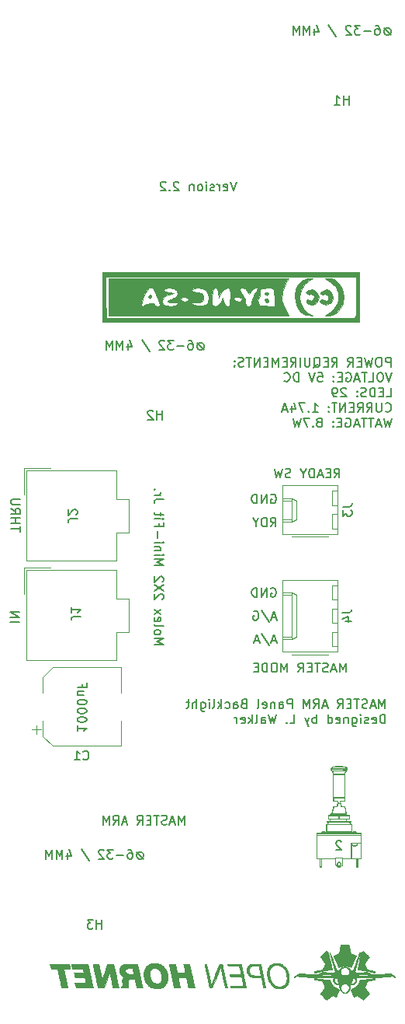
<source format=gbr>
G04 #@! TF.GenerationSoftware,KiCad,Pcbnew,(5.1.12-1-10_14)*
G04 #@! TF.CreationDate,2021-11-27T17:32:02+11:00*
G04 #@! TF.ProjectId,MasterModePushbuttonV2,4d617374-6572-44d6-9f64-655075736862,rev?*
G04 #@! TF.SameCoordinates,Original*
G04 #@! TF.FileFunction,Legend,Bot*
G04 #@! TF.FilePolarity,Positive*
%FSLAX46Y46*%
G04 Gerber Fmt 4.6, Leading zero omitted, Abs format (unit mm)*
G04 Created by KiCad (PCBNEW (5.1.12-1-10_14)) date 2021-11-27 17:32:02*
%MOMM*%
%LPD*%
G01*
G04 APERTURE LIST*
%ADD10C,0.150000*%
%ADD11C,0.010000*%
%ADD12C,0.100000*%
%ADD13C,0.120000*%
G04 APERTURE END LIST*
D10*
X227131284Y-104253580D02*
X227226522Y-104205960D01*
X227369380Y-104205960D01*
X227512237Y-104253580D01*
X227607475Y-104348818D01*
X227655094Y-104444056D01*
X227702713Y-104634532D01*
X227702713Y-104777389D01*
X227655094Y-104967865D01*
X227607475Y-105063103D01*
X227512237Y-105158341D01*
X227369380Y-105205960D01*
X227274141Y-105205960D01*
X227131284Y-105158341D01*
X227083665Y-105110722D01*
X227083665Y-104777389D01*
X227274141Y-104777389D01*
X226655094Y-105205960D02*
X226655094Y-104205960D01*
X226083665Y-105205960D01*
X226083665Y-104205960D01*
X225607475Y-105205960D02*
X225607475Y-104205960D01*
X225369380Y-104205960D01*
X225226522Y-104253580D01*
X225131284Y-104348818D01*
X225083665Y-104444056D01*
X225036046Y-104634532D01*
X225036046Y-104777389D01*
X225083665Y-104967865D01*
X225131284Y-105063103D01*
X225226522Y-105158341D01*
X225369380Y-105205960D01*
X225607475Y-105205960D01*
X227702713Y-107441196D02*
X227226523Y-107441196D01*
X227797951Y-107726910D02*
X227464618Y-106726910D01*
X227131285Y-107726910D01*
X226083666Y-106679291D02*
X226940809Y-107965006D01*
X225226523Y-106774530D02*
X225321761Y-106726910D01*
X225464618Y-106726910D01*
X225607475Y-106774530D01*
X225702713Y-106869768D01*
X225750332Y-106965006D01*
X225797951Y-107155482D01*
X225797951Y-107298339D01*
X225750332Y-107488815D01*
X225702713Y-107584053D01*
X225607475Y-107679291D01*
X225464618Y-107726910D01*
X225369380Y-107726910D01*
X225226523Y-107679291D01*
X225178904Y-107631672D01*
X225178904Y-107298339D01*
X225369380Y-107298339D01*
X227702713Y-109962146D02*
X227226522Y-109962146D01*
X227797951Y-110247860D02*
X227464617Y-109247860D01*
X227131284Y-110247860D01*
X226083665Y-109200241D02*
X226940808Y-110485956D01*
X225797951Y-109962146D02*
X225321760Y-109962146D01*
X225893189Y-110247860D02*
X225559856Y-109247860D01*
X225226522Y-110247860D01*
X227131284Y-94055480D02*
X227226522Y-94007860D01*
X227369380Y-94007860D01*
X227512237Y-94055480D01*
X227607475Y-94150718D01*
X227655094Y-94245956D01*
X227702713Y-94436432D01*
X227702713Y-94579289D01*
X227655094Y-94769765D01*
X227607475Y-94865003D01*
X227512237Y-94960241D01*
X227369380Y-95007860D01*
X227274141Y-95007860D01*
X227131284Y-94960241D01*
X227083665Y-94912622D01*
X227083665Y-94579289D01*
X227274141Y-94579289D01*
X226655094Y-95007860D02*
X226655094Y-94007860D01*
X226083665Y-95007860D01*
X226083665Y-94007860D01*
X225607475Y-95007860D02*
X225607475Y-94007860D01*
X225369380Y-94007860D01*
X225226522Y-94055480D01*
X225131284Y-94150718D01*
X225083665Y-94245956D01*
X225036046Y-94436432D01*
X225036046Y-94579289D01*
X225083665Y-94769765D01*
X225131284Y-94865003D01*
X225226522Y-94960241D01*
X225369380Y-95007860D01*
X225607475Y-95007860D01*
X227083665Y-97547860D02*
X227416998Y-97071670D01*
X227655094Y-97547860D02*
X227655094Y-96547860D01*
X227274141Y-96547860D01*
X227178903Y-96595480D01*
X227131284Y-96643099D01*
X227083665Y-96738337D01*
X227083665Y-96881194D01*
X227131284Y-96976432D01*
X227178903Y-97024051D01*
X227274141Y-97071670D01*
X227655094Y-97071670D01*
X226655094Y-97547860D02*
X226655094Y-96547860D01*
X226416998Y-96547860D01*
X226274141Y-96595480D01*
X226178903Y-96690718D01*
X226131284Y-96785956D01*
X226083665Y-96976432D01*
X226083665Y-97119289D01*
X226131284Y-97309765D01*
X226178903Y-97405003D01*
X226274141Y-97500241D01*
X226416998Y-97547860D01*
X226655094Y-97547860D01*
X225464618Y-97071670D02*
X225464618Y-97547860D01*
X225797951Y-96547860D02*
X225464618Y-97071670D01*
X225131284Y-96547860D01*
X234035051Y-92213860D02*
X234368384Y-91737670D01*
X234606480Y-92213860D02*
X234606480Y-91213860D01*
X234225527Y-91213860D01*
X234130289Y-91261480D01*
X234082670Y-91309099D01*
X234035051Y-91404337D01*
X234035051Y-91547194D01*
X234082670Y-91642432D01*
X234130289Y-91690051D01*
X234225527Y-91737670D01*
X234606480Y-91737670D01*
X233606480Y-91690051D02*
X233273146Y-91690051D01*
X233130289Y-92213860D02*
X233606480Y-92213860D01*
X233606480Y-91213860D01*
X233130289Y-91213860D01*
X232749337Y-91928146D02*
X232273146Y-91928146D01*
X232844575Y-92213860D02*
X232511241Y-91213860D01*
X232177908Y-92213860D01*
X231844575Y-92213860D02*
X231844575Y-91213860D01*
X231606480Y-91213860D01*
X231463622Y-91261480D01*
X231368384Y-91356718D01*
X231320765Y-91451956D01*
X231273146Y-91642432D01*
X231273146Y-91785289D01*
X231320765Y-91975765D01*
X231368384Y-92071003D01*
X231463622Y-92166241D01*
X231606480Y-92213860D01*
X231844575Y-92213860D01*
X230654099Y-91737670D02*
X230654099Y-92213860D01*
X230987432Y-91213860D02*
X230654099Y-91737670D01*
X230320765Y-91213860D01*
X229273146Y-92166241D02*
X229130289Y-92213860D01*
X228892194Y-92213860D01*
X228796956Y-92166241D01*
X228749337Y-92118622D01*
X228701718Y-92023384D01*
X228701718Y-91928146D01*
X228749337Y-91832908D01*
X228796956Y-91785289D01*
X228892194Y-91737670D01*
X229082670Y-91690051D01*
X229177908Y-91642432D01*
X229225527Y-91594813D01*
X229273146Y-91499575D01*
X229273146Y-91404337D01*
X229225527Y-91309099D01*
X229177908Y-91261480D01*
X229082670Y-91213860D01*
X228844575Y-91213860D01*
X228701718Y-91261480D01*
X228368384Y-91213860D02*
X228130289Y-92213860D01*
X227939813Y-91499575D01*
X227749337Y-92213860D01*
X227511241Y-91213860D01*
X223358956Y-59971860D02*
X223025622Y-60971860D01*
X222692289Y-59971860D01*
X221978003Y-60924241D02*
X222073241Y-60971860D01*
X222263718Y-60971860D01*
X222358956Y-60924241D01*
X222406575Y-60829003D01*
X222406575Y-60448051D01*
X222358956Y-60352813D01*
X222263718Y-60305194D01*
X222073241Y-60305194D01*
X221978003Y-60352813D01*
X221930384Y-60448051D01*
X221930384Y-60543289D01*
X222406575Y-60638527D01*
X221501813Y-60971860D02*
X221501813Y-60305194D01*
X221501813Y-60495670D02*
X221454194Y-60400432D01*
X221406575Y-60352813D01*
X221311337Y-60305194D01*
X221216099Y-60305194D01*
X220930384Y-60924241D02*
X220835146Y-60971860D01*
X220644670Y-60971860D01*
X220549432Y-60924241D01*
X220501813Y-60829003D01*
X220501813Y-60781384D01*
X220549432Y-60686146D01*
X220644670Y-60638527D01*
X220787527Y-60638527D01*
X220882765Y-60590908D01*
X220930384Y-60495670D01*
X220930384Y-60448051D01*
X220882765Y-60352813D01*
X220787527Y-60305194D01*
X220644670Y-60305194D01*
X220549432Y-60352813D01*
X220073241Y-60971860D02*
X220073241Y-60305194D01*
X220073241Y-59971860D02*
X220120860Y-60019480D01*
X220073241Y-60067099D01*
X220025622Y-60019480D01*
X220073241Y-59971860D01*
X220073241Y-60067099D01*
X219454194Y-60971860D02*
X219549432Y-60924241D01*
X219597051Y-60876622D01*
X219644670Y-60781384D01*
X219644670Y-60495670D01*
X219597051Y-60400432D01*
X219549432Y-60352813D01*
X219454194Y-60305194D01*
X219311337Y-60305194D01*
X219216099Y-60352813D01*
X219168480Y-60400432D01*
X219120860Y-60495670D01*
X219120860Y-60781384D01*
X219168480Y-60876622D01*
X219216099Y-60924241D01*
X219311337Y-60971860D01*
X219454194Y-60971860D01*
X218692289Y-60305194D02*
X218692289Y-60971860D01*
X218692289Y-60400432D02*
X218644670Y-60352813D01*
X218549432Y-60305194D01*
X218406575Y-60305194D01*
X218311337Y-60352813D01*
X218263718Y-60448051D01*
X218263718Y-60971860D01*
X217073241Y-60067099D02*
X217025622Y-60019480D01*
X216930384Y-59971860D01*
X216692289Y-59971860D01*
X216597051Y-60019480D01*
X216549432Y-60067099D01*
X216501813Y-60162337D01*
X216501813Y-60257575D01*
X216549432Y-60400432D01*
X217120860Y-60971860D01*
X216501813Y-60971860D01*
X216073241Y-60876622D02*
X216025622Y-60924241D01*
X216073241Y-60971860D01*
X216120860Y-60924241D01*
X216073241Y-60876622D01*
X216073241Y-60971860D01*
X215644670Y-60067099D02*
X215597051Y-60019480D01*
X215501813Y-59971860D01*
X215263718Y-59971860D01*
X215168480Y-60019480D01*
X215120860Y-60067099D01*
X215073241Y-60162337D01*
X215073241Y-60257575D01*
X215120860Y-60400432D01*
X215692289Y-60971860D01*
X215073241Y-60971860D01*
X235304880Y-113391960D02*
X235304880Y-112391960D01*
X234971546Y-113106246D01*
X234638213Y-112391960D01*
X234638213Y-113391960D01*
X234209641Y-113106246D02*
X233733451Y-113106246D01*
X234304880Y-113391960D02*
X233971546Y-112391960D01*
X233638213Y-113391960D01*
X233352499Y-113344341D02*
X233209641Y-113391960D01*
X232971546Y-113391960D01*
X232876308Y-113344341D01*
X232828689Y-113296722D01*
X232781070Y-113201484D01*
X232781070Y-113106246D01*
X232828689Y-113011008D01*
X232876308Y-112963389D01*
X232971546Y-112915770D01*
X233162022Y-112868151D01*
X233257260Y-112820532D01*
X233304880Y-112772913D01*
X233352499Y-112677675D01*
X233352499Y-112582437D01*
X233304880Y-112487199D01*
X233257260Y-112439580D01*
X233162022Y-112391960D01*
X232923927Y-112391960D01*
X232781070Y-112439580D01*
X232495356Y-112391960D02*
X231923927Y-112391960D01*
X232209641Y-113391960D02*
X232209641Y-112391960D01*
X231590594Y-112868151D02*
X231257260Y-112868151D01*
X231114403Y-113391960D02*
X231590594Y-113391960D01*
X231590594Y-112391960D01*
X231114403Y-112391960D01*
X230114403Y-113391960D02*
X230447737Y-112915770D01*
X230685832Y-113391960D02*
X230685832Y-112391960D01*
X230304880Y-112391960D01*
X230209641Y-112439580D01*
X230162022Y-112487199D01*
X230114403Y-112582437D01*
X230114403Y-112725294D01*
X230162022Y-112820532D01*
X230209641Y-112868151D01*
X230304880Y-112915770D01*
X230685832Y-112915770D01*
X228923927Y-113391960D02*
X228923927Y-112391960D01*
X228590594Y-113106246D01*
X228257260Y-112391960D01*
X228257260Y-113391960D01*
X227590594Y-112391960D02*
X227400118Y-112391960D01*
X227304880Y-112439580D01*
X227209641Y-112534818D01*
X227162022Y-112725294D01*
X227162022Y-113058627D01*
X227209641Y-113249103D01*
X227304880Y-113344341D01*
X227400118Y-113391960D01*
X227590594Y-113391960D01*
X227685832Y-113344341D01*
X227781070Y-113249103D01*
X227828689Y-113058627D01*
X227828689Y-112725294D01*
X227781070Y-112534818D01*
X227685832Y-112439580D01*
X227590594Y-112391960D01*
X226733451Y-113391960D02*
X226733451Y-112391960D01*
X226495356Y-112391960D01*
X226352499Y-112439580D01*
X226257260Y-112534818D01*
X226209641Y-112630056D01*
X226162022Y-112820532D01*
X226162022Y-112963389D01*
X226209641Y-113153865D01*
X226257260Y-113249103D01*
X226352499Y-113344341D01*
X226495356Y-113391960D01*
X226733451Y-113391960D01*
X225733451Y-112868151D02*
X225400118Y-112868151D01*
X225257260Y-113391960D02*
X225733451Y-113391960D01*
X225733451Y-112391960D01*
X225257260Y-112391960D01*
X217728060Y-130009060D02*
X217728060Y-129009060D01*
X217394727Y-129723346D01*
X217061394Y-129009060D01*
X217061394Y-130009060D01*
X216632822Y-129723346D02*
X216156632Y-129723346D01*
X216728060Y-130009060D02*
X216394727Y-129009060D01*
X216061394Y-130009060D01*
X215775680Y-129961441D02*
X215632822Y-130009060D01*
X215394727Y-130009060D01*
X215299489Y-129961441D01*
X215251870Y-129913822D01*
X215204251Y-129818584D01*
X215204251Y-129723346D01*
X215251870Y-129628108D01*
X215299489Y-129580489D01*
X215394727Y-129532870D01*
X215585203Y-129485251D01*
X215680441Y-129437632D01*
X215728060Y-129390013D01*
X215775680Y-129294775D01*
X215775680Y-129199537D01*
X215728060Y-129104299D01*
X215680441Y-129056680D01*
X215585203Y-129009060D01*
X215347108Y-129009060D01*
X215204251Y-129056680D01*
X214918537Y-129009060D02*
X214347108Y-129009060D01*
X214632822Y-130009060D02*
X214632822Y-129009060D01*
X214013775Y-129485251D02*
X213680441Y-129485251D01*
X213537584Y-130009060D02*
X214013775Y-130009060D01*
X214013775Y-129009060D01*
X213537584Y-129009060D01*
X212537584Y-130009060D02*
X212870918Y-129532870D01*
X213109013Y-130009060D02*
X213109013Y-129009060D01*
X212728060Y-129009060D01*
X212632822Y-129056680D01*
X212585203Y-129104299D01*
X212537584Y-129199537D01*
X212537584Y-129342394D01*
X212585203Y-129437632D01*
X212632822Y-129485251D01*
X212728060Y-129532870D01*
X213109013Y-129532870D01*
X211394727Y-129723346D02*
X210918537Y-129723346D01*
X211489965Y-130009060D02*
X211156632Y-129009060D01*
X210823299Y-130009060D01*
X209918537Y-130009060D02*
X210251870Y-129532870D01*
X210489965Y-130009060D02*
X210489965Y-129009060D01*
X210109013Y-129009060D01*
X210013775Y-129056680D01*
X209966156Y-129104299D01*
X209918537Y-129199537D01*
X209918537Y-129342394D01*
X209966156Y-129437632D01*
X210013775Y-129485251D01*
X210109013Y-129532870D01*
X210489965Y-129532870D01*
X209489965Y-130009060D02*
X209489965Y-129009060D01*
X209156632Y-129723346D01*
X208823299Y-129009060D01*
X208823299Y-130009060D01*
X239589284Y-117326960D02*
X239589284Y-116326960D01*
X239255951Y-117041246D01*
X238922618Y-116326960D01*
X238922618Y-117326960D01*
X238494046Y-117041246D02*
X238017856Y-117041246D01*
X238589284Y-117326960D02*
X238255951Y-116326960D01*
X237922618Y-117326960D01*
X237636903Y-117279341D02*
X237494046Y-117326960D01*
X237255951Y-117326960D01*
X237160713Y-117279341D01*
X237113094Y-117231722D01*
X237065475Y-117136484D01*
X237065475Y-117041246D01*
X237113094Y-116946008D01*
X237160713Y-116898389D01*
X237255951Y-116850770D01*
X237446427Y-116803151D01*
X237541665Y-116755532D01*
X237589284Y-116707913D01*
X237636903Y-116612675D01*
X237636903Y-116517437D01*
X237589284Y-116422199D01*
X237541665Y-116374580D01*
X237446427Y-116326960D01*
X237208332Y-116326960D01*
X237065475Y-116374580D01*
X236779760Y-116326960D02*
X236208332Y-116326960D01*
X236494046Y-117326960D02*
X236494046Y-116326960D01*
X235874999Y-116803151D02*
X235541665Y-116803151D01*
X235398808Y-117326960D02*
X235874999Y-117326960D01*
X235874999Y-116326960D01*
X235398808Y-116326960D01*
X234398808Y-117326960D02*
X234732141Y-116850770D01*
X234970237Y-117326960D02*
X234970237Y-116326960D01*
X234589284Y-116326960D01*
X234494046Y-116374580D01*
X234446427Y-116422199D01*
X234398808Y-116517437D01*
X234398808Y-116660294D01*
X234446427Y-116755532D01*
X234494046Y-116803151D01*
X234589284Y-116850770D01*
X234970237Y-116850770D01*
X233255951Y-117041246D02*
X232779760Y-117041246D01*
X233351189Y-117326960D02*
X233017856Y-116326960D01*
X232684522Y-117326960D01*
X231779760Y-117326960D02*
X232113094Y-116850770D01*
X232351189Y-117326960D02*
X232351189Y-116326960D01*
X231970237Y-116326960D01*
X231874999Y-116374580D01*
X231827380Y-116422199D01*
X231779760Y-116517437D01*
X231779760Y-116660294D01*
X231827380Y-116755532D01*
X231874999Y-116803151D01*
X231970237Y-116850770D01*
X232351189Y-116850770D01*
X231351189Y-117326960D02*
X231351189Y-116326960D01*
X231017856Y-117041246D01*
X230684522Y-116326960D01*
X230684522Y-117326960D01*
X229446427Y-117326960D02*
X229446427Y-116326960D01*
X229065475Y-116326960D01*
X228970237Y-116374580D01*
X228922618Y-116422199D01*
X228874999Y-116517437D01*
X228874999Y-116660294D01*
X228922618Y-116755532D01*
X228970237Y-116803151D01*
X229065475Y-116850770D01*
X229446427Y-116850770D01*
X228017856Y-117326960D02*
X228017856Y-116803151D01*
X228065475Y-116707913D01*
X228160713Y-116660294D01*
X228351189Y-116660294D01*
X228446427Y-116707913D01*
X228017856Y-117279341D02*
X228113094Y-117326960D01*
X228351189Y-117326960D01*
X228446427Y-117279341D01*
X228494046Y-117184103D01*
X228494046Y-117088865D01*
X228446427Y-116993627D01*
X228351189Y-116946008D01*
X228113094Y-116946008D01*
X228017856Y-116898389D01*
X227541665Y-116660294D02*
X227541665Y-117326960D01*
X227541665Y-116755532D02*
X227494046Y-116707913D01*
X227398808Y-116660294D01*
X227255951Y-116660294D01*
X227160713Y-116707913D01*
X227113094Y-116803151D01*
X227113094Y-117326960D01*
X226255951Y-117279341D02*
X226351189Y-117326960D01*
X226541665Y-117326960D01*
X226636903Y-117279341D01*
X226684522Y-117184103D01*
X226684522Y-116803151D01*
X226636903Y-116707913D01*
X226541665Y-116660294D01*
X226351189Y-116660294D01*
X226255951Y-116707913D01*
X226208332Y-116803151D01*
X226208332Y-116898389D01*
X226684522Y-116993627D01*
X225636903Y-117326960D02*
X225732141Y-117279341D01*
X225779760Y-117184103D01*
X225779760Y-116326960D01*
X224160713Y-116803151D02*
X224017856Y-116850770D01*
X223970237Y-116898389D01*
X223922618Y-116993627D01*
X223922618Y-117136484D01*
X223970237Y-117231722D01*
X224017856Y-117279341D01*
X224113094Y-117326960D01*
X224494046Y-117326960D01*
X224494046Y-116326960D01*
X224160713Y-116326960D01*
X224065475Y-116374580D01*
X224017856Y-116422199D01*
X223970237Y-116517437D01*
X223970237Y-116612675D01*
X224017856Y-116707913D01*
X224065475Y-116755532D01*
X224160713Y-116803151D01*
X224494046Y-116803151D01*
X223065475Y-117326960D02*
X223065475Y-116803151D01*
X223113094Y-116707913D01*
X223208332Y-116660294D01*
X223398808Y-116660294D01*
X223494046Y-116707913D01*
X223065475Y-117279341D02*
X223160713Y-117326960D01*
X223398808Y-117326960D01*
X223494046Y-117279341D01*
X223541665Y-117184103D01*
X223541665Y-117088865D01*
X223494046Y-116993627D01*
X223398808Y-116946008D01*
X223160713Y-116946008D01*
X223065475Y-116898389D01*
X222160713Y-117279341D02*
X222255951Y-117326960D01*
X222446427Y-117326960D01*
X222541665Y-117279341D01*
X222589284Y-117231722D01*
X222636903Y-117136484D01*
X222636903Y-116850770D01*
X222589284Y-116755532D01*
X222541665Y-116707913D01*
X222446427Y-116660294D01*
X222255951Y-116660294D01*
X222160713Y-116707913D01*
X221732141Y-117326960D02*
X221732141Y-116326960D01*
X221636903Y-116946008D02*
X221351189Y-117326960D01*
X221351189Y-116660294D02*
X221732141Y-117041246D01*
X220779760Y-117326960D02*
X220874999Y-117279341D01*
X220922618Y-117184103D01*
X220922618Y-116326960D01*
X220398808Y-117326960D02*
X220398808Y-116660294D01*
X220398808Y-116326960D02*
X220446427Y-116374580D01*
X220398808Y-116422199D01*
X220351189Y-116374580D01*
X220398808Y-116326960D01*
X220398808Y-116422199D01*
X219494046Y-116660294D02*
X219494046Y-117469818D01*
X219541665Y-117565056D01*
X219589284Y-117612675D01*
X219684522Y-117660294D01*
X219827380Y-117660294D01*
X219922618Y-117612675D01*
X219494046Y-117279341D02*
X219589284Y-117326960D01*
X219779760Y-117326960D01*
X219874999Y-117279341D01*
X219922618Y-117231722D01*
X219970237Y-117136484D01*
X219970237Y-116850770D01*
X219922618Y-116755532D01*
X219874999Y-116707913D01*
X219779760Y-116660294D01*
X219589284Y-116660294D01*
X219494046Y-116707913D01*
X219017856Y-117326960D02*
X219017856Y-116326960D01*
X218589284Y-117326960D02*
X218589284Y-116803151D01*
X218636903Y-116707913D01*
X218732141Y-116660294D01*
X218874999Y-116660294D01*
X218970237Y-116707913D01*
X219017856Y-116755532D01*
X218255951Y-116660294D02*
X217874999Y-116660294D01*
X218113094Y-116326960D02*
X218113094Y-117184103D01*
X218065475Y-117279341D01*
X217970237Y-117326960D01*
X217874999Y-117326960D01*
X239589284Y-118976960D02*
X239589284Y-117976960D01*
X239351189Y-117976960D01*
X239208332Y-118024580D01*
X239113094Y-118119818D01*
X239065475Y-118215056D01*
X239017856Y-118405532D01*
X239017856Y-118548389D01*
X239065475Y-118738865D01*
X239113094Y-118834103D01*
X239208332Y-118929341D01*
X239351189Y-118976960D01*
X239589284Y-118976960D01*
X238208332Y-118929341D02*
X238303570Y-118976960D01*
X238494046Y-118976960D01*
X238589284Y-118929341D01*
X238636903Y-118834103D01*
X238636903Y-118453151D01*
X238589284Y-118357913D01*
X238494046Y-118310294D01*
X238303570Y-118310294D01*
X238208332Y-118357913D01*
X238160713Y-118453151D01*
X238160713Y-118548389D01*
X238636903Y-118643627D01*
X237779760Y-118929341D02*
X237684522Y-118976960D01*
X237494046Y-118976960D01*
X237398808Y-118929341D01*
X237351189Y-118834103D01*
X237351189Y-118786484D01*
X237398808Y-118691246D01*
X237494046Y-118643627D01*
X237636903Y-118643627D01*
X237732141Y-118596008D01*
X237779760Y-118500770D01*
X237779760Y-118453151D01*
X237732141Y-118357913D01*
X237636903Y-118310294D01*
X237494046Y-118310294D01*
X237398808Y-118357913D01*
X236922618Y-118976960D02*
X236922618Y-118310294D01*
X236922618Y-117976960D02*
X236970237Y-118024580D01*
X236922618Y-118072199D01*
X236874999Y-118024580D01*
X236922618Y-117976960D01*
X236922618Y-118072199D01*
X236017856Y-118310294D02*
X236017856Y-119119818D01*
X236065475Y-119215056D01*
X236113094Y-119262675D01*
X236208332Y-119310294D01*
X236351189Y-119310294D01*
X236446427Y-119262675D01*
X236017856Y-118929341D02*
X236113094Y-118976960D01*
X236303570Y-118976960D01*
X236398808Y-118929341D01*
X236446427Y-118881722D01*
X236494046Y-118786484D01*
X236494046Y-118500770D01*
X236446427Y-118405532D01*
X236398808Y-118357913D01*
X236303570Y-118310294D01*
X236113094Y-118310294D01*
X236017856Y-118357913D01*
X235541665Y-118310294D02*
X235541665Y-118976960D01*
X235541665Y-118405532D02*
X235494046Y-118357913D01*
X235398808Y-118310294D01*
X235255951Y-118310294D01*
X235160713Y-118357913D01*
X235113094Y-118453151D01*
X235113094Y-118976960D01*
X234255951Y-118929341D02*
X234351189Y-118976960D01*
X234541665Y-118976960D01*
X234636903Y-118929341D01*
X234684522Y-118834103D01*
X234684522Y-118453151D01*
X234636903Y-118357913D01*
X234541665Y-118310294D01*
X234351189Y-118310294D01*
X234255951Y-118357913D01*
X234208332Y-118453151D01*
X234208332Y-118548389D01*
X234684522Y-118643627D01*
X233351189Y-118976960D02*
X233351189Y-117976960D01*
X233351189Y-118929341D02*
X233446427Y-118976960D01*
X233636903Y-118976960D01*
X233732141Y-118929341D01*
X233779760Y-118881722D01*
X233827380Y-118786484D01*
X233827380Y-118500770D01*
X233779760Y-118405532D01*
X233732141Y-118357913D01*
X233636903Y-118310294D01*
X233446427Y-118310294D01*
X233351189Y-118357913D01*
X232113094Y-118976960D02*
X232113094Y-117976960D01*
X232113094Y-118357913D02*
X232017856Y-118310294D01*
X231827380Y-118310294D01*
X231732141Y-118357913D01*
X231684522Y-118405532D01*
X231636903Y-118500770D01*
X231636903Y-118786484D01*
X231684522Y-118881722D01*
X231732141Y-118929341D01*
X231827380Y-118976960D01*
X232017856Y-118976960D01*
X232113094Y-118929341D01*
X231303570Y-118310294D02*
X231065475Y-118976960D01*
X230827380Y-118310294D02*
X231065475Y-118976960D01*
X231160713Y-119215056D01*
X231208332Y-119262675D01*
X231303570Y-119310294D01*
X229208332Y-118976960D02*
X229684522Y-118976960D01*
X229684522Y-117976960D01*
X228874999Y-118881722D02*
X228827380Y-118929341D01*
X228874999Y-118976960D01*
X228922618Y-118929341D01*
X228874999Y-118881722D01*
X228874999Y-118976960D01*
X227732141Y-117976960D02*
X227494046Y-118976960D01*
X227303570Y-118262675D01*
X227113094Y-118976960D01*
X226874999Y-117976960D01*
X226065475Y-118976960D02*
X226065475Y-118453151D01*
X226113094Y-118357913D01*
X226208332Y-118310294D01*
X226398808Y-118310294D01*
X226494046Y-118357913D01*
X226065475Y-118929341D02*
X226160713Y-118976960D01*
X226398808Y-118976960D01*
X226494046Y-118929341D01*
X226541665Y-118834103D01*
X226541665Y-118738865D01*
X226494046Y-118643627D01*
X226398808Y-118596008D01*
X226160713Y-118596008D01*
X226065475Y-118548389D01*
X225446427Y-118976960D02*
X225541665Y-118929341D01*
X225589284Y-118834103D01*
X225589284Y-117976960D01*
X225065475Y-118976960D02*
X225065475Y-117976960D01*
X224970237Y-118596008D02*
X224684522Y-118976960D01*
X224684522Y-118310294D02*
X225065475Y-118691246D01*
X223874999Y-118929341D02*
X223970237Y-118976960D01*
X224160713Y-118976960D01*
X224255951Y-118929341D01*
X224303570Y-118834103D01*
X224303570Y-118453151D01*
X224255951Y-118357913D01*
X224160713Y-118310294D01*
X223970237Y-118310294D01*
X223874999Y-118357913D01*
X223827380Y-118453151D01*
X223827380Y-118548389D01*
X224303570Y-118643627D01*
X223398808Y-118976960D02*
X223398808Y-118310294D01*
X223398808Y-118500770D02*
X223351189Y-118405532D01*
X223303570Y-118357913D01*
X223208332Y-118310294D01*
X223113094Y-118310294D01*
X240199284Y-80121960D02*
X240199284Y-79121960D01*
X239818332Y-79121960D01*
X239723094Y-79169580D01*
X239675475Y-79217199D01*
X239627856Y-79312437D01*
X239627856Y-79455294D01*
X239675475Y-79550532D01*
X239723094Y-79598151D01*
X239818332Y-79645770D01*
X240199284Y-79645770D01*
X239008808Y-79121960D02*
X238818332Y-79121960D01*
X238723094Y-79169580D01*
X238627856Y-79264818D01*
X238580237Y-79455294D01*
X238580237Y-79788627D01*
X238627856Y-79979103D01*
X238723094Y-80074341D01*
X238818332Y-80121960D01*
X239008808Y-80121960D01*
X239104046Y-80074341D01*
X239199284Y-79979103D01*
X239246903Y-79788627D01*
X239246903Y-79455294D01*
X239199284Y-79264818D01*
X239104046Y-79169580D01*
X239008808Y-79121960D01*
X238246903Y-79121960D02*
X238008808Y-80121960D01*
X237818332Y-79407675D01*
X237627856Y-80121960D01*
X237389760Y-79121960D01*
X237008808Y-79598151D02*
X236675475Y-79598151D01*
X236532618Y-80121960D02*
X237008808Y-80121960D01*
X237008808Y-79121960D01*
X236532618Y-79121960D01*
X235532618Y-80121960D02*
X235865951Y-79645770D01*
X236104046Y-80121960D02*
X236104046Y-79121960D01*
X235723094Y-79121960D01*
X235627856Y-79169580D01*
X235580237Y-79217199D01*
X235532618Y-79312437D01*
X235532618Y-79455294D01*
X235580237Y-79550532D01*
X235627856Y-79598151D01*
X235723094Y-79645770D01*
X236104046Y-79645770D01*
X233770713Y-80121960D02*
X234104046Y-79645770D01*
X234342141Y-80121960D02*
X234342141Y-79121960D01*
X233961189Y-79121960D01*
X233865951Y-79169580D01*
X233818332Y-79217199D01*
X233770713Y-79312437D01*
X233770713Y-79455294D01*
X233818332Y-79550532D01*
X233865951Y-79598151D01*
X233961189Y-79645770D01*
X234342141Y-79645770D01*
X233342141Y-79598151D02*
X233008808Y-79598151D01*
X232865951Y-80121960D02*
X233342141Y-80121960D01*
X233342141Y-79121960D01*
X232865951Y-79121960D01*
X231770713Y-80217199D02*
X231865951Y-80169580D01*
X231961189Y-80074341D01*
X232104046Y-79931484D01*
X232199284Y-79883865D01*
X232294522Y-79883865D01*
X232246903Y-80121960D02*
X232342141Y-80074341D01*
X232437380Y-79979103D01*
X232484999Y-79788627D01*
X232484999Y-79455294D01*
X232437380Y-79264818D01*
X232342141Y-79169580D01*
X232246903Y-79121960D01*
X232056427Y-79121960D01*
X231961189Y-79169580D01*
X231865951Y-79264818D01*
X231818332Y-79455294D01*
X231818332Y-79788627D01*
X231865951Y-79979103D01*
X231961189Y-80074341D01*
X232056427Y-80121960D01*
X232246903Y-80121960D01*
X231389760Y-79121960D02*
X231389760Y-79931484D01*
X231342141Y-80026722D01*
X231294522Y-80074341D01*
X231199284Y-80121960D01*
X231008808Y-80121960D01*
X230913570Y-80074341D01*
X230865951Y-80026722D01*
X230818332Y-79931484D01*
X230818332Y-79121960D01*
X230342141Y-80121960D02*
X230342141Y-79121960D01*
X229294522Y-80121960D02*
X229627856Y-79645770D01*
X229865951Y-80121960D02*
X229865951Y-79121960D01*
X229484999Y-79121960D01*
X229389760Y-79169580D01*
X229342141Y-79217199D01*
X229294522Y-79312437D01*
X229294522Y-79455294D01*
X229342141Y-79550532D01*
X229389760Y-79598151D01*
X229484999Y-79645770D01*
X229865951Y-79645770D01*
X228865951Y-79598151D02*
X228532618Y-79598151D01*
X228389760Y-80121960D02*
X228865951Y-80121960D01*
X228865951Y-79121960D01*
X228389760Y-79121960D01*
X227961189Y-80121960D02*
X227961189Y-79121960D01*
X227627856Y-79836246D01*
X227294522Y-79121960D01*
X227294522Y-80121960D01*
X226818332Y-79598151D02*
X226484999Y-79598151D01*
X226342141Y-80121960D02*
X226818332Y-80121960D01*
X226818332Y-79121960D01*
X226342141Y-79121960D01*
X225913570Y-80121960D02*
X225913570Y-79121960D01*
X225342141Y-80121960D01*
X225342141Y-79121960D01*
X225008808Y-79121960D02*
X224437380Y-79121960D01*
X224723094Y-80121960D02*
X224723094Y-79121960D01*
X224151665Y-80074341D02*
X224008808Y-80121960D01*
X223770713Y-80121960D01*
X223675475Y-80074341D01*
X223627856Y-80026722D01*
X223580237Y-79931484D01*
X223580237Y-79836246D01*
X223627856Y-79741008D01*
X223675475Y-79693389D01*
X223770713Y-79645770D01*
X223961189Y-79598151D01*
X224056427Y-79550532D01*
X224104046Y-79502913D01*
X224151665Y-79407675D01*
X224151665Y-79312437D01*
X224104046Y-79217199D01*
X224056427Y-79169580D01*
X223961189Y-79121960D01*
X223723094Y-79121960D01*
X223580237Y-79169580D01*
X223151665Y-80026722D02*
X223104046Y-80074341D01*
X223151665Y-80121960D01*
X223199284Y-80074341D01*
X223151665Y-80026722D01*
X223151665Y-80121960D01*
X223151665Y-79502913D02*
X223104046Y-79550532D01*
X223151665Y-79598151D01*
X223199284Y-79550532D01*
X223151665Y-79502913D01*
X223151665Y-79598151D01*
X240342141Y-80771960D02*
X240008808Y-81771960D01*
X239675475Y-80771960D01*
X239151665Y-80771960D02*
X238961189Y-80771960D01*
X238865951Y-80819580D01*
X238770713Y-80914818D01*
X238723094Y-81105294D01*
X238723094Y-81438627D01*
X238770713Y-81629103D01*
X238865951Y-81724341D01*
X238961189Y-81771960D01*
X239151665Y-81771960D01*
X239246903Y-81724341D01*
X239342141Y-81629103D01*
X239389760Y-81438627D01*
X239389760Y-81105294D01*
X239342141Y-80914818D01*
X239246903Y-80819580D01*
X239151665Y-80771960D01*
X237818332Y-81771960D02*
X238294522Y-81771960D01*
X238294522Y-80771960D01*
X237627856Y-80771960D02*
X237056427Y-80771960D01*
X237342141Y-81771960D02*
X237342141Y-80771960D01*
X236770713Y-81486246D02*
X236294522Y-81486246D01*
X236865951Y-81771960D02*
X236532618Y-80771960D01*
X236199284Y-81771960D01*
X235342141Y-80819580D02*
X235437380Y-80771960D01*
X235580237Y-80771960D01*
X235723094Y-80819580D01*
X235818332Y-80914818D01*
X235865951Y-81010056D01*
X235913570Y-81200532D01*
X235913570Y-81343389D01*
X235865951Y-81533865D01*
X235818332Y-81629103D01*
X235723094Y-81724341D01*
X235580237Y-81771960D01*
X235484999Y-81771960D01*
X235342141Y-81724341D01*
X235294522Y-81676722D01*
X235294522Y-81343389D01*
X235484999Y-81343389D01*
X234865951Y-81248151D02*
X234532618Y-81248151D01*
X234389760Y-81771960D02*
X234865951Y-81771960D01*
X234865951Y-80771960D01*
X234389760Y-80771960D01*
X233961189Y-81676722D02*
X233913570Y-81724341D01*
X233961189Y-81771960D01*
X234008808Y-81724341D01*
X233961189Y-81676722D01*
X233961189Y-81771960D01*
X233961189Y-81152913D02*
X233913570Y-81200532D01*
X233961189Y-81248151D01*
X234008808Y-81200532D01*
X233961189Y-81152913D01*
X233961189Y-81248151D01*
X232246903Y-80771960D02*
X232723094Y-80771960D01*
X232770713Y-81248151D01*
X232723094Y-81200532D01*
X232627856Y-81152913D01*
X232389760Y-81152913D01*
X232294522Y-81200532D01*
X232246903Y-81248151D01*
X232199284Y-81343389D01*
X232199284Y-81581484D01*
X232246903Y-81676722D01*
X232294522Y-81724341D01*
X232389760Y-81771960D01*
X232627856Y-81771960D01*
X232723094Y-81724341D01*
X232770713Y-81676722D01*
X231913570Y-80771960D02*
X231580237Y-81771960D01*
X231246903Y-80771960D01*
X230151665Y-81771960D02*
X230151665Y-80771960D01*
X229913570Y-80771960D01*
X229770713Y-80819580D01*
X229675475Y-80914818D01*
X229627856Y-81010056D01*
X229580237Y-81200532D01*
X229580237Y-81343389D01*
X229627856Y-81533865D01*
X229675475Y-81629103D01*
X229770713Y-81724341D01*
X229913570Y-81771960D01*
X230151665Y-81771960D01*
X228580237Y-81676722D02*
X228627856Y-81724341D01*
X228770713Y-81771960D01*
X228865951Y-81771960D01*
X229008808Y-81724341D01*
X229104046Y-81629103D01*
X229151665Y-81533865D01*
X229199284Y-81343389D01*
X229199284Y-81200532D01*
X229151665Y-81010056D01*
X229104046Y-80914818D01*
X229008808Y-80819580D01*
X228865951Y-80771960D01*
X228770713Y-80771960D01*
X228627856Y-80819580D01*
X228580237Y-80867199D01*
X239723094Y-83421960D02*
X240199284Y-83421960D01*
X240199284Y-82421960D01*
X239389760Y-82898151D02*
X239056427Y-82898151D01*
X238913570Y-83421960D02*
X239389760Y-83421960D01*
X239389760Y-82421960D01*
X238913570Y-82421960D01*
X238484999Y-83421960D02*
X238484999Y-82421960D01*
X238246903Y-82421960D01*
X238104046Y-82469580D01*
X238008808Y-82564818D01*
X237961189Y-82660056D01*
X237913570Y-82850532D01*
X237913570Y-82993389D01*
X237961189Y-83183865D01*
X238008808Y-83279103D01*
X238104046Y-83374341D01*
X238246903Y-83421960D01*
X238484999Y-83421960D01*
X237532618Y-83374341D02*
X237389760Y-83421960D01*
X237151665Y-83421960D01*
X237056427Y-83374341D01*
X237008808Y-83326722D01*
X236961189Y-83231484D01*
X236961189Y-83136246D01*
X237008808Y-83041008D01*
X237056427Y-82993389D01*
X237151665Y-82945770D01*
X237342141Y-82898151D01*
X237437380Y-82850532D01*
X237484999Y-82802913D01*
X237532618Y-82707675D01*
X237532618Y-82612437D01*
X237484999Y-82517199D01*
X237437380Y-82469580D01*
X237342141Y-82421960D01*
X237104046Y-82421960D01*
X236961189Y-82469580D01*
X236532618Y-83326722D02*
X236484999Y-83374341D01*
X236532618Y-83421960D01*
X236580237Y-83374341D01*
X236532618Y-83326722D01*
X236532618Y-83421960D01*
X236532618Y-82802913D02*
X236484999Y-82850532D01*
X236532618Y-82898151D01*
X236580237Y-82850532D01*
X236532618Y-82802913D01*
X236532618Y-82898151D01*
X235342141Y-82517199D02*
X235294522Y-82469580D01*
X235199284Y-82421960D01*
X234961189Y-82421960D01*
X234865951Y-82469580D01*
X234818332Y-82517199D01*
X234770713Y-82612437D01*
X234770713Y-82707675D01*
X234818332Y-82850532D01*
X235389760Y-83421960D01*
X234770713Y-83421960D01*
X234294522Y-83421960D02*
X234104046Y-83421960D01*
X234008808Y-83374341D01*
X233961189Y-83326722D01*
X233865951Y-83183865D01*
X233818332Y-82993389D01*
X233818332Y-82612437D01*
X233865951Y-82517199D01*
X233913570Y-82469580D01*
X234008808Y-82421960D01*
X234199284Y-82421960D01*
X234294522Y-82469580D01*
X234342141Y-82517199D01*
X234389760Y-82612437D01*
X234389760Y-82850532D01*
X234342141Y-82945770D01*
X234294522Y-82993389D01*
X234199284Y-83041008D01*
X234008808Y-83041008D01*
X233913570Y-82993389D01*
X233865951Y-82945770D01*
X233818332Y-82850532D01*
X239627856Y-84976722D02*
X239675475Y-85024341D01*
X239818332Y-85071960D01*
X239913570Y-85071960D01*
X240056427Y-85024341D01*
X240151665Y-84929103D01*
X240199284Y-84833865D01*
X240246903Y-84643389D01*
X240246903Y-84500532D01*
X240199284Y-84310056D01*
X240151665Y-84214818D01*
X240056427Y-84119580D01*
X239913570Y-84071960D01*
X239818332Y-84071960D01*
X239675475Y-84119580D01*
X239627856Y-84167199D01*
X239199284Y-84071960D02*
X239199284Y-84881484D01*
X239151665Y-84976722D01*
X239104046Y-85024341D01*
X239008808Y-85071960D01*
X238818332Y-85071960D01*
X238723094Y-85024341D01*
X238675475Y-84976722D01*
X238627856Y-84881484D01*
X238627856Y-84071960D01*
X237580237Y-85071960D02*
X237913570Y-84595770D01*
X238151665Y-85071960D02*
X238151665Y-84071960D01*
X237770713Y-84071960D01*
X237675475Y-84119580D01*
X237627856Y-84167199D01*
X237580237Y-84262437D01*
X237580237Y-84405294D01*
X237627856Y-84500532D01*
X237675475Y-84548151D01*
X237770713Y-84595770D01*
X238151665Y-84595770D01*
X236580237Y-85071960D02*
X236913570Y-84595770D01*
X237151665Y-85071960D02*
X237151665Y-84071960D01*
X236770713Y-84071960D01*
X236675475Y-84119580D01*
X236627856Y-84167199D01*
X236580237Y-84262437D01*
X236580237Y-84405294D01*
X236627856Y-84500532D01*
X236675475Y-84548151D01*
X236770713Y-84595770D01*
X237151665Y-84595770D01*
X236151665Y-84548151D02*
X235818332Y-84548151D01*
X235675475Y-85071960D02*
X236151665Y-85071960D01*
X236151665Y-84071960D01*
X235675475Y-84071960D01*
X235246903Y-85071960D02*
X235246903Y-84071960D01*
X234675475Y-85071960D01*
X234675475Y-84071960D01*
X234342141Y-84071960D02*
X233770713Y-84071960D01*
X234056427Y-85071960D02*
X234056427Y-84071960D01*
X233437380Y-84976722D02*
X233389760Y-85024341D01*
X233437380Y-85071960D01*
X233484999Y-85024341D01*
X233437380Y-84976722D01*
X233437380Y-85071960D01*
X233437380Y-84452913D02*
X233389760Y-84500532D01*
X233437380Y-84548151D01*
X233484999Y-84500532D01*
X233437380Y-84452913D01*
X233437380Y-84548151D01*
X231675475Y-85071960D02*
X232246903Y-85071960D01*
X231961189Y-85071960D02*
X231961189Y-84071960D01*
X232056427Y-84214818D01*
X232151665Y-84310056D01*
X232246903Y-84357675D01*
X231246903Y-84976722D02*
X231199284Y-85024341D01*
X231246903Y-85071960D01*
X231294522Y-85024341D01*
X231246903Y-84976722D01*
X231246903Y-85071960D01*
X230865951Y-84071960D02*
X230199284Y-84071960D01*
X230627856Y-85071960D01*
X229389760Y-84405294D02*
X229389760Y-85071960D01*
X229627856Y-84024341D02*
X229865951Y-84738627D01*
X229246903Y-84738627D01*
X228913570Y-84786246D02*
X228437380Y-84786246D01*
X229008808Y-85071960D02*
X228675475Y-84071960D01*
X228342141Y-85071960D01*
X240294522Y-85721960D02*
X240056427Y-86721960D01*
X239865951Y-86007675D01*
X239675475Y-86721960D01*
X239437380Y-85721960D01*
X239104046Y-86436246D02*
X238627856Y-86436246D01*
X239199284Y-86721960D02*
X238865951Y-85721960D01*
X238532618Y-86721960D01*
X238342141Y-85721960D02*
X237770713Y-85721960D01*
X238056427Y-86721960D02*
X238056427Y-85721960D01*
X237580237Y-85721960D02*
X237008808Y-85721960D01*
X237294522Y-86721960D02*
X237294522Y-85721960D01*
X236723094Y-86436246D02*
X236246903Y-86436246D01*
X236818332Y-86721960D02*
X236484999Y-85721960D01*
X236151665Y-86721960D01*
X235294522Y-85769580D02*
X235389760Y-85721960D01*
X235532618Y-85721960D01*
X235675475Y-85769580D01*
X235770713Y-85864818D01*
X235818332Y-85960056D01*
X235865951Y-86150532D01*
X235865951Y-86293389D01*
X235818332Y-86483865D01*
X235770713Y-86579103D01*
X235675475Y-86674341D01*
X235532618Y-86721960D01*
X235437380Y-86721960D01*
X235294522Y-86674341D01*
X235246903Y-86626722D01*
X235246903Y-86293389D01*
X235437380Y-86293389D01*
X234818332Y-86198151D02*
X234484999Y-86198151D01*
X234342141Y-86721960D02*
X234818332Y-86721960D01*
X234818332Y-85721960D01*
X234342141Y-85721960D01*
X233913570Y-86626722D02*
X233865951Y-86674341D01*
X233913570Y-86721960D01*
X233961189Y-86674341D01*
X233913570Y-86626722D01*
X233913570Y-86721960D01*
X233913570Y-86102913D02*
X233865951Y-86150532D01*
X233913570Y-86198151D01*
X233961189Y-86150532D01*
X233913570Y-86102913D01*
X233913570Y-86198151D01*
X232532618Y-86150532D02*
X232627856Y-86102913D01*
X232675475Y-86055294D01*
X232723094Y-85960056D01*
X232723094Y-85912437D01*
X232675475Y-85817199D01*
X232627856Y-85769580D01*
X232532618Y-85721960D01*
X232342141Y-85721960D01*
X232246903Y-85769580D01*
X232199284Y-85817199D01*
X232151665Y-85912437D01*
X232151665Y-85960056D01*
X232199284Y-86055294D01*
X232246903Y-86102913D01*
X232342141Y-86150532D01*
X232532618Y-86150532D01*
X232627856Y-86198151D01*
X232675475Y-86245770D01*
X232723094Y-86341008D01*
X232723094Y-86531484D01*
X232675475Y-86626722D01*
X232627856Y-86674341D01*
X232532618Y-86721960D01*
X232342141Y-86721960D01*
X232246903Y-86674341D01*
X232199284Y-86626722D01*
X232151665Y-86531484D01*
X232151665Y-86341008D01*
X232199284Y-86245770D01*
X232246903Y-86198151D01*
X232342141Y-86150532D01*
X231723094Y-86626722D02*
X231675475Y-86674341D01*
X231723094Y-86721960D01*
X231770713Y-86674341D01*
X231723094Y-86626722D01*
X231723094Y-86721960D01*
X231342141Y-85721960D02*
X230675475Y-85721960D01*
X231104046Y-86721960D01*
X230389760Y-85721960D02*
X230151665Y-86721960D01*
X229961189Y-86007675D01*
X229770713Y-86721960D01*
X229532618Y-85721960D01*
X198694099Y-107921289D02*
X199694099Y-107921289D01*
X198694099Y-107445099D02*
X199694099Y-107445099D01*
X198694099Y-106873670D01*
X199694099Y-106873670D01*
X199751699Y-98090613D02*
X199751699Y-97519184D01*
X198751699Y-97804899D02*
X199751699Y-97804899D01*
X198751699Y-97185851D02*
X199751699Y-97185851D01*
X199275508Y-97185851D02*
X199275508Y-96614422D01*
X198751699Y-96614422D02*
X199751699Y-96614422D01*
X198751699Y-95566803D02*
X199227889Y-95900137D01*
X198751699Y-96138232D02*
X199751699Y-96138232D01*
X199751699Y-95757280D01*
X199704080Y-95662041D01*
X199656460Y-95614422D01*
X199561222Y-95566803D01*
X199418365Y-95566803D01*
X199323127Y-95614422D01*
X199275508Y-95662041D01*
X199227889Y-95757280D01*
X199227889Y-96138232D01*
X199751699Y-95138232D02*
X198942175Y-95138232D01*
X198846937Y-95090613D01*
X198799318Y-95042994D01*
X198751699Y-94947756D01*
X198751699Y-94757280D01*
X198799318Y-94662041D01*
X198846937Y-94614422D01*
X198942175Y-94566803D01*
X199751699Y-94566803D01*
X214398099Y-110399860D02*
X215398099Y-110399860D01*
X214683813Y-110066527D01*
X215398099Y-109733194D01*
X214398099Y-109733194D01*
X214398099Y-109114146D02*
X214445718Y-109209384D01*
X214493337Y-109257003D01*
X214588575Y-109304622D01*
X214874289Y-109304622D01*
X214969527Y-109257003D01*
X215017146Y-109209384D01*
X215064765Y-109114146D01*
X215064765Y-108971289D01*
X215017146Y-108876051D01*
X214969527Y-108828432D01*
X214874289Y-108780813D01*
X214588575Y-108780813D01*
X214493337Y-108828432D01*
X214445718Y-108876051D01*
X214398099Y-108971289D01*
X214398099Y-109114146D01*
X214398099Y-108209384D02*
X214445718Y-108304622D01*
X214540956Y-108352241D01*
X215398099Y-108352241D01*
X214445718Y-107447480D02*
X214398099Y-107542718D01*
X214398099Y-107733194D01*
X214445718Y-107828432D01*
X214540956Y-107876051D01*
X214921908Y-107876051D01*
X215017146Y-107828432D01*
X215064765Y-107733194D01*
X215064765Y-107542718D01*
X215017146Y-107447480D01*
X214921908Y-107399860D01*
X214826670Y-107399860D01*
X214731432Y-107876051D01*
X214398099Y-107066527D02*
X215064765Y-106542718D01*
X215064765Y-107066527D02*
X214398099Y-106542718D01*
X215302860Y-105447480D02*
X215350480Y-105399860D01*
X215398099Y-105304622D01*
X215398099Y-105066527D01*
X215350480Y-104971289D01*
X215302860Y-104923670D01*
X215207622Y-104876051D01*
X215112384Y-104876051D01*
X214969527Y-104923670D01*
X214398099Y-105495099D01*
X214398099Y-104876051D01*
X215398099Y-104542718D02*
X214398099Y-103876051D01*
X215398099Y-103876051D02*
X214398099Y-104542718D01*
X215302860Y-103542718D02*
X215350480Y-103495099D01*
X215398099Y-103399860D01*
X215398099Y-103161765D01*
X215350480Y-103066527D01*
X215302860Y-103018908D01*
X215207622Y-102971289D01*
X215112384Y-102971289D01*
X214969527Y-103018908D01*
X214398099Y-103590337D01*
X214398099Y-102971289D01*
X214398099Y-101780813D02*
X215398099Y-101780813D01*
X214683813Y-101447480D01*
X215398099Y-101114146D01*
X214398099Y-101114146D01*
X214398099Y-100637956D02*
X215064765Y-100637956D01*
X215398099Y-100637956D02*
X215350480Y-100685575D01*
X215302860Y-100637956D01*
X215350480Y-100590337D01*
X215398099Y-100637956D01*
X215302860Y-100637956D01*
X215064765Y-100161765D02*
X214398099Y-100161765D01*
X214969527Y-100161765D02*
X215017146Y-100114146D01*
X215064765Y-100018908D01*
X215064765Y-99876051D01*
X215017146Y-99780813D01*
X214921908Y-99733194D01*
X214398099Y-99733194D01*
X214398099Y-99257003D02*
X215064765Y-99257003D01*
X215398099Y-99257003D02*
X215350480Y-99304622D01*
X215302860Y-99257003D01*
X215350480Y-99209384D01*
X215398099Y-99257003D01*
X215302860Y-99257003D01*
X214779051Y-98780813D02*
X214779051Y-98018908D01*
X214921908Y-97209384D02*
X214921908Y-97542718D01*
X214398099Y-97542718D02*
X215398099Y-97542718D01*
X215398099Y-97066527D01*
X214398099Y-96685575D02*
X215064765Y-96685575D01*
X215398099Y-96685575D02*
X215350480Y-96733194D01*
X215302860Y-96685575D01*
X215350480Y-96637956D01*
X215398099Y-96685575D01*
X215302860Y-96685575D01*
X215064765Y-96352241D02*
X215064765Y-95971289D01*
X215398099Y-96209384D02*
X214540956Y-96209384D01*
X214445718Y-96161765D01*
X214398099Y-96066527D01*
X214398099Y-95971289D01*
X215398099Y-94590337D02*
X214683813Y-94590337D01*
X214540956Y-94637956D01*
X214445718Y-94733194D01*
X214398099Y-94876051D01*
X214398099Y-94971289D01*
X214398099Y-94114146D02*
X215064765Y-94114146D01*
X214874289Y-94114146D02*
X214969527Y-94066527D01*
X215017146Y-94018908D01*
X215064765Y-93923670D01*
X215064765Y-93828432D01*
X214493337Y-93495099D02*
X214445718Y-93447480D01*
X214398099Y-93495099D01*
X214445718Y-93542718D01*
X214493337Y-93495099D01*
X214398099Y-93495099D01*
X206016099Y-119221289D02*
X206016099Y-119792718D01*
X206016099Y-119507003D02*
X207016099Y-119507003D01*
X206873241Y-119602241D01*
X206778003Y-119697480D01*
X206730384Y-119792718D01*
X207016099Y-118602241D02*
X207016099Y-118507003D01*
X206968480Y-118411765D01*
X206920860Y-118364146D01*
X206825622Y-118316527D01*
X206635146Y-118268908D01*
X206397051Y-118268908D01*
X206206575Y-118316527D01*
X206111337Y-118364146D01*
X206063718Y-118411765D01*
X206016099Y-118507003D01*
X206016099Y-118602241D01*
X206063718Y-118697480D01*
X206111337Y-118745099D01*
X206206575Y-118792718D01*
X206397051Y-118840337D01*
X206635146Y-118840337D01*
X206825622Y-118792718D01*
X206920860Y-118745099D01*
X206968480Y-118697480D01*
X207016099Y-118602241D01*
X207016099Y-117649860D02*
X207016099Y-117554622D01*
X206968480Y-117459384D01*
X206920860Y-117411765D01*
X206825622Y-117364146D01*
X206635146Y-117316527D01*
X206397051Y-117316527D01*
X206206575Y-117364146D01*
X206111337Y-117411765D01*
X206063718Y-117459384D01*
X206016099Y-117554622D01*
X206016099Y-117649860D01*
X206063718Y-117745099D01*
X206111337Y-117792718D01*
X206206575Y-117840337D01*
X206397051Y-117887956D01*
X206635146Y-117887956D01*
X206825622Y-117840337D01*
X206920860Y-117792718D01*
X206968480Y-117745099D01*
X207016099Y-117649860D01*
X207016099Y-116697480D02*
X207016099Y-116602241D01*
X206968480Y-116507003D01*
X206920860Y-116459384D01*
X206825622Y-116411765D01*
X206635146Y-116364146D01*
X206397051Y-116364146D01*
X206206575Y-116411765D01*
X206111337Y-116459384D01*
X206063718Y-116507003D01*
X206016099Y-116602241D01*
X206016099Y-116697480D01*
X206063718Y-116792718D01*
X206111337Y-116840337D01*
X206206575Y-116887956D01*
X206397051Y-116935575D01*
X206635146Y-116935575D01*
X206825622Y-116887956D01*
X206920860Y-116840337D01*
X206968480Y-116792718D01*
X207016099Y-116697480D01*
X206682765Y-115507003D02*
X206016099Y-115507003D01*
X206682765Y-115935575D02*
X206158956Y-115935575D01*
X206063718Y-115887956D01*
X206016099Y-115792718D01*
X206016099Y-115649860D01*
X206063718Y-115554622D01*
X206111337Y-115507003D01*
X206539908Y-114697480D02*
X206539908Y-115030813D01*
X206016099Y-115030813D02*
X207016099Y-115030813D01*
X207016099Y-114554622D01*
D11*
G36*
X234575274Y-134043625D02*
G01*
X234621350Y-134063718D01*
X234623501Y-134064812D01*
X234682021Y-134110517D01*
X234720010Y-134172646D01*
X234736481Y-134243498D01*
X234730447Y-134315372D01*
X234700924Y-134380566D01*
X234668446Y-134415899D01*
X234621602Y-134438072D01*
X234558137Y-134447266D01*
X234490291Y-134443738D01*
X234430301Y-134427745D01*
X234400725Y-134410290D01*
X234351137Y-134349281D01*
X234329422Y-134276558D01*
X234331631Y-134254918D01*
X234356618Y-134254918D01*
X234371225Y-134317971D01*
X234414459Y-134376576D01*
X234424929Y-134385863D01*
X234470773Y-134407149D01*
X234531777Y-134414589D01*
X234594628Y-134408384D01*
X234646012Y-134388736D01*
X234654755Y-134382381D01*
X234684110Y-134340186D01*
X234700179Y-134280647D01*
X234700843Y-134216138D01*
X234690526Y-134173385D01*
X234663469Y-134136034D01*
X234617270Y-134101691D01*
X234609328Y-134097431D01*
X234569241Y-134078234D01*
X234541214Y-134072565D01*
X234510507Y-134080198D01*
X234474878Y-134095391D01*
X234409413Y-134137996D01*
X234369671Y-134193049D01*
X234356618Y-134254918D01*
X234331631Y-134254918D01*
X234337389Y-134198532D01*
X234339323Y-134192373D01*
X234375703Y-134123169D01*
X234434088Y-134074229D01*
X234497449Y-134047995D01*
X234539216Y-134039083D01*
X234575274Y-134043625D01*
G37*
X234575274Y-134043625D02*
X234621350Y-134063718D01*
X234623501Y-134064812D01*
X234682021Y-134110517D01*
X234720010Y-134172646D01*
X234736481Y-134243498D01*
X234730447Y-134315372D01*
X234700924Y-134380566D01*
X234668446Y-134415899D01*
X234621602Y-134438072D01*
X234558137Y-134447266D01*
X234490291Y-134443738D01*
X234430301Y-134427745D01*
X234400725Y-134410290D01*
X234351137Y-134349281D01*
X234329422Y-134276558D01*
X234331631Y-134254918D01*
X234356618Y-134254918D01*
X234371225Y-134317971D01*
X234414459Y-134376576D01*
X234424929Y-134385863D01*
X234470773Y-134407149D01*
X234531777Y-134414589D01*
X234594628Y-134408384D01*
X234646012Y-134388736D01*
X234654755Y-134382381D01*
X234684110Y-134340186D01*
X234700179Y-134280647D01*
X234700843Y-134216138D01*
X234690526Y-134173385D01*
X234663469Y-134136034D01*
X234617270Y-134101691D01*
X234609328Y-134097431D01*
X234569241Y-134078234D01*
X234541214Y-134072565D01*
X234510507Y-134080198D01*
X234474878Y-134095391D01*
X234409413Y-134137996D01*
X234369671Y-134193049D01*
X234356618Y-134254918D01*
X234331631Y-134254918D01*
X234337389Y-134198532D01*
X234339323Y-134192373D01*
X234375703Y-134123169D01*
X234434088Y-134074229D01*
X234497449Y-134047995D01*
X234539216Y-134039083D01*
X234575274Y-134043625D01*
D12*
G36*
X234676064Y-123619336D02*
G01*
X234845337Y-123628858D01*
X234998142Y-123645330D01*
X235069505Y-123656916D01*
X235150299Y-123673356D01*
X235224203Y-123690814D01*
X235283115Y-123707224D01*
X235318936Y-123720516D01*
X235319267Y-123720686D01*
X235371288Y-123761186D01*
X235403518Y-123820260D01*
X235417717Y-123901745D01*
X235418755Y-123937491D01*
X235417611Y-123989421D01*
X235410960Y-124025504D01*
X235393968Y-124056945D01*
X235361802Y-124094946D01*
X235341369Y-124116874D01*
X235294978Y-124170978D01*
X235252179Y-124228799D01*
X235226275Y-124270705D01*
X235188567Y-124342142D01*
X235184086Y-125687548D01*
X235183061Y-125941227D01*
X235181765Y-126170720D01*
X235180209Y-126375150D01*
X235178407Y-126553643D01*
X235176372Y-126705324D01*
X235174117Y-126829318D01*
X235171654Y-126924750D01*
X235168997Y-126990746D01*
X235166158Y-127026429D01*
X235164242Y-127032955D01*
X235157892Y-127048071D01*
X235152985Y-127090428D01*
X235149868Y-127155533D01*
X235148880Y-127231392D01*
X235148880Y-127429830D01*
X234677052Y-127429830D01*
X234667041Y-127513173D01*
X234659753Y-127579732D01*
X234657998Y-127620886D01*
X234662657Y-127642638D01*
X234674611Y-127650990D01*
X234687435Y-127652080D01*
X234702807Y-127653533D01*
X234714499Y-127661233D01*
X234724326Y-127680191D01*
X234734102Y-127715418D01*
X234745640Y-127771926D01*
X234760713Y-127854486D01*
X234787053Y-128001330D01*
X234982143Y-128001330D01*
X235069225Y-128002195D01*
X235128864Y-128005093D01*
X235165325Y-128010472D01*
X235182874Y-128018781D01*
X235185455Y-128022758D01*
X235190521Y-128044165D01*
X235200061Y-128091982D01*
X235213159Y-128161326D01*
X235228901Y-128247319D01*
X235246370Y-128345079D01*
X235253203Y-128383914D01*
X235271225Y-128483655D01*
X235288286Y-128572308D01*
X235303416Y-128645278D01*
X235315644Y-128697971D01*
X235324001Y-128725793D01*
X235326054Y-128728934D01*
X235332688Y-128746241D01*
X235337461Y-128786683D01*
X235339376Y-128841655D01*
X235339380Y-128844027D01*
X235339380Y-128953830D01*
X235672755Y-128953830D01*
X235672755Y-129382455D01*
X235339380Y-129382455D01*
X235339380Y-129603856D01*
X235807692Y-129612642D01*
X235812667Y-129664236D01*
X235813192Y-129699677D01*
X235800641Y-129713636D01*
X235775814Y-129715830D01*
X235747587Y-129717816D01*
X235746989Y-129727764D01*
X235758909Y-129740752D01*
X235788940Y-129790822D01*
X235795280Y-129849504D01*
X235785894Y-129884435D01*
X235772400Y-129916456D01*
X235774051Y-129932248D01*
X235796569Y-129937545D01*
X235839442Y-129938080D01*
X235910880Y-129938080D01*
X235910880Y-130763580D01*
X235728317Y-130763580D01*
X235656441Y-130764266D01*
X235597886Y-130766131D01*
X235558921Y-130768885D01*
X235545755Y-130772027D01*
X235551321Y-130790844D01*
X235565076Y-130826609D01*
X235568757Y-130835527D01*
X235591759Y-130890580D01*
X236022005Y-130890580D01*
X236022005Y-130857786D01*
X236053755Y-130857786D01*
X236055482Y-130871865D01*
X236064255Y-130881209D01*
X236085456Y-130886784D01*
X236124469Y-130889557D01*
X236186677Y-130890495D01*
X236236317Y-130890580D01*
X236418880Y-130890580D01*
X236418880Y-130846130D01*
X236415175Y-130810511D01*
X236400656Y-130786724D01*
X236370217Y-130772493D01*
X236318750Y-130765539D01*
X236241149Y-130763588D01*
X236233701Y-130763580D01*
X236163205Y-130764330D01*
X236117810Y-130767412D01*
X236090884Y-130774071D01*
X236075796Y-130785552D01*
X236070188Y-130794286D01*
X236056346Y-130835322D01*
X236053755Y-130857786D01*
X236022005Y-130857786D01*
X236022005Y-130850333D01*
X236030830Y-130806544D01*
X236047643Y-130770958D01*
X236061414Y-130752855D01*
X236078610Y-130741409D01*
X236106180Y-130735102D01*
X236151072Y-130732416D01*
X236220235Y-130731831D01*
X236226673Y-130731830D01*
X236317158Y-130734277D01*
X236380477Y-130742950D01*
X236420929Y-130759849D01*
X236442816Y-130786972D01*
X236450438Y-130826318D01*
X236450630Y-130835917D01*
X236450630Y-130890580D01*
X236958630Y-130890580D01*
X236958630Y-133668705D01*
X236609380Y-133668705D01*
X236609380Y-134589455D01*
X236450630Y-134589455D01*
X236450630Y-133668705D01*
X236482380Y-133668705D01*
X236482380Y-134557705D01*
X236577630Y-134557705D01*
X236577630Y-133668705D01*
X236482380Y-133668705D01*
X236450630Y-133668705D01*
X234942505Y-133668705D01*
X234942505Y-133951573D01*
X234941162Y-134082050D01*
X234936464Y-134185743D01*
X234927408Y-134267527D01*
X234912990Y-134332282D01*
X234892208Y-134384885D01*
X234864058Y-134430212D01*
X234837412Y-134462473D01*
X234761589Y-134529807D01*
X234676971Y-134570577D01*
X234576767Y-134587627D01*
X234536649Y-134588517D01*
X234437208Y-134580181D01*
X234357484Y-134554231D01*
X234289521Y-134506400D01*
X234225358Y-134432421D01*
X234212795Y-134414848D01*
X234140817Y-134311678D01*
X234135678Y-133990191D01*
X234130539Y-133668705D01*
X232608880Y-133668705D01*
X232608880Y-134589455D01*
X232450130Y-134589455D01*
X232450130Y-133668705D01*
X232481880Y-133668705D01*
X232481880Y-134557705D01*
X232577130Y-134557705D01*
X232577130Y-133668705D01*
X232481880Y-133668705D01*
X232450130Y-133668705D01*
X232100880Y-133668705D01*
X232100880Y-132289278D01*
X232100921Y-132046856D01*
X232101069Y-131834242D01*
X232101358Y-131649497D01*
X232101823Y-131490678D01*
X232102500Y-131355846D01*
X232103424Y-131243058D01*
X232104629Y-131150374D01*
X232105071Y-131128705D01*
X232132630Y-131128705D01*
X232132630Y-133636955D01*
X234114796Y-133636955D01*
X234121559Y-133589330D01*
X234162941Y-133589330D01*
X234167754Y-133945077D01*
X234172567Y-134300825D01*
X234236244Y-134393416D01*
X234303851Y-134473522D01*
X234379423Y-134525169D01*
X234468929Y-134551586D01*
X234538304Y-134556767D01*
X234629401Y-134549131D01*
X234696139Y-134526109D01*
X234748689Y-134493542D01*
X234800870Y-134452633D01*
X234811056Y-134443198D01*
X234841691Y-134409382D01*
X234865504Y-134371575D01*
X234883306Y-134325459D01*
X234895906Y-134266713D01*
X234904115Y-134191018D01*
X234908744Y-134094052D01*
X234910604Y-133971497D01*
X234910755Y-133911886D01*
X234910755Y-133589330D01*
X234162941Y-133589330D01*
X234121559Y-133589330D01*
X234124942Y-133565517D01*
X234934567Y-133565517D01*
X234944713Y-133636955D01*
X235847101Y-133636955D01*
X235851151Y-132803517D01*
X235879130Y-132803517D01*
X235879130Y-133636955D01*
X236926880Y-133636955D01*
X236926880Y-131970080D01*
X236533703Y-131970080D01*
X236526967Y-132075876D01*
X236521983Y-132134180D01*
X236513062Y-132171875D01*
X236495436Y-132200094D01*
X236464339Y-132229967D01*
X236458972Y-132234626D01*
X236408585Y-132270950D01*
X236361481Y-132286109D01*
X236336860Y-132287580D01*
X236293709Y-132283295D01*
X236276707Y-132269244D01*
X236276005Y-132263767D01*
X236262204Y-132244615D01*
X236236317Y-132239955D01*
X236204397Y-132248235D01*
X236196630Y-132263767D01*
X236183894Y-132282547D01*
X236150412Y-132286649D01*
X236103272Y-132276667D01*
X236049562Y-132253195D01*
X236045817Y-132251106D01*
X235984730Y-132202635D01*
X235948684Y-132138602D01*
X235935401Y-132054772D01*
X235935239Y-132045535D01*
X235935153Y-132043971D01*
X235958505Y-132043971D01*
X235973058Y-132117936D01*
X236012867Y-132181922D01*
X236064428Y-132222366D01*
X236120571Y-132248151D01*
X236152761Y-132253538D01*
X236161334Y-132238573D01*
X236160911Y-132235986D01*
X236171025Y-132220910D01*
X236201141Y-132212127D01*
X236240069Y-132210028D01*
X236276614Y-132215001D01*
X236299583Y-132227434D01*
X236301661Y-132231097D01*
X236324076Y-132252542D01*
X236362049Y-132251575D01*
X236409611Y-132229127D01*
X236434853Y-132210363D01*
X236465801Y-132181831D01*
X236482168Y-132154803D01*
X236488631Y-132117464D01*
X236489816Y-132071456D01*
X236490317Y-131978017D01*
X236246391Y-131973625D01*
X236143884Y-131972446D01*
X236068873Y-131973834D01*
X236017143Y-131978818D01*
X235984477Y-131988429D01*
X235966658Y-132003697D01*
X235959472Y-132025652D01*
X235958505Y-132043971D01*
X235935153Y-132043971D01*
X235932648Y-131998613D01*
X235923929Y-131975925D01*
X235906911Y-131970129D01*
X235900771Y-131971625D01*
X235895606Y-131977813D01*
X235891332Y-131991205D01*
X235887865Y-132014313D01*
X235885121Y-132049651D01*
X235883017Y-132099730D01*
X235881469Y-132167065D01*
X235880392Y-132254166D01*
X235879704Y-132363548D01*
X235879320Y-132497722D01*
X235879157Y-132659201D01*
X235879130Y-132803517D01*
X235851151Y-132803517D01*
X235855317Y-131946267D01*
X236391098Y-131942087D01*
X236926880Y-131937907D01*
X236926880Y-131128705D01*
X232132630Y-131128705D01*
X232105071Y-131128705D01*
X232106151Y-131075854D01*
X232108026Y-131017555D01*
X232110287Y-130973537D01*
X232112970Y-130941860D01*
X232115851Y-130922330D01*
X232132630Y-130922330D01*
X232132630Y-131096955D01*
X236926880Y-131096955D01*
X236926880Y-130922330D01*
X232132630Y-130922330D01*
X232115851Y-130922330D01*
X232116110Y-130920581D01*
X232119742Y-130907760D01*
X232123902Y-130901457D01*
X232125990Y-130900215D01*
X232150157Y-130896816D01*
X232199764Y-130893942D01*
X232268505Y-130891827D01*
X232350073Y-130890701D01*
X232387928Y-130890580D01*
X232624755Y-130890580D01*
X232624755Y-130857786D01*
X232656505Y-130857786D01*
X232658232Y-130871865D01*
X232667005Y-130881209D01*
X232688206Y-130886784D01*
X232727219Y-130889557D01*
X232789427Y-130890495D01*
X232839067Y-130890580D01*
X233021630Y-130890580D01*
X233021630Y-130846130D01*
X233017925Y-130810511D01*
X233003406Y-130786724D01*
X232972967Y-130772493D01*
X232921500Y-130765539D01*
X232843899Y-130763588D01*
X232836451Y-130763580D01*
X232765955Y-130764330D01*
X232720560Y-130767412D01*
X232693634Y-130774071D01*
X232678546Y-130785552D01*
X232672938Y-130794286D01*
X232659096Y-130835322D01*
X232656505Y-130857786D01*
X232624755Y-130857786D01*
X232624755Y-130850333D01*
X232633580Y-130806544D01*
X232650393Y-130770958D01*
X232664164Y-130752855D01*
X232681360Y-130741409D01*
X232708930Y-130735102D01*
X232753822Y-130732416D01*
X232822985Y-130731831D01*
X232829423Y-130731830D01*
X232919908Y-130734277D01*
X232983227Y-130742950D01*
X233023679Y-130759849D01*
X233045566Y-130786972D01*
X233053188Y-130826318D01*
X233053380Y-130835917D01*
X233053380Y-130890580D01*
X233494774Y-130890580D01*
X233503589Y-130865292D01*
X233535936Y-130865292D01*
X233536127Y-130870406D01*
X233542403Y-130874786D01*
X233556990Y-130878489D01*
X233582113Y-130881571D01*
X233619998Y-130884088D01*
X233672871Y-130886095D01*
X233742955Y-130887648D01*
X233832478Y-130888803D01*
X233943665Y-130889617D01*
X234078741Y-130890144D01*
X234239931Y-130890442D01*
X234429461Y-130890566D01*
X234542654Y-130890580D01*
X235559075Y-130890580D01*
X235534132Y-130827080D01*
X235509188Y-130763580D01*
X233564821Y-130763580D01*
X233555231Y-130801792D01*
X233543658Y-130842526D01*
X233535936Y-130865292D01*
X233503589Y-130865292D01*
X233512202Y-130840586D01*
X233524210Y-130802396D01*
X233529607Y-130777843D01*
X233529630Y-130777086D01*
X233514779Y-130771872D01*
X233474316Y-130767593D01*
X233414376Y-130764684D01*
X233341093Y-130763580D01*
X233148630Y-130763580D01*
X233148630Y-130360465D01*
X233148580Y-130233730D01*
X233149020Y-130135202D01*
X233150828Y-130061342D01*
X233154885Y-130008610D01*
X233162072Y-129973467D01*
X233164002Y-129969830D01*
X233180380Y-129969830D01*
X233180380Y-130731830D01*
X235879130Y-130731830D01*
X235879130Y-129969830D01*
X233180380Y-129969830D01*
X233164002Y-129969830D01*
X233173268Y-129952373D01*
X233189354Y-129941788D01*
X233211211Y-129938172D01*
X233239718Y-129937986D01*
X233253674Y-129938080D01*
X233289312Y-129936149D01*
X233299637Y-129926962D01*
X233292063Y-129907373D01*
X233276915Y-129853544D01*
X233307188Y-129853544D01*
X233308001Y-129869911D01*
X233311903Y-129883982D01*
X233320974Y-129895933D01*
X233337298Y-129905938D01*
X233362958Y-129914171D01*
X233400035Y-129920808D01*
X233450612Y-129926022D01*
X233516773Y-129929988D01*
X233600599Y-129932881D01*
X233704173Y-129934876D01*
X233829578Y-129936146D01*
X233978896Y-129936867D01*
X234154209Y-129937213D01*
X234357600Y-129937359D01*
X234532976Y-129937444D01*
X234771507Y-129937415D01*
X234979645Y-129937032D01*
X235158742Y-129936274D01*
X235310153Y-129935121D01*
X235435232Y-129933552D01*
X235535334Y-129931547D01*
X235611812Y-129929087D01*
X235666020Y-129926150D01*
X235699314Y-129922716D01*
X235711390Y-129919795D01*
X235752113Y-129887604D01*
X235767324Y-129845055D01*
X235757663Y-129799787D01*
X235723774Y-129759442D01*
X235696523Y-129742818D01*
X235683396Y-129737550D01*
X235666181Y-129733010D01*
X235642583Y-129729144D01*
X235610310Y-129725899D01*
X235567070Y-129723222D01*
X235510569Y-129721058D01*
X235438514Y-129719356D01*
X235348613Y-129718061D01*
X235238573Y-129717120D01*
X235106100Y-129716479D01*
X234948902Y-129716086D01*
X234764686Y-129715888D01*
X234551159Y-129715830D01*
X234536521Y-129715830D01*
X234322523Y-129715852D01*
X234137948Y-129715964D01*
X233980469Y-129716227D01*
X233847760Y-129716707D01*
X233737493Y-129717467D01*
X233647342Y-129718572D01*
X233574980Y-129720084D01*
X233518079Y-129722070D01*
X233474314Y-129724591D01*
X233441357Y-129727712D01*
X233416881Y-129731498D01*
X233398560Y-129736012D01*
X233384067Y-129741319D01*
X233371074Y-129747481D01*
X233370247Y-129747902D01*
X233330199Y-129771717D01*
X233311937Y-129795868D01*
X233307392Y-129831496D01*
X233307380Y-129834708D01*
X233307188Y-129853544D01*
X233276915Y-129853544D01*
X233276700Y-129852780D01*
X233281607Y-129795457D01*
X233305425Y-129749609D01*
X233307380Y-129747580D01*
X233339130Y-129715830D01*
X233290499Y-129715830D01*
X233257464Y-129712945D01*
X233245822Y-129697719D01*
X233246842Y-129664236D01*
X233247224Y-129660267D01*
X233275630Y-129660267D01*
X233278456Y-129664656D01*
X233288263Y-129668479D01*
X233307045Y-129671776D01*
X233336794Y-129674583D01*
X233379502Y-129676938D01*
X233437163Y-129678880D01*
X233511769Y-129680447D01*
X233605314Y-129681675D01*
X233719790Y-129682603D01*
X233857189Y-129683268D01*
X234019505Y-129683710D01*
X234208731Y-129683964D01*
X234426860Y-129684070D01*
X234529755Y-129684080D01*
X234760888Y-129684026D01*
X234962265Y-129683840D01*
X235135877Y-129683483D01*
X235283719Y-129682918D01*
X235407781Y-129682107D01*
X235510058Y-129681012D01*
X235592542Y-129679596D01*
X235657226Y-129677820D01*
X235706103Y-129675646D01*
X235741165Y-129673037D01*
X235764406Y-129669955D01*
X235777818Y-129666362D01*
X235783395Y-129662221D01*
X235783880Y-129660267D01*
X235781053Y-129655878D01*
X235771246Y-129652055D01*
X235752464Y-129648758D01*
X235722715Y-129645951D01*
X235680007Y-129643596D01*
X235622346Y-129641654D01*
X235547740Y-129640087D01*
X235454195Y-129638859D01*
X235339719Y-129637931D01*
X235202320Y-129637266D01*
X235040004Y-129636824D01*
X234850778Y-129636570D01*
X234632649Y-129636464D01*
X234529755Y-129636455D01*
X234298621Y-129636508D01*
X234097244Y-129636694D01*
X233923632Y-129637051D01*
X233775790Y-129637616D01*
X233651728Y-129638427D01*
X233549451Y-129639522D01*
X233466967Y-129640938D01*
X233402283Y-129642714D01*
X233353406Y-129644888D01*
X233318344Y-129647497D01*
X233295103Y-129650579D01*
X233281691Y-129654172D01*
X233276114Y-129658313D01*
X233275630Y-129660267D01*
X233247224Y-129660267D01*
X233251817Y-129612642D01*
X233398661Y-129608078D01*
X233545505Y-129603513D01*
X233545505Y-129382455D01*
X233577255Y-129382455D01*
X233577255Y-129604705D01*
X235307630Y-129604705D01*
X235307630Y-129382455D01*
X233577255Y-129382455D01*
X233545505Y-129382455D01*
X233386755Y-129382455D01*
X233386755Y-129177778D01*
X233387087Y-129089564D01*
X233388503Y-129054817D01*
X233418505Y-129054817D01*
X233418505Y-129350705D01*
X234513880Y-129350705D01*
X234513880Y-129054902D01*
X234545630Y-129054902D01*
X234545630Y-129350705D01*
X235641005Y-129350705D01*
X235641005Y-129054799D01*
X235364830Y-129018443D01*
X235159631Y-128991431D01*
X235455820Y-128991431D01*
X235458258Y-128994906D01*
X235485038Y-129000524D01*
X235490192Y-129001455D01*
X235567318Y-129012609D01*
X235617784Y-129013868D01*
X235640033Y-129005230D01*
X235641005Y-129001455D01*
X235626280Y-128993336D01*
X235586509Y-128988560D01*
X235533848Y-128987832D01*
X235480194Y-128989330D01*
X235455820Y-128991431D01*
X235159631Y-128991431D01*
X235088655Y-128982088D01*
X234817142Y-129018495D01*
X234545630Y-129054902D01*
X234513880Y-129054902D01*
X234513880Y-129053856D01*
X234253412Y-129017535D01*
X234096990Y-128995722D01*
X234369939Y-128995722D01*
X234371564Y-128999870D01*
X234378942Y-129001455D01*
X234472978Y-129011684D01*
X234577462Y-129012775D01*
X234673654Y-129004678D01*
X234688505Y-129002265D01*
X234708256Y-128997187D01*
X234701199Y-128993521D01*
X234666001Y-128991158D01*
X234601334Y-128989988D01*
X234537692Y-128989819D01*
X234454487Y-128990588D01*
X234398074Y-128992592D01*
X234369939Y-128995722D01*
X234096990Y-128995722D01*
X233992945Y-128981213D01*
X233418505Y-129054817D01*
X233388503Y-129054817D01*
X233389588Y-129028219D01*
X233394075Y-129002718D01*
X233418505Y-129002718D01*
X233432280Y-129011594D01*
X233474514Y-129012792D01*
X233525661Y-129008701D01*
X233580470Y-129002271D01*
X233621325Y-128996121D01*
X233639415Y-128991577D01*
X233639432Y-128991562D01*
X233628266Y-128988660D01*
X233592687Y-128986534D01*
X233540029Y-128985593D01*
X233532275Y-128985580D01*
X233468741Y-128987863D01*
X233429642Y-128994324D01*
X233418505Y-129002718D01*
X233394075Y-129002718D01*
X233396513Y-128988864D01*
X233410119Y-128966618D01*
X233432662Y-128956601D01*
X233466397Y-128953933D01*
X233490282Y-128953830D01*
X233525608Y-128951139D01*
X233541721Y-128936766D01*
X233547970Y-128901262D01*
X233548515Y-128894973D01*
X233556000Y-128858580D01*
X233577255Y-128858580D01*
X233577255Y-128953830D01*
X235307630Y-128953830D01*
X235307630Y-128858580D01*
X233577255Y-128858580D01*
X233556000Y-128858580D01*
X233556846Y-128854471D01*
X233575036Y-128826830D01*
X233620598Y-128826830D01*
X234464114Y-128826830D01*
X234649104Y-128826806D01*
X234804859Y-128826673D01*
X234933893Y-128826334D01*
X235038718Y-128825697D01*
X235121850Y-128824666D01*
X235185803Y-128823146D01*
X235233090Y-128821043D01*
X235266227Y-128818262D01*
X235287726Y-128814709D01*
X235300102Y-128810289D01*
X235305870Y-128804907D01*
X235307543Y-128798468D01*
X235307630Y-128795080D01*
X235306985Y-128787958D01*
X235303335Y-128781990D01*
X235294102Y-128777073D01*
X235276710Y-128773105D01*
X235248582Y-128769986D01*
X235207142Y-128767612D01*
X235149814Y-128765883D01*
X235074022Y-128764695D01*
X234977187Y-128763948D01*
X234856735Y-128763539D01*
X234710089Y-128763367D01*
X234534672Y-128763330D01*
X234504477Y-128763330D01*
X234324074Y-128763367D01*
X234172713Y-128763546D01*
X234047682Y-128763968D01*
X233946275Y-128764737D01*
X233865780Y-128765954D01*
X233803491Y-128767721D01*
X233756696Y-128770139D01*
X233722687Y-128773312D01*
X233698755Y-128777340D01*
X233682190Y-128782326D01*
X233670285Y-128788372D01*
X233660961Y-128795080D01*
X233620598Y-128826830D01*
X233575036Y-128826830D01*
X233578670Y-128821309D01*
X233621243Y-128784535D01*
X233622145Y-128783848D01*
X233667890Y-128754104D01*
X233709786Y-128735172D01*
X233728015Y-128731580D01*
X233740289Y-128731451D01*
X233750353Y-128728777D01*
X233759183Y-128720128D01*
X233765133Y-128707589D01*
X233802780Y-128707589D01*
X233805099Y-128713634D01*
X233813584Y-128718568D01*
X233830885Y-128722504D01*
X233859651Y-128725553D01*
X233902531Y-128727830D01*
X233962177Y-128729446D01*
X234041238Y-128730516D01*
X234142364Y-128731151D01*
X234268204Y-128731464D01*
X234421408Y-128731570D01*
X234537869Y-128731580D01*
X235279937Y-128731580D01*
X235269583Y-128664111D01*
X235263435Y-128626395D01*
X235252871Y-128564050D01*
X235239030Y-128483706D01*
X235223054Y-128391993D01*
X235209497Y-128314861D01*
X235159765Y-128033080D01*
X234758034Y-128033080D01*
X234699774Y-127683830D01*
X234391991Y-127683830D01*
X234361638Y-127854486D01*
X234331286Y-128025142D01*
X234132299Y-128029560D01*
X233933313Y-128033977D01*
X233872732Y-128351518D01*
X233853891Y-128449723D01*
X233836617Y-128538725D01*
X233821946Y-128613268D01*
X233810913Y-128668096D01*
X233804556Y-128697955D01*
X233803976Y-128700319D01*
X233802780Y-128707589D01*
X233765133Y-128707589D01*
X233767752Y-128702072D01*
X233777034Y-128671178D01*
X233788004Y-128624016D01*
X233801635Y-128557153D01*
X233818901Y-128467160D01*
X233840777Y-128350604D01*
X233849692Y-128302955D01*
X233867359Y-128212640D01*
X233884335Y-128133263D01*
X233899379Y-128070070D01*
X233911253Y-128028311D01*
X233918065Y-128013479D01*
X233939663Y-128008847D01*
X233986016Y-128005043D01*
X234050131Y-128002479D01*
X234118956Y-128001573D01*
X234303470Y-128001330D01*
X234329300Y-127860148D01*
X234340849Y-127794429D01*
X234349732Y-127738938D01*
X234354603Y-127702309D01*
X234355130Y-127694530D01*
X234368426Y-127670890D01*
X234388807Y-127659405D01*
X234409143Y-127649099D01*
X234416757Y-127629308D01*
X234414416Y-127590426D01*
X234412619Y-127576745D01*
X234406474Y-127523696D01*
X234403025Y-127477990D01*
X234402755Y-127467301D01*
X234402755Y-127429830D01*
X233926505Y-127429830D01*
X233926505Y-127231392D01*
X233925342Y-127149999D01*
X233922094Y-127086709D01*
X233917117Y-127046169D01*
X233911222Y-127032955D01*
X233958255Y-127032955D01*
X233958255Y-127398080D01*
X234188940Y-127398080D01*
X234286409Y-127398879D01*
X234355489Y-127401462D01*
X234399505Y-127406108D01*
X234421782Y-127413095D01*
X234425939Y-127417923D01*
X234430605Y-127443083D01*
X234436674Y-127489606D01*
X234442579Y-127544923D01*
X234452907Y-127652080D01*
X234621218Y-127652080D01*
X234635018Y-127529048D01*
X234648817Y-127406017D01*
X234882973Y-127401624D01*
X235117130Y-127397231D01*
X235117130Y-127032955D01*
X233958255Y-127032955D01*
X233911222Y-127032955D01*
X233908315Y-127017240D01*
X233905569Y-126970735D01*
X233902999Y-126894399D01*
X233900619Y-126789192D01*
X233898443Y-126656074D01*
X233896485Y-126496004D01*
X233894759Y-126309941D01*
X233893280Y-126098846D01*
X233892061Y-125863676D01*
X233891378Y-125687548D01*
X233890647Y-125445262D01*
X233890069Y-125232587D01*
X233889441Y-125047386D01*
X233888564Y-124887521D01*
X233887236Y-124750855D01*
X233885256Y-124635251D01*
X233882423Y-124538572D01*
X233880204Y-124492955D01*
X233926505Y-124492955D01*
X233926505Y-127001205D01*
X235148880Y-127001205D01*
X235148880Y-124492955D01*
X233926505Y-124492955D01*
X233880204Y-124492955D01*
X233878536Y-124458680D01*
X233873394Y-124393438D01*
X233866796Y-124340710D01*
X233858542Y-124298357D01*
X233848429Y-124264243D01*
X233836257Y-124236230D01*
X233821825Y-124212182D01*
X233804932Y-124189960D01*
X233785377Y-124167428D01*
X233762958Y-124142449D01*
X233743996Y-124120648D01*
X233724898Y-124096080D01*
X233764932Y-124096080D01*
X233808485Y-124147673D01*
X233852585Y-124210263D01*
X233887299Y-124278976D01*
X233907374Y-124342415D01*
X233910281Y-124368625D01*
X233910089Y-124391918D01*
X233911031Y-124410948D01*
X233916014Y-124426146D01*
X233927946Y-124437939D01*
X233949734Y-124446758D01*
X233984285Y-124453031D01*
X234034508Y-124457187D01*
X234103310Y-124459656D01*
X234193597Y-124460867D01*
X234308278Y-124461248D01*
X234450261Y-124461230D01*
X234537539Y-124461205D01*
X235145176Y-124461205D01*
X235154749Y-124425486D01*
X235162797Y-124380967D01*
X235164538Y-124356413D01*
X235173180Y-124319625D01*
X235195218Y-124267571D01*
X235225319Y-124210622D01*
X235258150Y-124159150D01*
X235280026Y-124131798D01*
X235313164Y-124096080D01*
X233764932Y-124096080D01*
X233724898Y-124096080D01*
X233687158Y-124047532D01*
X233654038Y-123986687D01*
X233647033Y-123951064D01*
X233672505Y-123951064D01*
X233681950Y-123983784D01*
X233704739Y-124021646D01*
X233705407Y-124022501D01*
X233738309Y-124064330D01*
X234546223Y-124064330D01*
X234727111Y-124064293D01*
X234878868Y-124064118D01*
X235004116Y-124063708D01*
X235105475Y-124062964D01*
X235185564Y-124061790D01*
X235247004Y-124060087D01*
X235292415Y-124057758D01*
X235324417Y-124054705D01*
X235345630Y-124050830D01*
X235358675Y-124046037D01*
X235366172Y-124040228D01*
X235370571Y-124033623D01*
X235383629Y-123993151D01*
X235387005Y-123962186D01*
X235387005Y-123921455D01*
X234529755Y-123921455D01*
X234343014Y-123921490D01*
X234185535Y-123921655D01*
X234054828Y-123922035D01*
X233948405Y-123922716D01*
X233863776Y-123923784D01*
X233798452Y-123925325D01*
X233749946Y-123927425D01*
X233715767Y-123930170D01*
X233693427Y-123933645D01*
X233680437Y-123937938D01*
X233674308Y-123943133D01*
X233672552Y-123949316D01*
X233672505Y-123951064D01*
X233647033Y-123951064D01*
X233643111Y-123931126D01*
X233650156Y-123889705D01*
X233673018Y-123889705D01*
X234530011Y-123889705D01*
X234717966Y-123889632D01*
X234876604Y-123889366D01*
X235008362Y-123888837D01*
X235115671Y-123887975D01*
X235200968Y-123886707D01*
X235266686Y-123884965D01*
X235315259Y-123882677D01*
X235349121Y-123879773D01*
X235370706Y-123876182D01*
X235382450Y-123871833D01*
X235386784Y-123866656D01*
X235387005Y-123864848D01*
X235371494Y-123812581D01*
X235325445Y-123766759D01*
X235291856Y-123746881D01*
X235275594Y-123739221D01*
X235257601Y-123732899D01*
X235234842Y-123727787D01*
X235204280Y-123723757D01*
X235162878Y-123720680D01*
X235107601Y-123718429D01*
X235035411Y-123716876D01*
X234943272Y-123715893D01*
X234828148Y-123715351D01*
X234687002Y-123715123D01*
X234537692Y-123715080D01*
X234370585Y-123715149D01*
X234232209Y-123715440D01*
X234119542Y-123716074D01*
X234029565Y-123717171D01*
X233959259Y-123718853D01*
X233905603Y-123721242D01*
X233865577Y-123724458D01*
X233836162Y-123728625D01*
X233814337Y-123733862D01*
X233797084Y-123740291D01*
X233786679Y-123745274D01*
X233730480Y-123788632D01*
X233700256Y-123832586D01*
X233673018Y-123889705D01*
X233650156Y-123889705D01*
X233652851Y-123873864D01*
X233677496Y-123816143D01*
X233701977Y-123774348D01*
X233730925Y-123741922D01*
X233769499Y-123716418D01*
X233822857Y-123695384D01*
X233896159Y-123676372D01*
X233926642Y-123670350D01*
X234136708Y-123670350D01*
X234162703Y-123673580D01*
X234217162Y-123676177D01*
X234298444Y-123678087D01*
X234404907Y-123679255D01*
X234529755Y-123679626D01*
X234643069Y-123679214D01*
X234742783Y-123678076D01*
X234825455Y-123676314D01*
X234887647Y-123674032D01*
X234925916Y-123671334D01*
X234936822Y-123668324D01*
X234934567Y-123667455D01*
X234901183Y-123663174D01*
X234842023Y-123659755D01*
X234763051Y-123657205D01*
X234670231Y-123655531D01*
X234569526Y-123654739D01*
X234466899Y-123654837D01*
X234368312Y-123655832D01*
X234279731Y-123657729D01*
X234207117Y-123660537D01*
X234156435Y-123664261D01*
X234140817Y-123666544D01*
X234136708Y-123670350D01*
X233926642Y-123670350D01*
X233994561Y-123656933D01*
X234023868Y-123651688D01*
X234164225Y-123632939D01*
X234326029Y-123621328D01*
X234499802Y-123616810D01*
X234676064Y-123619336D01*
G37*
X234676064Y-123619336D02*
X234845337Y-123628858D01*
X234998142Y-123645330D01*
X235069505Y-123656916D01*
X235150299Y-123673356D01*
X235224203Y-123690814D01*
X235283115Y-123707224D01*
X235318936Y-123720516D01*
X235319267Y-123720686D01*
X235371288Y-123761186D01*
X235403518Y-123820260D01*
X235417717Y-123901745D01*
X235418755Y-123937491D01*
X235417611Y-123989421D01*
X235410960Y-124025504D01*
X235393968Y-124056945D01*
X235361802Y-124094946D01*
X235341369Y-124116874D01*
X235294978Y-124170978D01*
X235252179Y-124228799D01*
X235226275Y-124270705D01*
X235188567Y-124342142D01*
X235184086Y-125687548D01*
X235183061Y-125941227D01*
X235181765Y-126170720D01*
X235180209Y-126375150D01*
X235178407Y-126553643D01*
X235176372Y-126705324D01*
X235174117Y-126829318D01*
X235171654Y-126924750D01*
X235168997Y-126990746D01*
X235166158Y-127026429D01*
X235164242Y-127032955D01*
X235157892Y-127048071D01*
X235152985Y-127090428D01*
X235149868Y-127155533D01*
X235148880Y-127231392D01*
X235148880Y-127429830D01*
X234677052Y-127429830D01*
X234667041Y-127513173D01*
X234659753Y-127579732D01*
X234657998Y-127620886D01*
X234662657Y-127642638D01*
X234674611Y-127650990D01*
X234687435Y-127652080D01*
X234702807Y-127653533D01*
X234714499Y-127661233D01*
X234724326Y-127680191D01*
X234734102Y-127715418D01*
X234745640Y-127771926D01*
X234760713Y-127854486D01*
X234787053Y-128001330D01*
X234982143Y-128001330D01*
X235069225Y-128002195D01*
X235128864Y-128005093D01*
X235165325Y-128010472D01*
X235182874Y-128018781D01*
X235185455Y-128022758D01*
X235190521Y-128044165D01*
X235200061Y-128091982D01*
X235213159Y-128161326D01*
X235228901Y-128247319D01*
X235246370Y-128345079D01*
X235253203Y-128383914D01*
X235271225Y-128483655D01*
X235288286Y-128572308D01*
X235303416Y-128645278D01*
X235315644Y-128697971D01*
X235324001Y-128725793D01*
X235326054Y-128728934D01*
X235332688Y-128746241D01*
X235337461Y-128786683D01*
X235339376Y-128841655D01*
X235339380Y-128844027D01*
X235339380Y-128953830D01*
X235672755Y-128953830D01*
X235672755Y-129382455D01*
X235339380Y-129382455D01*
X235339380Y-129603856D01*
X235807692Y-129612642D01*
X235812667Y-129664236D01*
X235813192Y-129699677D01*
X235800641Y-129713636D01*
X235775814Y-129715830D01*
X235747587Y-129717816D01*
X235746989Y-129727764D01*
X235758909Y-129740752D01*
X235788940Y-129790822D01*
X235795280Y-129849504D01*
X235785894Y-129884435D01*
X235772400Y-129916456D01*
X235774051Y-129932248D01*
X235796569Y-129937545D01*
X235839442Y-129938080D01*
X235910880Y-129938080D01*
X235910880Y-130763580D01*
X235728317Y-130763580D01*
X235656441Y-130764266D01*
X235597886Y-130766131D01*
X235558921Y-130768885D01*
X235545755Y-130772027D01*
X235551321Y-130790844D01*
X235565076Y-130826609D01*
X235568757Y-130835527D01*
X235591759Y-130890580D01*
X236022005Y-130890580D01*
X236022005Y-130857786D01*
X236053755Y-130857786D01*
X236055482Y-130871865D01*
X236064255Y-130881209D01*
X236085456Y-130886784D01*
X236124469Y-130889557D01*
X236186677Y-130890495D01*
X236236317Y-130890580D01*
X236418880Y-130890580D01*
X236418880Y-130846130D01*
X236415175Y-130810511D01*
X236400656Y-130786724D01*
X236370217Y-130772493D01*
X236318750Y-130765539D01*
X236241149Y-130763588D01*
X236233701Y-130763580D01*
X236163205Y-130764330D01*
X236117810Y-130767412D01*
X236090884Y-130774071D01*
X236075796Y-130785552D01*
X236070188Y-130794286D01*
X236056346Y-130835322D01*
X236053755Y-130857786D01*
X236022005Y-130857786D01*
X236022005Y-130850333D01*
X236030830Y-130806544D01*
X236047643Y-130770958D01*
X236061414Y-130752855D01*
X236078610Y-130741409D01*
X236106180Y-130735102D01*
X236151072Y-130732416D01*
X236220235Y-130731831D01*
X236226673Y-130731830D01*
X236317158Y-130734277D01*
X236380477Y-130742950D01*
X236420929Y-130759849D01*
X236442816Y-130786972D01*
X236450438Y-130826318D01*
X236450630Y-130835917D01*
X236450630Y-130890580D01*
X236958630Y-130890580D01*
X236958630Y-133668705D01*
X236609380Y-133668705D01*
X236609380Y-134589455D01*
X236450630Y-134589455D01*
X236450630Y-133668705D01*
X236482380Y-133668705D01*
X236482380Y-134557705D01*
X236577630Y-134557705D01*
X236577630Y-133668705D01*
X236482380Y-133668705D01*
X236450630Y-133668705D01*
X234942505Y-133668705D01*
X234942505Y-133951573D01*
X234941162Y-134082050D01*
X234936464Y-134185743D01*
X234927408Y-134267527D01*
X234912990Y-134332282D01*
X234892208Y-134384885D01*
X234864058Y-134430212D01*
X234837412Y-134462473D01*
X234761589Y-134529807D01*
X234676971Y-134570577D01*
X234576767Y-134587627D01*
X234536649Y-134588517D01*
X234437208Y-134580181D01*
X234357484Y-134554231D01*
X234289521Y-134506400D01*
X234225358Y-134432421D01*
X234212795Y-134414848D01*
X234140817Y-134311678D01*
X234135678Y-133990191D01*
X234130539Y-133668705D01*
X232608880Y-133668705D01*
X232608880Y-134589455D01*
X232450130Y-134589455D01*
X232450130Y-133668705D01*
X232481880Y-133668705D01*
X232481880Y-134557705D01*
X232577130Y-134557705D01*
X232577130Y-133668705D01*
X232481880Y-133668705D01*
X232450130Y-133668705D01*
X232100880Y-133668705D01*
X232100880Y-132289278D01*
X232100921Y-132046856D01*
X232101069Y-131834242D01*
X232101358Y-131649497D01*
X232101823Y-131490678D01*
X232102500Y-131355846D01*
X232103424Y-131243058D01*
X232104629Y-131150374D01*
X232105071Y-131128705D01*
X232132630Y-131128705D01*
X232132630Y-133636955D01*
X234114796Y-133636955D01*
X234121559Y-133589330D01*
X234162941Y-133589330D01*
X234167754Y-133945077D01*
X234172567Y-134300825D01*
X234236244Y-134393416D01*
X234303851Y-134473522D01*
X234379423Y-134525169D01*
X234468929Y-134551586D01*
X234538304Y-134556767D01*
X234629401Y-134549131D01*
X234696139Y-134526109D01*
X234748689Y-134493542D01*
X234800870Y-134452633D01*
X234811056Y-134443198D01*
X234841691Y-134409382D01*
X234865504Y-134371575D01*
X234883306Y-134325459D01*
X234895906Y-134266713D01*
X234904115Y-134191018D01*
X234908744Y-134094052D01*
X234910604Y-133971497D01*
X234910755Y-133911886D01*
X234910755Y-133589330D01*
X234162941Y-133589330D01*
X234121559Y-133589330D01*
X234124942Y-133565517D01*
X234934567Y-133565517D01*
X234944713Y-133636955D01*
X235847101Y-133636955D01*
X235851151Y-132803517D01*
X235879130Y-132803517D01*
X235879130Y-133636955D01*
X236926880Y-133636955D01*
X236926880Y-131970080D01*
X236533703Y-131970080D01*
X236526967Y-132075876D01*
X236521983Y-132134180D01*
X236513062Y-132171875D01*
X236495436Y-132200094D01*
X236464339Y-132229967D01*
X236458972Y-132234626D01*
X236408585Y-132270950D01*
X236361481Y-132286109D01*
X236336860Y-132287580D01*
X236293709Y-132283295D01*
X236276707Y-132269244D01*
X236276005Y-132263767D01*
X236262204Y-132244615D01*
X236236317Y-132239955D01*
X236204397Y-132248235D01*
X236196630Y-132263767D01*
X236183894Y-132282547D01*
X236150412Y-132286649D01*
X236103272Y-132276667D01*
X236049562Y-132253195D01*
X236045817Y-132251106D01*
X235984730Y-132202635D01*
X235948684Y-132138602D01*
X235935401Y-132054772D01*
X235935239Y-132045535D01*
X235935153Y-132043971D01*
X235958505Y-132043971D01*
X235973058Y-132117936D01*
X236012867Y-132181922D01*
X236064428Y-132222366D01*
X236120571Y-132248151D01*
X236152761Y-132253538D01*
X236161334Y-132238573D01*
X236160911Y-132235986D01*
X236171025Y-132220910D01*
X236201141Y-132212127D01*
X236240069Y-132210028D01*
X236276614Y-132215001D01*
X236299583Y-132227434D01*
X236301661Y-132231097D01*
X236324076Y-132252542D01*
X236362049Y-132251575D01*
X236409611Y-132229127D01*
X236434853Y-132210363D01*
X236465801Y-132181831D01*
X236482168Y-132154803D01*
X236488631Y-132117464D01*
X236489816Y-132071456D01*
X236490317Y-131978017D01*
X236246391Y-131973625D01*
X236143884Y-131972446D01*
X236068873Y-131973834D01*
X236017143Y-131978818D01*
X235984477Y-131988429D01*
X235966658Y-132003697D01*
X235959472Y-132025652D01*
X235958505Y-132043971D01*
X235935153Y-132043971D01*
X235932648Y-131998613D01*
X235923929Y-131975925D01*
X235906911Y-131970129D01*
X235900771Y-131971625D01*
X235895606Y-131977813D01*
X235891332Y-131991205D01*
X235887865Y-132014313D01*
X235885121Y-132049651D01*
X235883017Y-132099730D01*
X235881469Y-132167065D01*
X235880392Y-132254166D01*
X235879704Y-132363548D01*
X235879320Y-132497722D01*
X235879157Y-132659201D01*
X235879130Y-132803517D01*
X235851151Y-132803517D01*
X235855317Y-131946267D01*
X236391098Y-131942087D01*
X236926880Y-131937907D01*
X236926880Y-131128705D01*
X232132630Y-131128705D01*
X232105071Y-131128705D01*
X232106151Y-131075854D01*
X232108026Y-131017555D01*
X232110287Y-130973537D01*
X232112970Y-130941860D01*
X232115851Y-130922330D01*
X232132630Y-130922330D01*
X232132630Y-131096955D01*
X236926880Y-131096955D01*
X236926880Y-130922330D01*
X232132630Y-130922330D01*
X232115851Y-130922330D01*
X232116110Y-130920581D01*
X232119742Y-130907760D01*
X232123902Y-130901457D01*
X232125990Y-130900215D01*
X232150157Y-130896816D01*
X232199764Y-130893942D01*
X232268505Y-130891827D01*
X232350073Y-130890701D01*
X232387928Y-130890580D01*
X232624755Y-130890580D01*
X232624755Y-130857786D01*
X232656505Y-130857786D01*
X232658232Y-130871865D01*
X232667005Y-130881209D01*
X232688206Y-130886784D01*
X232727219Y-130889557D01*
X232789427Y-130890495D01*
X232839067Y-130890580D01*
X233021630Y-130890580D01*
X233021630Y-130846130D01*
X233017925Y-130810511D01*
X233003406Y-130786724D01*
X232972967Y-130772493D01*
X232921500Y-130765539D01*
X232843899Y-130763588D01*
X232836451Y-130763580D01*
X232765955Y-130764330D01*
X232720560Y-130767412D01*
X232693634Y-130774071D01*
X232678546Y-130785552D01*
X232672938Y-130794286D01*
X232659096Y-130835322D01*
X232656505Y-130857786D01*
X232624755Y-130857786D01*
X232624755Y-130850333D01*
X232633580Y-130806544D01*
X232650393Y-130770958D01*
X232664164Y-130752855D01*
X232681360Y-130741409D01*
X232708930Y-130735102D01*
X232753822Y-130732416D01*
X232822985Y-130731831D01*
X232829423Y-130731830D01*
X232919908Y-130734277D01*
X232983227Y-130742950D01*
X233023679Y-130759849D01*
X233045566Y-130786972D01*
X233053188Y-130826318D01*
X233053380Y-130835917D01*
X233053380Y-130890580D01*
X233494774Y-130890580D01*
X233503589Y-130865292D01*
X233535936Y-130865292D01*
X233536127Y-130870406D01*
X233542403Y-130874786D01*
X233556990Y-130878489D01*
X233582113Y-130881571D01*
X233619998Y-130884088D01*
X233672871Y-130886095D01*
X233742955Y-130887648D01*
X233832478Y-130888803D01*
X233943665Y-130889617D01*
X234078741Y-130890144D01*
X234239931Y-130890442D01*
X234429461Y-130890566D01*
X234542654Y-130890580D01*
X235559075Y-130890580D01*
X235534132Y-130827080D01*
X235509188Y-130763580D01*
X233564821Y-130763580D01*
X233555231Y-130801792D01*
X233543658Y-130842526D01*
X233535936Y-130865292D01*
X233503589Y-130865292D01*
X233512202Y-130840586D01*
X233524210Y-130802396D01*
X233529607Y-130777843D01*
X233529630Y-130777086D01*
X233514779Y-130771872D01*
X233474316Y-130767593D01*
X233414376Y-130764684D01*
X233341093Y-130763580D01*
X233148630Y-130763580D01*
X233148630Y-130360465D01*
X233148580Y-130233730D01*
X233149020Y-130135202D01*
X233150828Y-130061342D01*
X233154885Y-130008610D01*
X233162072Y-129973467D01*
X233164002Y-129969830D01*
X233180380Y-129969830D01*
X233180380Y-130731830D01*
X235879130Y-130731830D01*
X235879130Y-129969830D01*
X233180380Y-129969830D01*
X233164002Y-129969830D01*
X233173268Y-129952373D01*
X233189354Y-129941788D01*
X233211211Y-129938172D01*
X233239718Y-129937986D01*
X233253674Y-129938080D01*
X233289312Y-129936149D01*
X233299637Y-129926962D01*
X233292063Y-129907373D01*
X233276915Y-129853544D01*
X233307188Y-129853544D01*
X233308001Y-129869911D01*
X233311903Y-129883982D01*
X233320974Y-129895933D01*
X233337298Y-129905938D01*
X233362958Y-129914171D01*
X233400035Y-129920808D01*
X233450612Y-129926022D01*
X233516773Y-129929988D01*
X233600599Y-129932881D01*
X233704173Y-129934876D01*
X233829578Y-129936146D01*
X233978896Y-129936867D01*
X234154209Y-129937213D01*
X234357600Y-129937359D01*
X234532976Y-129937444D01*
X234771507Y-129937415D01*
X234979645Y-129937032D01*
X235158742Y-129936274D01*
X235310153Y-129935121D01*
X235435232Y-129933552D01*
X235535334Y-129931547D01*
X235611812Y-129929087D01*
X235666020Y-129926150D01*
X235699314Y-129922716D01*
X235711390Y-129919795D01*
X235752113Y-129887604D01*
X235767324Y-129845055D01*
X235757663Y-129799787D01*
X235723774Y-129759442D01*
X235696523Y-129742818D01*
X235683396Y-129737550D01*
X235666181Y-129733010D01*
X235642583Y-129729144D01*
X235610310Y-129725899D01*
X235567070Y-129723222D01*
X235510569Y-129721058D01*
X235438514Y-129719356D01*
X235348613Y-129718061D01*
X235238573Y-129717120D01*
X235106100Y-129716479D01*
X234948902Y-129716086D01*
X234764686Y-129715888D01*
X234551159Y-129715830D01*
X234536521Y-129715830D01*
X234322523Y-129715852D01*
X234137948Y-129715964D01*
X233980469Y-129716227D01*
X233847760Y-129716707D01*
X233737493Y-129717467D01*
X233647342Y-129718572D01*
X233574980Y-129720084D01*
X233518079Y-129722070D01*
X233474314Y-129724591D01*
X233441357Y-129727712D01*
X233416881Y-129731498D01*
X233398560Y-129736012D01*
X233384067Y-129741319D01*
X233371074Y-129747481D01*
X233370247Y-129747902D01*
X233330199Y-129771717D01*
X233311937Y-129795868D01*
X233307392Y-129831496D01*
X233307380Y-129834708D01*
X233307188Y-129853544D01*
X233276915Y-129853544D01*
X233276700Y-129852780D01*
X233281607Y-129795457D01*
X233305425Y-129749609D01*
X233307380Y-129747580D01*
X233339130Y-129715830D01*
X233290499Y-129715830D01*
X233257464Y-129712945D01*
X233245822Y-129697719D01*
X233246842Y-129664236D01*
X233247224Y-129660267D01*
X233275630Y-129660267D01*
X233278456Y-129664656D01*
X233288263Y-129668479D01*
X233307045Y-129671776D01*
X233336794Y-129674583D01*
X233379502Y-129676938D01*
X233437163Y-129678880D01*
X233511769Y-129680447D01*
X233605314Y-129681675D01*
X233719790Y-129682603D01*
X233857189Y-129683268D01*
X234019505Y-129683710D01*
X234208731Y-129683964D01*
X234426860Y-129684070D01*
X234529755Y-129684080D01*
X234760888Y-129684026D01*
X234962265Y-129683840D01*
X235135877Y-129683483D01*
X235283719Y-129682918D01*
X235407781Y-129682107D01*
X235510058Y-129681012D01*
X235592542Y-129679596D01*
X235657226Y-129677820D01*
X235706103Y-129675646D01*
X235741165Y-129673037D01*
X235764406Y-129669955D01*
X235777818Y-129666362D01*
X235783395Y-129662221D01*
X235783880Y-129660267D01*
X235781053Y-129655878D01*
X235771246Y-129652055D01*
X235752464Y-129648758D01*
X235722715Y-129645951D01*
X235680007Y-129643596D01*
X235622346Y-129641654D01*
X235547740Y-129640087D01*
X235454195Y-129638859D01*
X235339719Y-129637931D01*
X235202320Y-129637266D01*
X235040004Y-129636824D01*
X234850778Y-129636570D01*
X234632649Y-129636464D01*
X234529755Y-129636455D01*
X234298621Y-129636508D01*
X234097244Y-129636694D01*
X233923632Y-129637051D01*
X233775790Y-129637616D01*
X233651728Y-129638427D01*
X233549451Y-129639522D01*
X233466967Y-129640938D01*
X233402283Y-129642714D01*
X233353406Y-129644888D01*
X233318344Y-129647497D01*
X233295103Y-129650579D01*
X233281691Y-129654172D01*
X233276114Y-129658313D01*
X233275630Y-129660267D01*
X233247224Y-129660267D01*
X233251817Y-129612642D01*
X233398661Y-129608078D01*
X233545505Y-129603513D01*
X233545505Y-129382455D01*
X233577255Y-129382455D01*
X233577255Y-129604705D01*
X235307630Y-129604705D01*
X235307630Y-129382455D01*
X233577255Y-129382455D01*
X233545505Y-129382455D01*
X233386755Y-129382455D01*
X233386755Y-129177778D01*
X233387087Y-129089564D01*
X233388503Y-129054817D01*
X233418505Y-129054817D01*
X233418505Y-129350705D01*
X234513880Y-129350705D01*
X234513880Y-129054902D01*
X234545630Y-129054902D01*
X234545630Y-129350705D01*
X235641005Y-129350705D01*
X235641005Y-129054799D01*
X235364830Y-129018443D01*
X235159631Y-128991431D01*
X235455820Y-128991431D01*
X235458258Y-128994906D01*
X235485038Y-129000524D01*
X235490192Y-129001455D01*
X235567318Y-129012609D01*
X235617784Y-129013868D01*
X235640033Y-129005230D01*
X235641005Y-129001455D01*
X235626280Y-128993336D01*
X235586509Y-128988560D01*
X235533848Y-128987832D01*
X235480194Y-128989330D01*
X235455820Y-128991431D01*
X235159631Y-128991431D01*
X235088655Y-128982088D01*
X234817142Y-129018495D01*
X234545630Y-129054902D01*
X234513880Y-129054902D01*
X234513880Y-129053856D01*
X234253412Y-129017535D01*
X234096990Y-128995722D01*
X234369939Y-128995722D01*
X234371564Y-128999870D01*
X234378942Y-129001455D01*
X234472978Y-129011684D01*
X234577462Y-129012775D01*
X234673654Y-129004678D01*
X234688505Y-129002265D01*
X234708256Y-128997187D01*
X234701199Y-128993521D01*
X234666001Y-128991158D01*
X234601334Y-128989988D01*
X234537692Y-128989819D01*
X234454487Y-128990588D01*
X234398074Y-128992592D01*
X234369939Y-128995722D01*
X234096990Y-128995722D01*
X233992945Y-128981213D01*
X233418505Y-129054817D01*
X233388503Y-129054817D01*
X233389588Y-129028219D01*
X233394075Y-129002718D01*
X233418505Y-129002718D01*
X233432280Y-129011594D01*
X233474514Y-129012792D01*
X233525661Y-129008701D01*
X233580470Y-129002271D01*
X233621325Y-128996121D01*
X233639415Y-128991577D01*
X233639432Y-128991562D01*
X233628266Y-128988660D01*
X233592687Y-128986534D01*
X233540029Y-128985593D01*
X233532275Y-128985580D01*
X233468741Y-128987863D01*
X233429642Y-128994324D01*
X233418505Y-129002718D01*
X233394075Y-129002718D01*
X233396513Y-128988864D01*
X233410119Y-128966618D01*
X233432662Y-128956601D01*
X233466397Y-128953933D01*
X233490282Y-128953830D01*
X233525608Y-128951139D01*
X233541721Y-128936766D01*
X233547970Y-128901262D01*
X233548515Y-128894973D01*
X233556000Y-128858580D01*
X233577255Y-128858580D01*
X233577255Y-128953830D01*
X235307630Y-128953830D01*
X235307630Y-128858580D01*
X233577255Y-128858580D01*
X233556000Y-128858580D01*
X233556846Y-128854471D01*
X233575036Y-128826830D01*
X233620598Y-128826830D01*
X234464114Y-128826830D01*
X234649104Y-128826806D01*
X234804859Y-128826673D01*
X234933893Y-128826334D01*
X235038718Y-128825697D01*
X235121850Y-128824666D01*
X235185803Y-128823146D01*
X235233090Y-128821043D01*
X235266227Y-128818262D01*
X235287726Y-128814709D01*
X235300102Y-128810289D01*
X235305870Y-128804907D01*
X235307543Y-128798468D01*
X235307630Y-128795080D01*
X235306985Y-128787958D01*
X235303335Y-128781990D01*
X235294102Y-128777073D01*
X235276710Y-128773105D01*
X235248582Y-128769986D01*
X235207142Y-128767612D01*
X235149814Y-128765883D01*
X235074022Y-128764695D01*
X234977187Y-128763948D01*
X234856735Y-128763539D01*
X234710089Y-128763367D01*
X234534672Y-128763330D01*
X234504477Y-128763330D01*
X234324074Y-128763367D01*
X234172713Y-128763546D01*
X234047682Y-128763968D01*
X233946275Y-128764737D01*
X233865780Y-128765954D01*
X233803491Y-128767721D01*
X233756696Y-128770139D01*
X233722687Y-128773312D01*
X233698755Y-128777340D01*
X233682190Y-128782326D01*
X233670285Y-128788372D01*
X233660961Y-128795080D01*
X233620598Y-128826830D01*
X233575036Y-128826830D01*
X233578670Y-128821309D01*
X233621243Y-128784535D01*
X233622145Y-128783848D01*
X233667890Y-128754104D01*
X233709786Y-128735172D01*
X233728015Y-128731580D01*
X233740289Y-128731451D01*
X233750353Y-128728777D01*
X233759183Y-128720128D01*
X233765133Y-128707589D01*
X233802780Y-128707589D01*
X233805099Y-128713634D01*
X233813584Y-128718568D01*
X233830885Y-128722504D01*
X233859651Y-128725553D01*
X233902531Y-128727830D01*
X233962177Y-128729446D01*
X234041238Y-128730516D01*
X234142364Y-128731151D01*
X234268204Y-128731464D01*
X234421408Y-128731570D01*
X234537869Y-128731580D01*
X235279937Y-128731580D01*
X235269583Y-128664111D01*
X235263435Y-128626395D01*
X235252871Y-128564050D01*
X235239030Y-128483706D01*
X235223054Y-128391993D01*
X235209497Y-128314861D01*
X235159765Y-128033080D01*
X234758034Y-128033080D01*
X234699774Y-127683830D01*
X234391991Y-127683830D01*
X234361638Y-127854486D01*
X234331286Y-128025142D01*
X234132299Y-128029560D01*
X233933313Y-128033977D01*
X233872732Y-128351518D01*
X233853891Y-128449723D01*
X233836617Y-128538725D01*
X233821946Y-128613268D01*
X233810913Y-128668096D01*
X233804556Y-128697955D01*
X233803976Y-128700319D01*
X233802780Y-128707589D01*
X233765133Y-128707589D01*
X233767752Y-128702072D01*
X233777034Y-128671178D01*
X233788004Y-128624016D01*
X233801635Y-128557153D01*
X233818901Y-128467160D01*
X233840777Y-128350604D01*
X233849692Y-128302955D01*
X233867359Y-128212640D01*
X233884335Y-128133263D01*
X233899379Y-128070070D01*
X233911253Y-128028311D01*
X233918065Y-128013479D01*
X233939663Y-128008847D01*
X233986016Y-128005043D01*
X234050131Y-128002479D01*
X234118956Y-128001573D01*
X234303470Y-128001330D01*
X234329300Y-127860148D01*
X234340849Y-127794429D01*
X234349732Y-127738938D01*
X234354603Y-127702309D01*
X234355130Y-127694530D01*
X234368426Y-127670890D01*
X234388807Y-127659405D01*
X234409143Y-127649099D01*
X234416757Y-127629308D01*
X234414416Y-127590426D01*
X234412619Y-127576745D01*
X234406474Y-127523696D01*
X234403025Y-127477990D01*
X234402755Y-127467301D01*
X234402755Y-127429830D01*
X233926505Y-127429830D01*
X233926505Y-127231392D01*
X233925342Y-127149999D01*
X233922094Y-127086709D01*
X233917117Y-127046169D01*
X233911222Y-127032955D01*
X233958255Y-127032955D01*
X233958255Y-127398080D01*
X234188940Y-127398080D01*
X234286409Y-127398879D01*
X234355489Y-127401462D01*
X234399505Y-127406108D01*
X234421782Y-127413095D01*
X234425939Y-127417923D01*
X234430605Y-127443083D01*
X234436674Y-127489606D01*
X234442579Y-127544923D01*
X234452907Y-127652080D01*
X234621218Y-127652080D01*
X234635018Y-127529048D01*
X234648817Y-127406017D01*
X234882973Y-127401624D01*
X235117130Y-127397231D01*
X235117130Y-127032955D01*
X233958255Y-127032955D01*
X233911222Y-127032955D01*
X233908315Y-127017240D01*
X233905569Y-126970735D01*
X233902999Y-126894399D01*
X233900619Y-126789192D01*
X233898443Y-126656074D01*
X233896485Y-126496004D01*
X233894759Y-126309941D01*
X233893280Y-126098846D01*
X233892061Y-125863676D01*
X233891378Y-125687548D01*
X233890647Y-125445262D01*
X233890069Y-125232587D01*
X233889441Y-125047386D01*
X233888564Y-124887521D01*
X233887236Y-124750855D01*
X233885256Y-124635251D01*
X233882423Y-124538572D01*
X233880204Y-124492955D01*
X233926505Y-124492955D01*
X233926505Y-127001205D01*
X235148880Y-127001205D01*
X235148880Y-124492955D01*
X233926505Y-124492955D01*
X233880204Y-124492955D01*
X233878536Y-124458680D01*
X233873394Y-124393438D01*
X233866796Y-124340710D01*
X233858542Y-124298357D01*
X233848429Y-124264243D01*
X233836257Y-124236230D01*
X233821825Y-124212182D01*
X233804932Y-124189960D01*
X233785377Y-124167428D01*
X233762958Y-124142449D01*
X233743996Y-124120648D01*
X233724898Y-124096080D01*
X233764932Y-124096080D01*
X233808485Y-124147673D01*
X233852585Y-124210263D01*
X233887299Y-124278976D01*
X233907374Y-124342415D01*
X233910281Y-124368625D01*
X233910089Y-124391918D01*
X233911031Y-124410948D01*
X233916014Y-124426146D01*
X233927946Y-124437939D01*
X233949734Y-124446758D01*
X233984285Y-124453031D01*
X234034508Y-124457187D01*
X234103310Y-124459656D01*
X234193597Y-124460867D01*
X234308278Y-124461248D01*
X234450261Y-124461230D01*
X234537539Y-124461205D01*
X235145176Y-124461205D01*
X235154749Y-124425486D01*
X235162797Y-124380967D01*
X235164538Y-124356413D01*
X235173180Y-124319625D01*
X235195218Y-124267571D01*
X235225319Y-124210622D01*
X235258150Y-124159150D01*
X235280026Y-124131798D01*
X235313164Y-124096080D01*
X233764932Y-124096080D01*
X233724898Y-124096080D01*
X233687158Y-124047532D01*
X233654038Y-123986687D01*
X233647033Y-123951064D01*
X233672505Y-123951064D01*
X233681950Y-123983784D01*
X233704739Y-124021646D01*
X233705407Y-124022501D01*
X233738309Y-124064330D01*
X234546223Y-124064330D01*
X234727111Y-124064293D01*
X234878868Y-124064118D01*
X235004116Y-124063708D01*
X235105475Y-124062964D01*
X235185564Y-124061790D01*
X235247004Y-124060087D01*
X235292415Y-124057758D01*
X235324417Y-124054705D01*
X235345630Y-124050830D01*
X235358675Y-124046037D01*
X235366172Y-124040228D01*
X235370571Y-124033623D01*
X235383629Y-123993151D01*
X235387005Y-123962186D01*
X235387005Y-123921455D01*
X234529755Y-123921455D01*
X234343014Y-123921490D01*
X234185535Y-123921655D01*
X234054828Y-123922035D01*
X233948405Y-123922716D01*
X233863776Y-123923784D01*
X233798452Y-123925325D01*
X233749946Y-123927425D01*
X233715767Y-123930170D01*
X233693427Y-123933645D01*
X233680437Y-123937938D01*
X233674308Y-123943133D01*
X233672552Y-123949316D01*
X233672505Y-123951064D01*
X233647033Y-123951064D01*
X233643111Y-123931126D01*
X233650156Y-123889705D01*
X233673018Y-123889705D01*
X234530011Y-123889705D01*
X234717966Y-123889632D01*
X234876604Y-123889366D01*
X235008362Y-123888837D01*
X235115671Y-123887975D01*
X235200968Y-123886707D01*
X235266686Y-123884965D01*
X235315259Y-123882677D01*
X235349121Y-123879773D01*
X235370706Y-123876182D01*
X235382450Y-123871833D01*
X235386784Y-123866656D01*
X235387005Y-123864848D01*
X235371494Y-123812581D01*
X235325445Y-123766759D01*
X235291856Y-123746881D01*
X235275594Y-123739221D01*
X235257601Y-123732899D01*
X235234842Y-123727787D01*
X235204280Y-123723757D01*
X235162878Y-123720680D01*
X235107601Y-123718429D01*
X235035411Y-123716876D01*
X234943272Y-123715893D01*
X234828148Y-123715351D01*
X234687002Y-123715123D01*
X234537692Y-123715080D01*
X234370585Y-123715149D01*
X234232209Y-123715440D01*
X234119542Y-123716074D01*
X234029565Y-123717171D01*
X233959259Y-123718853D01*
X233905603Y-123721242D01*
X233865577Y-123724458D01*
X233836162Y-123728625D01*
X233814337Y-123733862D01*
X233797084Y-123740291D01*
X233786679Y-123745274D01*
X233730480Y-123788632D01*
X233700256Y-123832586D01*
X233673018Y-123889705D01*
X233650156Y-123889705D01*
X233652851Y-123873864D01*
X233677496Y-123816143D01*
X233701977Y-123774348D01*
X233730925Y-123741922D01*
X233769499Y-123716418D01*
X233822857Y-123695384D01*
X233896159Y-123676372D01*
X233926642Y-123670350D01*
X234136708Y-123670350D01*
X234162703Y-123673580D01*
X234217162Y-123676177D01*
X234298444Y-123678087D01*
X234404907Y-123679255D01*
X234529755Y-123679626D01*
X234643069Y-123679214D01*
X234742783Y-123678076D01*
X234825455Y-123676314D01*
X234887647Y-123674032D01*
X234925916Y-123671334D01*
X234936822Y-123668324D01*
X234934567Y-123667455D01*
X234901183Y-123663174D01*
X234842023Y-123659755D01*
X234763051Y-123657205D01*
X234670231Y-123655531D01*
X234569526Y-123654739D01*
X234466899Y-123654837D01*
X234368312Y-123655832D01*
X234279731Y-123657729D01*
X234207117Y-123660537D01*
X234156435Y-123664261D01*
X234140817Y-123666544D01*
X234136708Y-123670350D01*
X233926642Y-123670350D01*
X233994561Y-123656933D01*
X234023868Y-123651688D01*
X234164225Y-123632939D01*
X234326029Y-123621328D01*
X234499802Y-123616810D01*
X234676064Y-123619336D01*
D11*
G36*
X213929648Y-72277262D02*
G01*
X213767853Y-72492314D01*
X213761436Y-72539508D01*
X213889739Y-72693262D01*
X213929648Y-72697792D01*
X214077273Y-72560874D01*
X214097860Y-72435547D01*
X214016313Y-72261438D01*
X213929648Y-72277262D01*
G37*
X213929648Y-72277262D02*
X213767853Y-72492314D01*
X213761436Y-72539508D01*
X213889739Y-72693262D01*
X213929648Y-72697792D01*
X214077273Y-72560874D01*
X214097860Y-72435547D01*
X214016313Y-72261438D01*
X213929648Y-72277262D01*
G36*
X226445612Y-72106492D02*
G01*
X226461436Y-72193156D01*
X226676488Y-72354952D01*
X226723682Y-72361368D01*
X226877436Y-72233066D01*
X226881966Y-72193156D01*
X226745048Y-72045531D01*
X226619721Y-72024944D01*
X226445612Y-72106492D01*
G37*
X226445612Y-72106492D02*
X226461436Y-72193156D01*
X226676488Y-72354952D01*
X226723682Y-72361368D01*
X226877436Y-72233066D01*
X226881966Y-72193156D01*
X226745048Y-72045531D01*
X226619721Y-72024944D01*
X226445612Y-72106492D01*
G36*
X226419447Y-72795597D02*
G01*
X226415879Y-72897544D01*
X226583308Y-73119679D01*
X226784871Y-73147922D01*
X226881966Y-72964128D01*
X226746530Y-72732408D01*
X226615631Y-72697792D01*
X226419447Y-72795597D01*
G37*
X226419447Y-72795597D02*
X226415879Y-72897544D01*
X226583308Y-73119679D01*
X226784871Y-73147922D01*
X226881966Y-72964128D01*
X226746530Y-72732408D01*
X226615631Y-72697792D01*
X226419447Y-72795597D01*
G36*
X231304421Y-71740291D02*
G01*
X231107767Y-71840502D01*
X230956803Y-72048492D01*
X231063110Y-72220942D01*
X231353727Y-72258072D01*
X231404871Y-72246816D01*
X231741234Y-72273334D01*
X231871643Y-72499662D01*
X231752275Y-72791341D01*
X231509691Y-72943131D01*
X231332240Y-72859910D01*
X231099861Y-72777028D01*
X230996583Y-72876643D01*
X230993681Y-73107351D01*
X231219487Y-73279354D01*
X231566940Y-73354875D01*
X231928976Y-73296139D01*
X232031811Y-73241905D01*
X232306760Y-72886186D01*
X232328356Y-72433550D01*
X232105140Y-72033549D01*
X231692516Y-71736277D01*
X231304421Y-71740291D01*
G37*
X231304421Y-71740291D02*
X231107767Y-71840502D01*
X230956803Y-72048492D01*
X231063110Y-72220942D01*
X231353727Y-72258072D01*
X231404871Y-72246816D01*
X231741234Y-72273334D01*
X231871643Y-72499662D01*
X231752275Y-72791341D01*
X231509691Y-72943131D01*
X231332240Y-72859910D01*
X231099861Y-72777028D01*
X230996583Y-72876643D01*
X230993681Y-73107351D01*
X231219487Y-73279354D01*
X231566940Y-73354875D01*
X231928976Y-73296139D01*
X232031811Y-73241905D01*
X232306760Y-72886186D01*
X232328356Y-72433550D01*
X232105140Y-72033549D01*
X231692516Y-71736277D01*
X231304421Y-71740291D01*
G36*
X232969120Y-71777564D02*
G01*
X232843321Y-71830759D01*
X232552863Y-72041670D01*
X232541764Y-72217489D01*
X232790186Y-72269837D01*
X232935719Y-72242386D01*
X233263281Y-72277662D01*
X233370987Y-72418335D01*
X233406659Y-72776645D01*
X233220045Y-72934818D01*
X232937595Y-72866004D01*
X232640412Y-72807330D01*
X232471478Y-72925780D01*
X232514593Y-73127808D01*
X232621674Y-73218659D01*
X233119566Y-73360257D01*
X233591250Y-73186643D01*
X233682534Y-73106307D01*
X233924598Y-72674027D01*
X233840394Y-72222626D01*
X233609760Y-71940220D01*
X233297468Y-71737385D01*
X232969120Y-71777564D01*
G37*
X232969120Y-71777564D02*
X232843321Y-71830759D01*
X232552863Y-72041670D01*
X232541764Y-72217489D01*
X232790186Y-72269837D01*
X232935719Y-72242386D01*
X233263281Y-72277662D01*
X233370987Y-72418335D01*
X233406659Y-72776645D01*
X233220045Y-72934818D01*
X232937595Y-72866004D01*
X232640412Y-72807330D01*
X232471478Y-72925780D01*
X232514593Y-73127808D01*
X232621674Y-73218659D01*
X233119566Y-73360257D01*
X233591250Y-73186643D01*
X233682534Y-73106307D01*
X233924598Y-72674027D01*
X233840394Y-72222626D01*
X233609760Y-71940220D01*
X233297468Y-71737385D01*
X232969120Y-71777564D01*
G36*
X209387927Y-74548123D02*
G01*
X229022964Y-74548123D01*
X228614097Y-73749117D01*
X228543548Y-73538852D01*
X227571603Y-73538852D01*
X226904118Y-73538852D01*
X226403579Y-73513949D01*
X226019504Y-73452476D01*
X225970558Y-73436749D01*
X225760767Y-73215424D01*
X225709195Y-72886957D01*
X225842783Y-72632358D01*
X225850136Y-72627628D01*
X225932705Y-72413563D01*
X225916115Y-72120820D01*
X225922081Y-71788801D01*
X226133256Y-71646468D01*
X225700742Y-71646468D01*
X225603806Y-71855257D01*
X225375075Y-72184160D01*
X225368059Y-72193156D01*
X225126708Y-72647477D01*
X225035375Y-73076269D01*
X224967369Y-73427084D01*
X224732952Y-73537940D01*
X224695211Y-73538852D01*
X224439348Y-73449243D01*
X224356129Y-73128152D01*
X224355047Y-73076269D01*
X224281658Y-72754204D01*
X224018195Y-72754204D01*
X223903127Y-72929170D01*
X223626134Y-73013445D01*
X223279915Y-72939893D01*
X223058718Y-72751842D01*
X223054303Y-72739845D01*
X223141921Y-72579764D01*
X223503710Y-72529580D01*
X222676668Y-72529580D01*
X222663781Y-73094549D01*
X222608730Y-73399846D01*
X222486927Y-73521763D01*
X222351417Y-73538852D01*
X222077936Y-73415247D01*
X221965555Y-73076269D01*
X221904943Y-72613686D01*
X221675063Y-73076269D01*
X221353140Y-73457032D01*
X221043260Y-73538852D01*
X220818143Y-73516697D01*
X220704322Y-73396619D01*
X220672524Y-73098199D01*
X220688567Y-72660942D01*
X220320956Y-72660942D01*
X220233707Y-73110558D01*
X220027331Y-73361491D01*
X219657975Y-73475697D01*
X219195678Y-73492764D01*
X218774223Y-73422896D01*
X218527396Y-73276298D01*
X218512909Y-73245983D01*
X218520805Y-73226139D01*
X216964786Y-73226139D01*
X216845322Y-73426710D01*
X216588991Y-73515128D01*
X216165772Y-73537372D01*
X215723313Y-73499937D01*
X215452161Y-73421697D01*
X215015582Y-73421697D01*
X214960851Y-73522117D01*
X214784867Y-73538843D01*
X214768253Y-73538852D01*
X214496250Y-73467946D01*
X214434284Y-73370640D01*
X214299445Y-73231285D01*
X213976447Y-73217235D01*
X213587570Y-73324143D01*
X213430380Y-73406325D01*
X213116913Y-73535903D01*
X212991134Y-73409154D01*
X213051369Y-73017009D01*
X213254347Y-72451519D01*
X213538388Y-71857767D01*
X213793376Y-71564822D01*
X213939258Y-71520309D01*
X214133290Y-71533659D01*
X214276302Y-71618355D01*
X214416188Y-71841361D01*
X214600845Y-72269643D01*
X214757551Y-72664412D01*
X214948127Y-73161242D01*
X215015582Y-73421697D01*
X215452161Y-73421697D01*
X215409263Y-73409319D01*
X215353541Y-73361079D01*
X215280913Y-72968226D01*
X215470409Y-72582995D01*
X215861746Y-72309118D01*
X215988062Y-72269209D01*
X216536933Y-72134123D01*
X215990244Y-72068876D01*
X215563150Y-71942728D01*
X215431735Y-71755531D01*
X215592844Y-71587930D01*
X216011701Y-71520309D01*
X216529493Y-71623973D01*
X216839523Y-71880107D01*
X216924744Y-72206426D01*
X216768110Y-72520642D01*
X216352574Y-72740470D01*
X216268489Y-72759892D01*
X215932286Y-72882250D01*
X215867135Y-73039049D01*
X215868951Y-73042088D01*
X216104141Y-73142644D01*
X216468841Y-73114805D01*
X216839192Y-73096245D01*
X216964786Y-73226139D01*
X218520805Y-73226139D01*
X218566489Y-73111333D01*
X218889379Y-73126509D01*
X218929858Y-73134324D01*
X219409159Y-73111395D01*
X219707339Y-72865114D01*
X219717808Y-72781898D01*
X218134946Y-72781898D01*
X217988719Y-72984831D01*
X217714417Y-73034216D01*
X217376194Y-72946480D01*
X217293887Y-72781898D01*
X217440114Y-72578965D01*
X217714417Y-72529580D01*
X218052639Y-72617316D01*
X218134946Y-72781898D01*
X219717808Y-72781898D01*
X219758559Y-72457987D01*
X219735522Y-72369440D01*
X219559995Y-72120319D01*
X219186733Y-72028838D01*
X219034759Y-72024944D01*
X218614171Y-71975658D01*
X218509052Y-71826068D01*
X218512360Y-71814680D01*
X218729527Y-71625706D01*
X219131869Y-71551331D01*
X219587374Y-71594022D01*
X219964031Y-71756244D01*
X220001012Y-71786866D01*
X220242628Y-72174113D01*
X220320956Y-72660942D01*
X220688567Y-72660942D01*
X220691784Y-72573268D01*
X220746185Y-71991293D01*
X220847457Y-71675179D01*
X221018395Y-71555224D01*
X221025188Y-71553860D01*
X221237271Y-71607931D01*
X221344997Y-71916424D01*
X221362029Y-72056862D01*
X221415912Y-72613686D01*
X221714186Y-72066997D01*
X222024676Y-71666771D01*
X222344564Y-71520309D01*
X222530202Y-71558312D01*
X222630514Y-71723458D01*
X222670740Y-72092454D01*
X222676668Y-72529580D01*
X223503710Y-72529580D01*
X223911379Y-72588217D01*
X224018195Y-72754204D01*
X224281658Y-72754204D01*
X224247575Y-72604636D01*
X224022364Y-72193156D01*
X223752006Y-71798275D01*
X223724981Y-71588902D01*
X223938643Y-71521034D01*
X223981901Y-71520309D01*
X224293339Y-71651685D01*
X224499647Y-71875443D01*
X224721432Y-72230578D01*
X224970178Y-71875443D01*
X225225132Y-71632066D01*
X225500034Y-71516564D01*
X225680603Y-71564754D01*
X225700742Y-71646468D01*
X226133256Y-71646468D01*
X226167373Y-71623473D01*
X226257988Y-71598228D01*
X226754402Y-71536076D01*
X227075122Y-71548420D01*
X227301677Y-71614892D01*
X227428787Y-71789097D01*
X227493387Y-72155767D01*
X227521155Y-72571633D01*
X227571603Y-73538852D01*
X228543548Y-73538852D01*
X228317626Y-72865514D01*
X228349886Y-71992254D01*
X228712340Y-71096819D01*
X228735114Y-71057726D01*
X229057375Y-70511037D01*
X209387927Y-70511037D01*
X209387927Y-74548123D01*
G37*
X209387927Y-74548123D02*
X229022964Y-74548123D01*
X228614097Y-73749117D01*
X228543548Y-73538852D01*
X227571603Y-73538852D01*
X226904118Y-73538852D01*
X226403579Y-73513949D01*
X226019504Y-73452476D01*
X225970558Y-73436749D01*
X225760767Y-73215424D01*
X225709195Y-72886957D01*
X225842783Y-72632358D01*
X225850136Y-72627628D01*
X225932705Y-72413563D01*
X225916115Y-72120820D01*
X225922081Y-71788801D01*
X226133256Y-71646468D01*
X225700742Y-71646468D01*
X225603806Y-71855257D01*
X225375075Y-72184160D01*
X225368059Y-72193156D01*
X225126708Y-72647477D01*
X225035375Y-73076269D01*
X224967369Y-73427084D01*
X224732952Y-73537940D01*
X224695211Y-73538852D01*
X224439348Y-73449243D01*
X224356129Y-73128152D01*
X224355047Y-73076269D01*
X224281658Y-72754204D01*
X224018195Y-72754204D01*
X223903127Y-72929170D01*
X223626134Y-73013445D01*
X223279915Y-72939893D01*
X223058718Y-72751842D01*
X223054303Y-72739845D01*
X223141921Y-72579764D01*
X223503710Y-72529580D01*
X222676668Y-72529580D01*
X222663781Y-73094549D01*
X222608730Y-73399846D01*
X222486927Y-73521763D01*
X222351417Y-73538852D01*
X222077936Y-73415247D01*
X221965555Y-73076269D01*
X221904943Y-72613686D01*
X221675063Y-73076269D01*
X221353140Y-73457032D01*
X221043260Y-73538852D01*
X220818143Y-73516697D01*
X220704322Y-73396619D01*
X220672524Y-73098199D01*
X220688567Y-72660942D01*
X220320956Y-72660942D01*
X220233707Y-73110558D01*
X220027331Y-73361491D01*
X219657975Y-73475697D01*
X219195678Y-73492764D01*
X218774223Y-73422896D01*
X218527396Y-73276298D01*
X218512909Y-73245983D01*
X218520805Y-73226139D01*
X216964786Y-73226139D01*
X216845322Y-73426710D01*
X216588991Y-73515128D01*
X216165772Y-73537372D01*
X215723313Y-73499937D01*
X215452161Y-73421697D01*
X215015582Y-73421697D01*
X214960851Y-73522117D01*
X214784867Y-73538843D01*
X214768253Y-73538852D01*
X214496250Y-73467946D01*
X214434284Y-73370640D01*
X214299445Y-73231285D01*
X213976447Y-73217235D01*
X213587570Y-73324143D01*
X213430380Y-73406325D01*
X213116913Y-73535903D01*
X212991134Y-73409154D01*
X213051369Y-73017009D01*
X213254347Y-72451519D01*
X213538388Y-71857767D01*
X213793376Y-71564822D01*
X213939258Y-71520309D01*
X214133290Y-71533659D01*
X214276302Y-71618355D01*
X214416188Y-71841361D01*
X214600845Y-72269643D01*
X214757551Y-72664412D01*
X214948127Y-73161242D01*
X215015582Y-73421697D01*
X215452161Y-73421697D01*
X215409263Y-73409319D01*
X215353541Y-73361079D01*
X215280913Y-72968226D01*
X215470409Y-72582995D01*
X215861746Y-72309118D01*
X215988062Y-72269209D01*
X216536933Y-72134123D01*
X215990244Y-72068876D01*
X215563150Y-71942728D01*
X215431735Y-71755531D01*
X215592844Y-71587930D01*
X216011701Y-71520309D01*
X216529493Y-71623973D01*
X216839523Y-71880107D01*
X216924744Y-72206426D01*
X216768110Y-72520642D01*
X216352574Y-72740470D01*
X216268489Y-72759892D01*
X215932286Y-72882250D01*
X215867135Y-73039049D01*
X215868951Y-73042088D01*
X216104141Y-73142644D01*
X216468841Y-73114805D01*
X216839192Y-73096245D01*
X216964786Y-73226139D01*
X218520805Y-73226139D01*
X218566489Y-73111333D01*
X218889379Y-73126509D01*
X218929858Y-73134324D01*
X219409159Y-73111395D01*
X219707339Y-72865114D01*
X219717808Y-72781898D01*
X218134946Y-72781898D01*
X217988719Y-72984831D01*
X217714417Y-73034216D01*
X217376194Y-72946480D01*
X217293887Y-72781898D01*
X217440114Y-72578965D01*
X217714417Y-72529580D01*
X218052639Y-72617316D01*
X218134946Y-72781898D01*
X219717808Y-72781898D01*
X219758559Y-72457987D01*
X219735522Y-72369440D01*
X219559995Y-72120319D01*
X219186733Y-72028838D01*
X219034759Y-72024944D01*
X218614171Y-71975658D01*
X218509052Y-71826068D01*
X218512360Y-71814680D01*
X218729527Y-71625706D01*
X219131869Y-71551331D01*
X219587374Y-71594022D01*
X219964031Y-71756244D01*
X220001012Y-71786866D01*
X220242628Y-72174113D01*
X220320956Y-72660942D01*
X220688567Y-72660942D01*
X220691784Y-72573268D01*
X220746185Y-71991293D01*
X220847457Y-71675179D01*
X221018395Y-71555224D01*
X221025188Y-71553860D01*
X221237271Y-71607931D01*
X221344997Y-71916424D01*
X221362029Y-72056862D01*
X221415912Y-72613686D01*
X221714186Y-72066997D01*
X222024676Y-71666771D01*
X222344564Y-71520309D01*
X222530202Y-71558312D01*
X222630514Y-71723458D01*
X222670740Y-72092454D01*
X222676668Y-72529580D01*
X223503710Y-72529580D01*
X223911379Y-72588217D01*
X224018195Y-72754204D01*
X224281658Y-72754204D01*
X224247575Y-72604636D01*
X224022364Y-72193156D01*
X223752006Y-71798275D01*
X223724981Y-71588902D01*
X223938643Y-71521034D01*
X223981901Y-71520309D01*
X224293339Y-71651685D01*
X224499647Y-71875443D01*
X224721432Y-72230578D01*
X224970178Y-71875443D01*
X225225132Y-71632066D01*
X225500034Y-71516564D01*
X225680603Y-71564754D01*
X225700742Y-71646468D01*
X226133256Y-71646468D01*
X226167373Y-71623473D01*
X226257988Y-71598228D01*
X226754402Y-71536076D01*
X227075122Y-71548420D01*
X227301677Y-71614892D01*
X227428787Y-71789097D01*
X227493387Y-72155767D01*
X227521155Y-72571633D01*
X227571603Y-73538852D01*
X228543548Y-73538852D01*
X228317626Y-72865514D01*
X228349886Y-71992254D01*
X228712340Y-71096819D01*
X228735114Y-71057726D01*
X229057375Y-70511037D01*
X209387927Y-70511037D01*
X209387927Y-74548123D01*
G36*
X231092634Y-70549630D02*
G01*
X230527956Y-70737480D01*
X230115344Y-71153624D01*
X229854799Y-71726917D01*
X229746319Y-72386211D01*
X229789905Y-73060360D01*
X229985556Y-73678216D01*
X230333274Y-74168633D01*
X230833058Y-74460463D01*
X231092634Y-74507025D01*
X231676006Y-74550033D01*
X231215538Y-74292496D01*
X230659537Y-73809983D01*
X230343830Y-73171907D01*
X230267998Y-72457732D01*
X230431618Y-71746922D01*
X230834272Y-71118941D01*
X231234080Y-70786322D01*
X231676006Y-70504117D01*
X231092634Y-70549630D01*
G37*
X231092634Y-70549630D02*
X230527956Y-70737480D01*
X230115344Y-71153624D01*
X229854799Y-71726917D01*
X229746319Y-72386211D01*
X229789905Y-73060360D01*
X229985556Y-73678216D01*
X230333274Y-74168633D01*
X230833058Y-74460463D01*
X231092634Y-74507025D01*
X231676006Y-74550033D01*
X231215538Y-74292496D01*
X230659537Y-73809983D01*
X230343830Y-73171907D01*
X230267998Y-72457732D01*
X230431618Y-71746922D01*
X230834272Y-71118941D01*
X231234080Y-70786322D01*
X231676006Y-70504117D01*
X231092634Y-70549630D01*
G36*
X233627620Y-70894998D02*
G01*
X234201737Y-71455578D01*
X234502997Y-72144693D01*
X234507369Y-72889230D01*
X234398653Y-73240798D01*
X234062462Y-73770452D01*
X233604229Y-74191255D01*
X233578512Y-74207387D01*
X233021701Y-74546866D01*
X233553437Y-74547494D01*
X234058419Y-74433926D01*
X234503581Y-74050868D01*
X234506405Y-74047517D01*
X234957557Y-73277861D01*
X235089423Y-72457613D01*
X234902002Y-71642186D01*
X234506405Y-71011643D01*
X234047815Y-70620321D01*
X233570614Y-70511037D01*
X233056056Y-70511037D01*
X233627620Y-70894998D01*
G37*
X233627620Y-70894998D02*
X234201737Y-71455578D01*
X234502997Y-72144693D01*
X234507369Y-72889230D01*
X234398653Y-73240798D01*
X234062462Y-73770452D01*
X233604229Y-74191255D01*
X233578512Y-74207387D01*
X233021701Y-74546866D01*
X233553437Y-74547494D01*
X234058419Y-74433926D01*
X234503581Y-74050868D01*
X234506405Y-74047517D01*
X234957557Y-73277861D01*
X235089423Y-72457613D01*
X234902002Y-71642186D01*
X234506405Y-71011643D01*
X234047815Y-70620321D01*
X233570614Y-70511037D01*
X233056056Y-70511037D01*
X233627620Y-70894998D01*
G36*
X208715079Y-75220971D02*
G01*
X236806470Y-75220971D01*
X236806470Y-70342825D01*
X236470046Y-70342825D01*
X236470046Y-72501545D01*
X236461686Y-73322165D01*
X236438842Y-74017661D01*
X236404865Y-74520707D01*
X236363109Y-74763981D01*
X236356916Y-74773394D01*
X236175020Y-74790439D01*
X235682073Y-74805658D01*
X234903441Y-74818921D01*
X233864492Y-74830098D01*
X232590594Y-74839060D01*
X231107115Y-74845676D01*
X229439422Y-74849816D01*
X227612882Y-74851349D01*
X225652864Y-74850147D01*
X223584735Y-74846078D01*
X222689697Y-74843483D01*
X209135609Y-74800441D01*
X209088673Y-72571633D01*
X209041738Y-70342825D01*
X236470046Y-70342825D01*
X236806470Y-70342825D01*
X236806470Y-69838190D01*
X208715079Y-69838190D01*
X208715079Y-75220971D01*
G37*
X208715079Y-75220971D02*
X236806470Y-75220971D01*
X236806470Y-70342825D01*
X236470046Y-70342825D01*
X236470046Y-72501545D01*
X236461686Y-73322165D01*
X236438842Y-74017661D01*
X236404865Y-74520707D01*
X236363109Y-74763981D01*
X236356916Y-74773394D01*
X236175020Y-74790439D01*
X235682073Y-74805658D01*
X234903441Y-74818921D01*
X233864492Y-74830098D01*
X232590594Y-74839060D01*
X231107115Y-74845676D01*
X229439422Y-74849816D01*
X227612882Y-74851349D01*
X225652864Y-74850147D01*
X223584735Y-74846078D01*
X222689697Y-74843483D01*
X209135609Y-74800441D01*
X209088673Y-72571633D01*
X209041738Y-70342825D01*
X236470046Y-70342825D01*
X236806470Y-70342825D01*
X236806470Y-69838190D01*
X208715079Y-69838190D01*
X208715079Y-75220971D01*
G36*
X238473750Y-146727749D02*
G01*
X238460937Y-146729118D01*
X238440706Y-146731333D01*
X238413554Y-146734335D01*
X238379977Y-146738069D01*
X238340474Y-146742479D01*
X238295540Y-146747509D01*
X238245673Y-146753102D01*
X238191371Y-146759202D01*
X238133129Y-146765753D01*
X238071446Y-146772698D01*
X238006818Y-146779982D01*
X237939742Y-146787548D01*
X237870715Y-146795340D01*
X237800235Y-146803301D01*
X237728799Y-146811376D01*
X237656902Y-146819508D01*
X237585044Y-146827641D01*
X237513720Y-146835719D01*
X237443428Y-146843685D01*
X237374664Y-146851484D01*
X237307927Y-146859058D01*
X237243712Y-146866353D01*
X237182517Y-146873311D01*
X237124839Y-146879876D01*
X237071175Y-146885993D01*
X237022022Y-146891604D01*
X236977878Y-146896654D01*
X236939238Y-146901086D01*
X236906601Y-146904845D01*
X236880464Y-146907873D01*
X236861322Y-146910116D01*
X236849674Y-146911515D01*
X236846618Y-146911909D01*
X236835057Y-146914367D01*
X236829269Y-146918730D01*
X236826680Y-146926338D01*
X236824433Y-146932751D01*
X236819042Y-146945978D01*
X236810900Y-146965143D01*
X236800402Y-146989370D01*
X236787942Y-147017780D01*
X236773914Y-147049497D01*
X236758712Y-147083645D01*
X236742730Y-147119346D01*
X236726363Y-147155724D01*
X236710005Y-147191901D01*
X236694051Y-147227002D01*
X236678893Y-147260148D01*
X236664927Y-147290463D01*
X236652547Y-147317070D01*
X236642147Y-147339093D01*
X236634121Y-147355654D01*
X236630187Y-147363412D01*
X236609316Y-147398747D01*
X236582701Y-147436911D01*
X236551779Y-147476250D01*
X236517990Y-147515110D01*
X236482773Y-147551839D01*
X236447565Y-147584782D01*
X236413806Y-147612288D01*
X236413313Y-147612654D01*
X236405695Y-147617726D01*
X236391474Y-147626613D01*
X236371373Y-147638888D01*
X236346118Y-147654125D01*
X236316434Y-147671899D01*
X236283045Y-147691784D01*
X236246677Y-147713355D01*
X236208054Y-147736185D01*
X236167901Y-147759849D01*
X236126943Y-147783921D01*
X236085904Y-147807976D01*
X236045510Y-147831588D01*
X236006486Y-147854330D01*
X235969555Y-147875778D01*
X235935444Y-147895505D01*
X235904876Y-147913086D01*
X235878578Y-147928095D01*
X235857272Y-147940106D01*
X235841686Y-147948694D01*
X235836407Y-147951497D01*
X235817539Y-147961296D01*
X235977828Y-148348646D01*
X236006286Y-148417274D01*
X236032400Y-148479949D01*
X236056081Y-148536469D01*
X236077242Y-148586628D01*
X236095796Y-148630222D01*
X236111654Y-148667047D01*
X236124730Y-148696900D01*
X236134935Y-148719575D01*
X236142182Y-148734869D01*
X236146385Y-148742577D01*
X236147067Y-148743405D01*
X236157947Y-148749122D01*
X236166876Y-148750813D01*
X236172904Y-148748866D01*
X236185520Y-148743309D01*
X236203868Y-148734567D01*
X236227093Y-148723066D01*
X236254338Y-148709232D01*
X236284749Y-148693490D01*
X236317471Y-148676267D01*
X236328537Y-148670380D01*
X236367774Y-148649505D01*
X236400332Y-148632362D01*
X236426970Y-148618641D01*
X236448448Y-148608028D01*
X236465526Y-148600213D01*
X236478964Y-148594886D01*
X236489520Y-148591734D01*
X236497956Y-148590446D01*
X236505030Y-148590711D01*
X236511502Y-148592219D01*
X236515696Y-148593698D01*
X236520540Y-148596594D01*
X236531857Y-148603951D01*
X236549145Y-148615431D01*
X236571904Y-148630693D01*
X236599632Y-148649399D01*
X236631829Y-148671208D01*
X236667993Y-148695781D01*
X236707624Y-148722779D01*
X236750220Y-148751862D01*
X236795280Y-148782690D01*
X236842303Y-148814925D01*
X236853046Y-148822298D01*
X236909202Y-148860843D01*
X236958812Y-148894865D01*
X237002314Y-148924630D01*
X237040144Y-148950401D01*
X237072739Y-148972446D01*
X237100537Y-148991028D01*
X237123974Y-149006413D01*
X237143487Y-149018866D01*
X237159514Y-149028653D01*
X237172490Y-149036038D01*
X237182854Y-149041288D01*
X237191043Y-149044666D01*
X237197492Y-149046439D01*
X237202640Y-149046871D01*
X237206923Y-149046228D01*
X237210778Y-149044775D01*
X237214643Y-149042777D01*
X237215530Y-149042295D01*
X237220069Y-149038478D01*
X237230063Y-149029144D01*
X237245012Y-149014792D01*
X237264418Y-148995920D01*
X237287784Y-148973027D01*
X237314610Y-148946611D01*
X237344399Y-148917170D01*
X237376652Y-148885202D01*
X237410870Y-148851207D01*
X237446555Y-148815681D01*
X237483210Y-148779124D01*
X237520335Y-148742033D01*
X237557433Y-148704908D01*
X237594004Y-148668245D01*
X237629551Y-148632545D01*
X237663575Y-148598304D01*
X237695579Y-148566022D01*
X237725062Y-148536196D01*
X237751528Y-148509325D01*
X237774478Y-148485907D01*
X237793414Y-148466440D01*
X237807836Y-148451424D01*
X237817248Y-148441355D01*
X237821150Y-148436733D01*
X237821169Y-148436698D01*
X237825345Y-148427449D01*
X237827154Y-148418534D01*
X237826165Y-148408783D01*
X237821941Y-148397025D01*
X237814049Y-148382089D01*
X237802054Y-148362805D01*
X237785523Y-148338002D01*
X237783400Y-148334873D01*
X237773763Y-148320728D01*
X237759825Y-148300325D01*
X237742079Y-148274387D01*
X237721020Y-148243635D01*
X237697141Y-148208788D01*
X237670936Y-148170567D01*
X237642901Y-148129695D01*
X237613528Y-148086891D01*
X237583313Y-148042876D01*
X237556359Y-148003630D01*
X237526978Y-147960789D01*
X237498904Y-147919724D01*
X237472522Y-147881007D01*
X237448216Y-147845206D01*
X237426370Y-147812892D01*
X237407369Y-147784636D01*
X237391597Y-147761007D01*
X237379439Y-147742575D01*
X237371279Y-147729911D01*
X237367501Y-147723585D01*
X237367373Y-147723307D01*
X237363271Y-147710216D01*
X237361580Y-147698027D01*
X237363144Y-147691919D01*
X237367644Y-147678705D01*
X237374789Y-147659110D01*
X237384290Y-147633855D01*
X237395857Y-147603664D01*
X237409199Y-147569259D01*
X237424026Y-147531363D01*
X237440050Y-147490700D01*
X237456979Y-147447992D01*
X237474524Y-147403962D01*
X237492395Y-147359333D01*
X237510301Y-147314829D01*
X237527954Y-147271171D01*
X237545062Y-147229083D01*
X237561336Y-147189289D01*
X237576487Y-147152510D01*
X237590223Y-147119470D01*
X237602256Y-147090891D01*
X237612294Y-147067497D01*
X237620049Y-147050011D01*
X237625230Y-147039155D01*
X237627141Y-147035923D01*
X237635902Y-147026675D01*
X237643737Y-147020223D01*
X237644692Y-147019658D01*
X237649777Y-147018365D01*
X237662608Y-147015649D01*
X237682605Y-147011622D01*
X237709186Y-147006394D01*
X237741773Y-147000077D01*
X237779783Y-146992783D01*
X237822637Y-146984622D01*
X237869755Y-146975706D01*
X237920555Y-146966145D01*
X237974458Y-146956052D01*
X238030883Y-146945537D01*
X238053811Y-146941278D01*
X238127085Y-146927642D01*
X238192315Y-146915421D01*
X238249794Y-146904556D01*
X238299814Y-146894988D01*
X238342669Y-146886659D01*
X238378652Y-146879511D01*
X238408055Y-146873485D01*
X238431173Y-146868522D01*
X238448298Y-146864565D01*
X238459723Y-146861555D01*
X238465742Y-146859434D01*
X238466480Y-146859004D01*
X238474780Y-146851901D01*
X238480613Y-146843543D01*
X238484393Y-146832362D01*
X238486534Y-146816792D01*
X238487450Y-146795266D01*
X238487584Y-146779138D01*
X238487543Y-146757460D01*
X238487197Y-146742854D01*
X238486306Y-146733927D01*
X238484631Y-146729286D01*
X238481930Y-146727535D01*
X238478647Y-146727279D01*
X238473750Y-146727749D01*
G37*
X238473750Y-146727749D02*
X238460937Y-146729118D01*
X238440706Y-146731333D01*
X238413554Y-146734335D01*
X238379977Y-146738069D01*
X238340474Y-146742479D01*
X238295540Y-146747509D01*
X238245673Y-146753102D01*
X238191371Y-146759202D01*
X238133129Y-146765753D01*
X238071446Y-146772698D01*
X238006818Y-146779982D01*
X237939742Y-146787548D01*
X237870715Y-146795340D01*
X237800235Y-146803301D01*
X237728799Y-146811376D01*
X237656902Y-146819508D01*
X237585044Y-146827641D01*
X237513720Y-146835719D01*
X237443428Y-146843685D01*
X237374664Y-146851484D01*
X237307927Y-146859058D01*
X237243712Y-146866353D01*
X237182517Y-146873311D01*
X237124839Y-146879876D01*
X237071175Y-146885993D01*
X237022022Y-146891604D01*
X236977878Y-146896654D01*
X236939238Y-146901086D01*
X236906601Y-146904845D01*
X236880464Y-146907873D01*
X236861322Y-146910116D01*
X236849674Y-146911515D01*
X236846618Y-146911909D01*
X236835057Y-146914367D01*
X236829269Y-146918730D01*
X236826680Y-146926338D01*
X236824433Y-146932751D01*
X236819042Y-146945978D01*
X236810900Y-146965143D01*
X236800402Y-146989370D01*
X236787942Y-147017780D01*
X236773914Y-147049497D01*
X236758712Y-147083645D01*
X236742730Y-147119346D01*
X236726363Y-147155724D01*
X236710005Y-147191901D01*
X236694051Y-147227002D01*
X236678893Y-147260148D01*
X236664927Y-147290463D01*
X236652547Y-147317070D01*
X236642147Y-147339093D01*
X236634121Y-147355654D01*
X236630187Y-147363412D01*
X236609316Y-147398747D01*
X236582701Y-147436911D01*
X236551779Y-147476250D01*
X236517990Y-147515110D01*
X236482773Y-147551839D01*
X236447565Y-147584782D01*
X236413806Y-147612288D01*
X236413313Y-147612654D01*
X236405695Y-147617726D01*
X236391474Y-147626613D01*
X236371373Y-147638888D01*
X236346118Y-147654125D01*
X236316434Y-147671899D01*
X236283045Y-147691784D01*
X236246677Y-147713355D01*
X236208054Y-147736185D01*
X236167901Y-147759849D01*
X236126943Y-147783921D01*
X236085904Y-147807976D01*
X236045510Y-147831588D01*
X236006486Y-147854330D01*
X235969555Y-147875778D01*
X235935444Y-147895505D01*
X235904876Y-147913086D01*
X235878578Y-147928095D01*
X235857272Y-147940106D01*
X235841686Y-147948694D01*
X235836407Y-147951497D01*
X235817539Y-147961296D01*
X235977828Y-148348646D01*
X236006286Y-148417274D01*
X236032400Y-148479949D01*
X236056081Y-148536469D01*
X236077242Y-148586628D01*
X236095796Y-148630222D01*
X236111654Y-148667047D01*
X236124730Y-148696900D01*
X236134935Y-148719575D01*
X236142182Y-148734869D01*
X236146385Y-148742577D01*
X236147067Y-148743405D01*
X236157947Y-148749122D01*
X236166876Y-148750813D01*
X236172904Y-148748866D01*
X236185520Y-148743309D01*
X236203868Y-148734567D01*
X236227093Y-148723066D01*
X236254338Y-148709232D01*
X236284749Y-148693490D01*
X236317471Y-148676267D01*
X236328537Y-148670380D01*
X236367774Y-148649505D01*
X236400332Y-148632362D01*
X236426970Y-148618641D01*
X236448448Y-148608028D01*
X236465526Y-148600213D01*
X236478964Y-148594886D01*
X236489520Y-148591734D01*
X236497956Y-148590446D01*
X236505030Y-148590711D01*
X236511502Y-148592219D01*
X236515696Y-148593698D01*
X236520540Y-148596594D01*
X236531857Y-148603951D01*
X236549145Y-148615431D01*
X236571904Y-148630693D01*
X236599632Y-148649399D01*
X236631829Y-148671208D01*
X236667993Y-148695781D01*
X236707624Y-148722779D01*
X236750220Y-148751862D01*
X236795280Y-148782690D01*
X236842303Y-148814925D01*
X236853046Y-148822298D01*
X236909202Y-148860843D01*
X236958812Y-148894865D01*
X237002314Y-148924630D01*
X237040144Y-148950401D01*
X237072739Y-148972446D01*
X237100537Y-148991028D01*
X237123974Y-149006413D01*
X237143487Y-149018866D01*
X237159514Y-149028653D01*
X237172490Y-149036038D01*
X237182854Y-149041288D01*
X237191043Y-149044666D01*
X237197492Y-149046439D01*
X237202640Y-149046871D01*
X237206923Y-149046228D01*
X237210778Y-149044775D01*
X237214643Y-149042777D01*
X237215530Y-149042295D01*
X237220069Y-149038478D01*
X237230063Y-149029144D01*
X237245012Y-149014792D01*
X237264418Y-148995920D01*
X237287784Y-148973027D01*
X237314610Y-148946611D01*
X237344399Y-148917170D01*
X237376652Y-148885202D01*
X237410870Y-148851207D01*
X237446555Y-148815681D01*
X237483210Y-148779124D01*
X237520335Y-148742033D01*
X237557433Y-148704908D01*
X237594004Y-148668245D01*
X237629551Y-148632545D01*
X237663575Y-148598304D01*
X237695579Y-148566022D01*
X237725062Y-148536196D01*
X237751528Y-148509325D01*
X237774478Y-148485907D01*
X237793414Y-148466440D01*
X237807836Y-148451424D01*
X237817248Y-148441355D01*
X237821150Y-148436733D01*
X237821169Y-148436698D01*
X237825345Y-148427449D01*
X237827154Y-148418534D01*
X237826165Y-148408783D01*
X237821941Y-148397025D01*
X237814049Y-148382089D01*
X237802054Y-148362805D01*
X237785523Y-148338002D01*
X237783400Y-148334873D01*
X237773763Y-148320728D01*
X237759825Y-148300325D01*
X237742079Y-148274387D01*
X237721020Y-148243635D01*
X237697141Y-148208788D01*
X237670936Y-148170567D01*
X237642901Y-148129695D01*
X237613528Y-148086891D01*
X237583313Y-148042876D01*
X237556359Y-148003630D01*
X237526978Y-147960789D01*
X237498904Y-147919724D01*
X237472522Y-147881007D01*
X237448216Y-147845206D01*
X237426370Y-147812892D01*
X237407369Y-147784636D01*
X237391597Y-147761007D01*
X237379439Y-147742575D01*
X237371279Y-147729911D01*
X237367501Y-147723585D01*
X237367373Y-147723307D01*
X237363271Y-147710216D01*
X237361580Y-147698027D01*
X237363144Y-147691919D01*
X237367644Y-147678705D01*
X237374789Y-147659110D01*
X237384290Y-147633855D01*
X237395857Y-147603664D01*
X237409199Y-147569259D01*
X237424026Y-147531363D01*
X237440050Y-147490700D01*
X237456979Y-147447992D01*
X237474524Y-147403962D01*
X237492395Y-147359333D01*
X237510301Y-147314829D01*
X237527954Y-147271171D01*
X237545062Y-147229083D01*
X237561336Y-147189289D01*
X237576487Y-147152510D01*
X237590223Y-147119470D01*
X237602256Y-147090891D01*
X237612294Y-147067497D01*
X237620049Y-147050011D01*
X237625230Y-147039155D01*
X237627141Y-147035923D01*
X237635902Y-147026675D01*
X237643737Y-147020223D01*
X237644692Y-147019658D01*
X237649777Y-147018365D01*
X237662608Y-147015649D01*
X237682605Y-147011622D01*
X237709186Y-147006394D01*
X237741773Y-147000077D01*
X237779783Y-146992783D01*
X237822637Y-146984622D01*
X237869755Y-146975706D01*
X237920555Y-146966145D01*
X237974458Y-146956052D01*
X238030883Y-146945537D01*
X238053811Y-146941278D01*
X238127085Y-146927642D01*
X238192315Y-146915421D01*
X238249794Y-146904556D01*
X238299814Y-146894988D01*
X238342669Y-146886659D01*
X238378652Y-146879511D01*
X238408055Y-146873485D01*
X238431173Y-146868522D01*
X238448298Y-146864565D01*
X238459723Y-146861555D01*
X238465742Y-146859434D01*
X238466480Y-146859004D01*
X238474780Y-146851901D01*
X238480613Y-146843543D01*
X238484393Y-146832362D01*
X238486534Y-146816792D01*
X238487450Y-146795266D01*
X238487584Y-146779138D01*
X238487543Y-146757460D01*
X238487197Y-146742854D01*
X238486306Y-146733927D01*
X238484631Y-146729286D01*
X238481930Y-146727535D01*
X238478647Y-146727279D01*
X238473750Y-146727749D01*
G36*
X231893583Y-146727551D02*
G01*
X231890747Y-146729326D01*
X231889053Y-146734043D01*
X231888206Y-146743141D01*
X231887913Y-146758061D01*
X231887880Y-146776099D01*
X231888576Y-146804739D01*
X231890881Y-146826259D01*
X231895121Y-146841906D01*
X231901622Y-146852929D01*
X231909751Y-146859978D01*
X231915340Y-146861692D01*
X231928730Y-146864820D01*
X231949392Y-146869256D01*
X231976799Y-146874898D01*
X232010421Y-146881641D01*
X232049730Y-146889382D01*
X232094197Y-146898015D01*
X232143294Y-146907438D01*
X232196493Y-146917547D01*
X232253265Y-146928237D01*
X232313080Y-146939404D01*
X232321412Y-146940952D01*
X232378645Y-146951606D01*
X232433581Y-146961879D01*
X232485639Y-146971662D01*
X232534240Y-146980842D01*
X232578803Y-146989309D01*
X232618749Y-146996951D01*
X232653497Y-147003657D01*
X232682467Y-147009316D01*
X232705079Y-147013818D01*
X232720753Y-147017050D01*
X232728908Y-147018901D01*
X232729929Y-147019227D01*
X232734219Y-147021855D01*
X232738426Y-147025291D01*
X232742782Y-147030047D01*
X232747518Y-147036632D01*
X232752864Y-147045557D01*
X232759053Y-147057333D01*
X232766314Y-147072471D01*
X232774879Y-147091480D01*
X232784979Y-147114871D01*
X232796845Y-147143156D01*
X232810708Y-147176844D01*
X232826799Y-147216446D01*
X232845349Y-147262473D01*
X232866588Y-147315435D01*
X232886602Y-147365467D01*
X232912870Y-147431345D01*
X232935946Y-147489579D01*
X232955898Y-147540341D01*
X232972790Y-147583803D01*
X232986687Y-147620136D01*
X232997655Y-147649511D01*
X233005759Y-147672102D01*
X233011064Y-147688078D01*
X233013637Y-147697613D01*
X233013920Y-147699900D01*
X233012204Y-147714099D01*
X233008079Y-147726893D01*
X233007780Y-147727484D01*
X233004516Y-147732660D01*
X232996811Y-147744292D01*
X232985018Y-147761859D01*
X232969491Y-147784843D01*
X232950586Y-147812720D01*
X232928655Y-147844971D01*
X232904052Y-147881075D01*
X232877133Y-147920511D01*
X232848251Y-147962759D01*
X232817760Y-148007297D01*
X232789023Y-148049218D01*
X232757181Y-148095641D01*
X232726469Y-148140420D01*
X232697257Y-148183012D01*
X232669917Y-148222878D01*
X232644820Y-148259476D01*
X232622335Y-148292266D01*
X232602835Y-148320707D01*
X232586689Y-148344258D01*
X232574270Y-148362379D01*
X232565946Y-148374528D01*
X232562330Y-148379813D01*
X232551713Y-148399145D01*
X232548280Y-148415764D01*
X232548478Y-148418443D01*
X232549299Y-148421464D01*
X232551084Y-148425183D01*
X232554172Y-148429958D01*
X232558905Y-148436145D01*
X232565621Y-148444103D01*
X232574662Y-148454187D01*
X232586367Y-148466756D01*
X232601078Y-148482167D01*
X232619133Y-148500776D01*
X232640874Y-148522942D01*
X232666641Y-148549021D01*
X232696773Y-148579370D01*
X232731612Y-148614347D01*
X232771497Y-148654310D01*
X232816769Y-148699614D01*
X232856287Y-148739139D01*
X232907182Y-148790095D01*
X232952398Y-148835431D01*
X232992318Y-148875439D01*
X233027326Y-148910410D01*
X233057804Y-148940633D01*
X233084137Y-148966401D01*
X233106707Y-148988003D01*
X233125898Y-149005731D01*
X233142094Y-149019876D01*
X233155676Y-149030728D01*
X233167030Y-149038578D01*
X233176539Y-149043717D01*
X233184585Y-149046435D01*
X233191552Y-149047025D01*
X233197823Y-149045776D01*
X233203782Y-149042979D01*
X233209813Y-149038925D01*
X233216297Y-149033905D01*
X233223620Y-149028210D01*
X233230653Y-149023148D01*
X233239542Y-149017070D01*
X233254820Y-149006607D01*
X233275898Y-148992162D01*
X233302183Y-148974143D01*
X233333086Y-148952953D01*
X233368015Y-148928998D01*
X233406380Y-148902684D01*
X233447589Y-148874415D01*
X233491053Y-148844596D01*
X233536179Y-148813634D01*
X233561929Y-148795964D01*
X233614675Y-148759788D01*
X233660917Y-148728125D01*
X233701114Y-148700676D01*
X233735728Y-148677141D01*
X233765220Y-148657221D01*
X233790049Y-148640617D01*
X233810678Y-148627029D01*
X233827567Y-148616158D01*
X233841177Y-148607706D01*
X233851969Y-148601371D01*
X233860403Y-148596855D01*
X233866941Y-148593859D01*
X233872043Y-148592084D01*
X233876170Y-148591229D01*
X233877312Y-148591105D01*
X233882472Y-148590875D01*
X233887912Y-148591335D01*
X233894399Y-148592841D01*
X233902701Y-148595750D01*
X233913582Y-148600415D01*
X233927811Y-148607194D01*
X233946155Y-148616442D01*
X233969380Y-148628513D01*
X233998252Y-148643764D01*
X234033539Y-148662551D01*
X234047726Y-148670123D01*
X234089074Y-148692034D01*
X234125061Y-148710759D01*
X234155322Y-148726121D01*
X234179496Y-148737940D01*
X234197220Y-148746037D01*
X234208133Y-148750232D01*
X234211030Y-148750813D01*
X234224190Y-148747196D01*
X234231857Y-148741288D01*
X234234474Y-148736317D01*
X234240086Y-148724063D01*
X234248464Y-148705072D01*
X234259379Y-148679890D01*
X234272603Y-148649063D01*
X234287905Y-148613136D01*
X234305058Y-148572655D01*
X234323831Y-148528167D01*
X234343997Y-148480216D01*
X234365325Y-148429348D01*
X234387587Y-148376111D01*
X234410553Y-148321048D01*
X234433995Y-148264707D01*
X234457684Y-148207632D01*
X234481390Y-148150370D01*
X234504884Y-148093467D01*
X234527938Y-148037468D01*
X234550322Y-147982919D01*
X234557717Y-147964854D01*
X234556047Y-147959773D01*
X234552008Y-147957495D01*
X234546029Y-147954621D01*
X234533465Y-147947826D01*
X234515005Y-147937516D01*
X234491343Y-147924096D01*
X234463171Y-147907971D01*
X234431179Y-147889546D01*
X234396060Y-147869226D01*
X234358507Y-147847417D01*
X234319210Y-147824524D01*
X234278861Y-147800951D01*
X234238153Y-147777105D01*
X234197777Y-147753390D01*
X234158426Y-147730211D01*
X234120791Y-147707973D01*
X234085563Y-147687082D01*
X234053436Y-147667943D01*
X234025100Y-147650961D01*
X234001248Y-147636541D01*
X233982571Y-147625089D01*
X233969762Y-147617008D01*
X233964435Y-147613415D01*
X233930774Y-147586358D01*
X233895234Y-147553390D01*
X233859429Y-147516311D01*
X233824973Y-147476923D01*
X233793482Y-147437025D01*
X233766570Y-147398419D01*
X233755324Y-147380145D01*
X233750392Y-147370816D01*
X233742521Y-147354823D01*
X233732121Y-147333069D01*
X233719604Y-147306457D01*
X233705378Y-147275892D01*
X233689855Y-147242277D01*
X233673446Y-147206515D01*
X233656559Y-147169510D01*
X233639607Y-147132167D01*
X233622998Y-147095387D01*
X233607143Y-147060076D01*
X233592454Y-147027136D01*
X233579339Y-146997472D01*
X233568210Y-146971986D01*
X233559477Y-146951583D01*
X233553549Y-146937166D01*
X233550995Y-146930197D01*
X233547802Y-146919869D01*
X233545807Y-146914031D01*
X233545553Y-146913546D01*
X233541368Y-146913075D01*
X233529174Y-146911693D01*
X233509376Y-146909446D01*
X233482378Y-146906379D01*
X233448583Y-146902538D01*
X233408395Y-146897971D01*
X233362218Y-146892721D01*
X233310457Y-146886836D01*
X233253515Y-146880361D01*
X233191797Y-146873343D01*
X233125705Y-146865827D01*
X233055644Y-146857858D01*
X232982019Y-146849484D01*
X232905232Y-146840749D01*
X232825689Y-146831701D01*
X232743792Y-146822384D01*
X232726464Y-146820413D01*
X232643976Y-146811034D01*
X232563669Y-146801915D01*
X232485955Y-146793101D01*
X232411243Y-146784639D01*
X232339943Y-146776574D01*
X232272466Y-146768953D01*
X232209222Y-146761822D01*
X232150621Y-146755227D01*
X232097073Y-146749214D01*
X232048989Y-146743830D01*
X232006779Y-146739119D01*
X231970853Y-146735130D01*
X231941621Y-146731906D01*
X231919494Y-146729495D01*
X231904881Y-146727943D01*
X231898193Y-146727296D01*
X231897855Y-146727279D01*
X231893583Y-146727551D01*
G37*
X231893583Y-146727551D02*
X231890747Y-146729326D01*
X231889053Y-146734043D01*
X231888206Y-146743141D01*
X231887913Y-146758061D01*
X231887880Y-146776099D01*
X231888576Y-146804739D01*
X231890881Y-146826259D01*
X231895121Y-146841906D01*
X231901622Y-146852929D01*
X231909751Y-146859978D01*
X231915340Y-146861692D01*
X231928730Y-146864820D01*
X231949392Y-146869256D01*
X231976799Y-146874898D01*
X232010421Y-146881641D01*
X232049730Y-146889382D01*
X232094197Y-146898015D01*
X232143294Y-146907438D01*
X232196493Y-146917547D01*
X232253265Y-146928237D01*
X232313080Y-146939404D01*
X232321412Y-146940952D01*
X232378645Y-146951606D01*
X232433581Y-146961879D01*
X232485639Y-146971662D01*
X232534240Y-146980842D01*
X232578803Y-146989309D01*
X232618749Y-146996951D01*
X232653497Y-147003657D01*
X232682467Y-147009316D01*
X232705079Y-147013818D01*
X232720753Y-147017050D01*
X232728908Y-147018901D01*
X232729929Y-147019227D01*
X232734219Y-147021855D01*
X232738426Y-147025291D01*
X232742782Y-147030047D01*
X232747518Y-147036632D01*
X232752864Y-147045557D01*
X232759053Y-147057333D01*
X232766314Y-147072471D01*
X232774879Y-147091480D01*
X232784979Y-147114871D01*
X232796845Y-147143156D01*
X232810708Y-147176844D01*
X232826799Y-147216446D01*
X232845349Y-147262473D01*
X232866588Y-147315435D01*
X232886602Y-147365467D01*
X232912870Y-147431345D01*
X232935946Y-147489579D01*
X232955898Y-147540341D01*
X232972790Y-147583803D01*
X232986687Y-147620136D01*
X232997655Y-147649511D01*
X233005759Y-147672102D01*
X233011064Y-147688078D01*
X233013637Y-147697613D01*
X233013920Y-147699900D01*
X233012204Y-147714099D01*
X233008079Y-147726893D01*
X233007780Y-147727484D01*
X233004516Y-147732660D01*
X232996811Y-147744292D01*
X232985018Y-147761859D01*
X232969491Y-147784843D01*
X232950586Y-147812720D01*
X232928655Y-147844971D01*
X232904052Y-147881075D01*
X232877133Y-147920511D01*
X232848251Y-147962759D01*
X232817760Y-148007297D01*
X232789023Y-148049218D01*
X232757181Y-148095641D01*
X232726469Y-148140420D01*
X232697257Y-148183012D01*
X232669917Y-148222878D01*
X232644820Y-148259476D01*
X232622335Y-148292266D01*
X232602835Y-148320707D01*
X232586689Y-148344258D01*
X232574270Y-148362379D01*
X232565946Y-148374528D01*
X232562330Y-148379813D01*
X232551713Y-148399145D01*
X232548280Y-148415764D01*
X232548478Y-148418443D01*
X232549299Y-148421464D01*
X232551084Y-148425183D01*
X232554172Y-148429958D01*
X232558905Y-148436145D01*
X232565621Y-148444103D01*
X232574662Y-148454187D01*
X232586367Y-148466756D01*
X232601078Y-148482167D01*
X232619133Y-148500776D01*
X232640874Y-148522942D01*
X232666641Y-148549021D01*
X232696773Y-148579370D01*
X232731612Y-148614347D01*
X232771497Y-148654310D01*
X232816769Y-148699614D01*
X232856287Y-148739139D01*
X232907182Y-148790095D01*
X232952398Y-148835431D01*
X232992318Y-148875439D01*
X233027326Y-148910410D01*
X233057804Y-148940633D01*
X233084137Y-148966401D01*
X233106707Y-148988003D01*
X233125898Y-149005731D01*
X233142094Y-149019876D01*
X233155676Y-149030728D01*
X233167030Y-149038578D01*
X233176539Y-149043717D01*
X233184585Y-149046435D01*
X233191552Y-149047025D01*
X233197823Y-149045776D01*
X233203782Y-149042979D01*
X233209813Y-149038925D01*
X233216297Y-149033905D01*
X233223620Y-149028210D01*
X233230653Y-149023148D01*
X233239542Y-149017070D01*
X233254820Y-149006607D01*
X233275898Y-148992162D01*
X233302183Y-148974143D01*
X233333086Y-148952953D01*
X233368015Y-148928998D01*
X233406380Y-148902684D01*
X233447589Y-148874415D01*
X233491053Y-148844596D01*
X233536179Y-148813634D01*
X233561929Y-148795964D01*
X233614675Y-148759788D01*
X233660917Y-148728125D01*
X233701114Y-148700676D01*
X233735728Y-148677141D01*
X233765220Y-148657221D01*
X233790049Y-148640617D01*
X233810678Y-148627029D01*
X233827567Y-148616158D01*
X233841177Y-148607706D01*
X233851969Y-148601371D01*
X233860403Y-148596855D01*
X233866941Y-148593859D01*
X233872043Y-148592084D01*
X233876170Y-148591229D01*
X233877312Y-148591105D01*
X233882472Y-148590875D01*
X233887912Y-148591335D01*
X233894399Y-148592841D01*
X233902701Y-148595750D01*
X233913582Y-148600415D01*
X233927811Y-148607194D01*
X233946155Y-148616442D01*
X233969380Y-148628513D01*
X233998252Y-148643764D01*
X234033539Y-148662551D01*
X234047726Y-148670123D01*
X234089074Y-148692034D01*
X234125061Y-148710759D01*
X234155322Y-148726121D01*
X234179496Y-148737940D01*
X234197220Y-148746037D01*
X234208133Y-148750232D01*
X234211030Y-148750813D01*
X234224190Y-148747196D01*
X234231857Y-148741288D01*
X234234474Y-148736317D01*
X234240086Y-148724063D01*
X234248464Y-148705072D01*
X234259379Y-148679890D01*
X234272603Y-148649063D01*
X234287905Y-148613136D01*
X234305058Y-148572655D01*
X234323831Y-148528167D01*
X234343997Y-148480216D01*
X234365325Y-148429348D01*
X234387587Y-148376111D01*
X234410553Y-148321048D01*
X234433995Y-148264707D01*
X234457684Y-148207632D01*
X234481390Y-148150370D01*
X234504884Y-148093467D01*
X234527938Y-148037468D01*
X234550322Y-147982919D01*
X234557717Y-147964854D01*
X234556047Y-147959773D01*
X234552008Y-147957495D01*
X234546029Y-147954621D01*
X234533465Y-147947826D01*
X234515005Y-147937516D01*
X234491343Y-147924096D01*
X234463171Y-147907971D01*
X234431179Y-147889546D01*
X234396060Y-147869226D01*
X234358507Y-147847417D01*
X234319210Y-147824524D01*
X234278861Y-147800951D01*
X234238153Y-147777105D01*
X234197777Y-147753390D01*
X234158426Y-147730211D01*
X234120791Y-147707973D01*
X234085563Y-147687082D01*
X234053436Y-147667943D01*
X234025100Y-147650961D01*
X234001248Y-147636541D01*
X233982571Y-147625089D01*
X233969762Y-147617008D01*
X233964435Y-147613415D01*
X233930774Y-147586358D01*
X233895234Y-147553390D01*
X233859429Y-147516311D01*
X233824973Y-147476923D01*
X233793482Y-147437025D01*
X233766570Y-147398419D01*
X233755324Y-147380145D01*
X233750392Y-147370816D01*
X233742521Y-147354823D01*
X233732121Y-147333069D01*
X233719604Y-147306457D01*
X233705378Y-147275892D01*
X233689855Y-147242277D01*
X233673446Y-147206515D01*
X233656559Y-147169510D01*
X233639607Y-147132167D01*
X233622998Y-147095387D01*
X233607143Y-147060076D01*
X233592454Y-147027136D01*
X233579339Y-146997472D01*
X233568210Y-146971986D01*
X233559477Y-146951583D01*
X233553549Y-146937166D01*
X233550995Y-146930197D01*
X233547802Y-146919869D01*
X233545807Y-146914031D01*
X233545553Y-146913546D01*
X233541368Y-146913075D01*
X233529174Y-146911693D01*
X233509376Y-146909446D01*
X233482378Y-146906379D01*
X233448583Y-146902538D01*
X233408395Y-146897971D01*
X233362218Y-146892721D01*
X233310457Y-146886836D01*
X233253515Y-146880361D01*
X233191797Y-146873343D01*
X233125705Y-146865827D01*
X233055644Y-146857858D01*
X232982019Y-146849484D01*
X232905232Y-146840749D01*
X232825689Y-146831701D01*
X232743792Y-146822384D01*
X232726464Y-146820413D01*
X232643976Y-146811034D01*
X232563669Y-146801915D01*
X232485955Y-146793101D01*
X232411243Y-146784639D01*
X232339943Y-146776574D01*
X232272466Y-146768953D01*
X232209222Y-146761822D01*
X232150621Y-146755227D01*
X232097073Y-146749214D01*
X232048989Y-146743830D01*
X232006779Y-146739119D01*
X231970853Y-146735130D01*
X231941621Y-146731906D01*
X231919494Y-146729495D01*
X231904881Y-146727943D01*
X231898193Y-146727296D01*
X231897855Y-146727279D01*
X231893583Y-146727551D01*
G36*
X236801354Y-143895892D02*
G01*
X236795015Y-143899064D01*
X236791188Y-143906244D01*
X236790979Y-143906821D01*
X236788492Y-143913794D01*
X236783329Y-143928282D01*
X236775655Y-143949823D01*
X236765634Y-143977957D01*
X236753431Y-144012221D01*
X236739210Y-144052154D01*
X236723134Y-144097296D01*
X236705369Y-144147184D01*
X236686078Y-144201357D01*
X236665426Y-144259354D01*
X236643577Y-144320714D01*
X236620695Y-144384975D01*
X236596945Y-144451675D01*
X236572491Y-144520354D01*
X236547497Y-144590550D01*
X236522127Y-144661801D01*
X236496546Y-144733646D01*
X236470919Y-144805624D01*
X236445408Y-144877274D01*
X236420179Y-144948134D01*
X236395396Y-145017742D01*
X236371223Y-145085638D01*
X236347824Y-145151360D01*
X236325364Y-145214446D01*
X236304008Y-145274435D01*
X236283918Y-145330866D01*
X236265259Y-145383278D01*
X236248197Y-145431208D01*
X236232895Y-145474197D01*
X236219516Y-145511781D01*
X236208227Y-145543500D01*
X236205767Y-145550413D01*
X236187935Y-145600499D01*
X236170925Y-145648244D01*
X236154949Y-145693051D01*
X236140219Y-145734325D01*
X236126950Y-145771472D01*
X236115353Y-145803894D01*
X236105642Y-145830998D01*
X236098030Y-145852187D01*
X236092729Y-145866867D01*
X236089952Y-145874441D01*
X236089580Y-145875377D01*
X236085503Y-145874644D01*
X236076579Y-145871426D01*
X236074019Y-145870379D01*
X236056536Y-145864794D01*
X236031968Y-145859418D01*
X236001697Y-145854424D01*
X235967105Y-145849983D01*
X235929573Y-145846267D01*
X235890484Y-145843449D01*
X235851218Y-145841700D01*
X235841735Y-145841454D01*
X235797206Y-145840476D01*
X235776781Y-145806041D01*
X235752149Y-145767725D01*
X235723586Y-145728692D01*
X235692562Y-145690658D01*
X235660551Y-145655343D01*
X235629024Y-145624464D01*
X235601014Y-145600917D01*
X235571839Y-145581367D01*
X235535865Y-145561539D01*
X235494707Y-145542098D01*
X235449980Y-145523711D01*
X235403299Y-145507043D01*
X235356278Y-145492761D01*
X235312646Y-145481983D01*
X235278933Y-145476505D01*
X235239554Y-145473044D01*
X235197067Y-145471601D01*
X235154030Y-145472175D01*
X235113000Y-145474768D01*
X235076534Y-145479378D01*
X235062880Y-145481983D01*
X235010773Y-145495019D01*
X234958728Y-145511382D01*
X234908280Y-145530418D01*
X234860966Y-145551472D01*
X234818322Y-145573890D01*
X234781883Y-145597018D01*
X234767342Y-145607943D01*
X234736696Y-145634923D01*
X234704505Y-145667602D01*
X234672529Y-145703886D01*
X234642530Y-145741679D01*
X234616268Y-145778886D01*
X234597049Y-145810564D01*
X234580658Y-145840430D01*
X234532844Y-145841471D01*
X234477566Y-145843895D01*
X234423589Y-145848599D01*
X234372740Y-145855347D01*
X234326849Y-145863902D01*
X234292790Y-145872512D01*
X234292070Y-145872378D01*
X234291108Y-145871443D01*
X234289813Y-145869462D01*
X234288097Y-145866186D01*
X234285870Y-145861371D01*
X234283044Y-145854768D01*
X234279529Y-145846131D01*
X234275236Y-145835213D01*
X234270076Y-145821768D01*
X234263960Y-145805550D01*
X234256799Y-145786310D01*
X234248503Y-145763803D01*
X234238984Y-145737782D01*
X234228152Y-145708001D01*
X234215918Y-145674211D01*
X234202193Y-145636168D01*
X234186888Y-145593624D01*
X234169913Y-145546332D01*
X234151181Y-145494046D01*
X234130600Y-145436519D01*
X234108083Y-145373504D01*
X234083541Y-145304755D01*
X234056883Y-145230025D01*
X234028021Y-145149067D01*
X233996866Y-145061635D01*
X233963329Y-144967481D01*
X233927320Y-144866360D01*
X233888750Y-144758024D01*
X233847531Y-144642227D01*
X233803573Y-144518722D01*
X233799364Y-144506896D01*
X233582404Y-143897296D01*
X233563735Y-143896046D01*
X233550644Y-143896150D01*
X233541522Y-143899726D01*
X233533034Y-143907353D01*
X233521003Y-143919911D01*
X233831094Y-144966656D01*
X234141185Y-146013402D01*
X234130120Y-146022225D01*
X234123271Y-146026637D01*
X234110086Y-146034209D01*
X234091782Y-146044275D01*
X234069578Y-146056173D01*
X234044690Y-146069238D01*
X234029641Y-146077019D01*
X233940225Y-146122991D01*
X233636894Y-146105389D01*
X233546906Y-146100174D01*
X233464917Y-146095442D01*
X233390476Y-146091171D01*
X233323129Y-146087341D01*
X233262424Y-146083930D01*
X233207909Y-146080918D01*
X233159132Y-146078285D01*
X233115640Y-146076009D01*
X233076980Y-146074069D01*
X233042702Y-146072445D01*
X233012351Y-146071115D01*
X232985476Y-146070060D01*
X232961625Y-146069257D01*
X232940345Y-146068687D01*
X232921183Y-146068328D01*
X232903688Y-146068160D01*
X232887407Y-146068161D01*
X232871887Y-146068311D01*
X232856677Y-146068589D01*
X232844613Y-146068885D01*
X232785312Y-146070836D01*
X232733007Y-146073321D01*
X232688010Y-146076317D01*
X232650637Y-146079801D01*
X232621200Y-146083749D01*
X232606327Y-146086586D01*
X232581544Y-146095004D01*
X232562235Y-146108534D01*
X232546847Y-146128456D01*
X232540125Y-146141245D01*
X232536048Y-146149636D01*
X232532994Y-146156489D01*
X232531677Y-146162101D01*
X232532807Y-146166770D01*
X232537095Y-146170793D01*
X232545254Y-146174468D01*
X232557995Y-146178092D01*
X232576030Y-146181963D01*
X232600069Y-146186379D01*
X232630825Y-146191636D01*
X232669008Y-146198033D01*
X232680572Y-146199975D01*
X232725121Y-146207505D01*
X232761830Y-146213790D01*
X232791219Y-146218933D01*
X232813807Y-146223034D01*
X232830113Y-146226194D01*
X232840656Y-146228514D01*
X232845957Y-146230095D01*
X232846533Y-146231038D01*
X232842906Y-146231444D01*
X232842497Y-146231456D01*
X232837368Y-146231607D01*
X232824244Y-146232006D01*
X232803590Y-146232638D01*
X232775874Y-146233488D01*
X232741561Y-146234541D01*
X232701119Y-146235785D01*
X232655013Y-146237204D01*
X232603711Y-146238783D01*
X232547679Y-146240510D01*
X232487384Y-146242368D01*
X232423291Y-146244344D01*
X232355869Y-146246424D01*
X232285584Y-146248592D01*
X232212901Y-146250835D01*
X232188216Y-146251598D01*
X231542402Y-146271536D01*
X230952082Y-146249543D01*
X230881099Y-146246894D01*
X230811823Y-146244298D01*
X230744791Y-146241777D01*
X230680539Y-146239352D01*
X230619603Y-146237042D01*
X230562520Y-146234869D01*
X230509826Y-146232852D01*
X230462057Y-146231013D01*
X230419750Y-146229372D01*
X230383440Y-146227950D01*
X230353665Y-146226766D01*
X230330960Y-146225842D01*
X230315862Y-146225199D01*
X230310722Y-146224958D01*
X230259681Y-146222366D01*
X230261462Y-146210232D01*
X230260727Y-146194529D01*
X230253787Y-146183796D01*
X230241502Y-146178338D01*
X230224735Y-146178459D01*
X230204344Y-146184465D01*
X230197459Y-146187551D01*
X230191082Y-146191447D01*
X230178570Y-146199828D01*
X230160631Y-146212187D01*
X230137968Y-146228018D01*
X230111289Y-146246815D01*
X230081298Y-146268072D01*
X230048701Y-146291283D01*
X230014203Y-146315943D01*
X229978511Y-146341543D01*
X229942330Y-146367579D01*
X229906365Y-146393545D01*
X229871322Y-146418934D01*
X229837907Y-146443240D01*
X229806825Y-146465958D01*
X229778782Y-146486580D01*
X229754483Y-146504601D01*
X229734634Y-146519515D01*
X229734079Y-146519935D01*
X229712816Y-146539039D01*
X229698561Y-146559332D01*
X229690687Y-146579718D01*
X229688353Y-146594950D01*
X229691524Y-146605215D01*
X229700795Y-146610932D01*
X229716760Y-146612523D01*
X229735019Y-146611072D01*
X229742492Y-146609841D01*
X229749960Y-146607714D01*
X229758402Y-146604115D01*
X229768798Y-146598469D01*
X229782128Y-146590200D01*
X229799371Y-146578734D01*
X229821507Y-146563493D01*
X229849516Y-146543904D01*
X229850300Y-146543353D01*
X229942663Y-146478498D01*
X230027330Y-146486429D01*
X230060921Y-146489561D01*
X230100604Y-146493237D01*
X230145679Y-146497393D01*
X230195447Y-146501966D01*
X230249208Y-146506892D01*
X230306264Y-146512109D01*
X230365915Y-146517552D01*
X230427463Y-146523158D01*
X230490208Y-146528865D01*
X230553452Y-146534608D01*
X230616494Y-146540324D01*
X230678636Y-146545951D01*
X230739179Y-146551424D01*
X230797423Y-146556680D01*
X230852670Y-146561656D01*
X230904221Y-146566288D01*
X230951375Y-146570514D01*
X230993435Y-146574269D01*
X231029701Y-146577491D01*
X231059474Y-146580116D01*
X231082054Y-146582081D01*
X231094130Y-146583106D01*
X231113922Y-146584662D01*
X231134313Y-146586059D01*
X231155969Y-146587316D01*
X231179557Y-146588451D01*
X231205743Y-146589481D01*
X231235192Y-146590425D01*
X231268571Y-146591300D01*
X231306546Y-146592123D01*
X231349783Y-146592913D01*
X231398948Y-146593687D01*
X231454707Y-146594464D01*
X231517727Y-146595260D01*
X231574613Y-146595932D01*
X231623769Y-146596502D01*
X231671020Y-146597055D01*
X231716855Y-146597597D01*
X231761763Y-146598135D01*
X231806235Y-146598677D01*
X231850761Y-146599228D01*
X231895830Y-146599795D01*
X231941932Y-146600384D01*
X231989557Y-146601003D01*
X232039195Y-146601657D01*
X232091335Y-146602354D01*
X232146467Y-146603100D01*
X232205080Y-146603902D01*
X232267666Y-146604766D01*
X232334713Y-146605698D01*
X232406711Y-146606706D01*
X232484150Y-146607796D01*
X232567519Y-146608975D01*
X232657310Y-146610249D01*
X232754010Y-146611624D01*
X232858111Y-146613108D01*
X232970101Y-146614707D01*
X232990663Y-146615001D01*
X233083559Y-146616329D01*
X233168370Y-146617545D01*
X233245481Y-146618659D01*
X233315272Y-146619681D01*
X233378126Y-146620620D01*
X233434425Y-146621485D01*
X233484552Y-146622287D01*
X233528889Y-146623034D01*
X233567817Y-146623737D01*
X233601719Y-146624405D01*
X233630977Y-146625047D01*
X233655974Y-146625674D01*
X233677091Y-146626295D01*
X233694711Y-146626919D01*
X233709217Y-146627556D01*
X233720989Y-146628215D01*
X233730411Y-146628907D01*
X233737864Y-146629640D01*
X233743731Y-146630425D01*
X233748394Y-146631271D01*
X233752235Y-146632187D01*
X233755637Y-146633183D01*
X233758981Y-146634269D01*
X233759013Y-146634280D01*
X233781856Y-146640070D01*
X233811315Y-146644838D01*
X233845581Y-146648387D01*
X233882843Y-146650522D01*
X233913816Y-146651079D01*
X233934854Y-146651177D01*
X233948746Y-146651611D01*
X233956809Y-146652590D01*
X233960362Y-146654326D01*
X233960724Y-146657029D01*
X233960248Y-146658488D01*
X233951791Y-146681773D01*
X233942893Y-146708750D01*
X233934275Y-146736985D01*
X233926657Y-146764048D01*
X233920759Y-146787505D01*
X233917835Y-146801630D01*
X233915056Y-146822300D01*
X233912882Y-146847472D01*
X233911615Y-146873189D01*
X233911413Y-146886212D01*
X233912272Y-146919136D01*
X233915123Y-146949796D01*
X233920377Y-146979319D01*
X233928444Y-147008835D01*
X233939736Y-147039473D01*
X233954663Y-147072364D01*
X233973637Y-147108636D01*
X233997067Y-147149418D01*
X234022208Y-147190755D01*
X234035422Y-147209300D01*
X234053790Y-147231274D01*
X234075684Y-147255037D01*
X234099475Y-147278950D01*
X234123535Y-147301376D01*
X234146234Y-147320675D01*
X234165413Y-147334858D01*
X234220958Y-147367606D01*
X234278074Y-147393566D01*
X234335942Y-147412565D01*
X234393739Y-147424430D01*
X234450645Y-147428984D01*
X234505838Y-147426055D01*
X234552763Y-147417037D01*
X234569279Y-147412790D01*
X234583093Y-147409448D01*
X234591801Y-147407587D01*
X234592980Y-147407411D01*
X234595807Y-147408532D01*
X234597937Y-147413418D01*
X234599597Y-147423307D01*
X234601011Y-147439439D01*
X234602110Y-147457530D01*
X234604091Y-147496141D01*
X234605383Y-147527886D01*
X234606001Y-147554337D01*
X234605961Y-147577065D01*
X234605279Y-147597641D01*
X234603969Y-147617636D01*
X234603699Y-147620916D01*
X234603105Y-147660193D01*
X234607207Y-147705132D01*
X234615733Y-147754542D01*
X234628409Y-147807231D01*
X234644960Y-147862007D01*
X234665114Y-147917678D01*
X234680165Y-147954120D01*
X234704592Y-148005460D01*
X234731539Y-148051895D01*
X234762472Y-148095559D01*
X234798856Y-148138584D01*
X234827888Y-148168996D01*
X234883457Y-148220062D01*
X234940286Y-148262786D01*
X234998437Y-148297208D01*
X235057974Y-148323366D01*
X235090396Y-148333975D01*
X235119779Y-148340588D01*
X235153241Y-148345074D01*
X235187700Y-148347228D01*
X235220073Y-148346849D01*
X235244913Y-148344166D01*
X235292084Y-148332567D01*
X235341583Y-148314135D01*
X235391857Y-148289563D01*
X235441350Y-148259545D01*
X235453393Y-148251289D01*
X235477640Y-148232682D01*
X235505148Y-148208953D01*
X235534180Y-148181814D01*
X235562998Y-148152976D01*
X235589864Y-148124150D01*
X235613041Y-148097049D01*
X235623166Y-148084063D01*
X235647940Y-148047050D01*
X235672329Y-148003195D01*
X235695547Y-147954114D01*
X235716808Y-147901421D01*
X235729191Y-147866046D01*
X235742177Y-147825466D01*
X235752451Y-147790153D01*
X235760262Y-147758279D01*
X235765858Y-147728013D01*
X235766560Y-147722113D01*
X235653213Y-147722113D01*
X235652220Y-147756400D01*
X235648750Y-147789931D01*
X235642431Y-147824660D01*
X235632893Y-147862541D01*
X235619767Y-147905530D01*
X235616740Y-147914730D01*
X235592500Y-147978668D01*
X235564629Y-148035374D01*
X235532856Y-148085389D01*
X235527075Y-148093227D01*
X235488215Y-148140037D01*
X235446058Y-148182089D01*
X235401500Y-148218763D01*
X235355436Y-148249441D01*
X235308763Y-148273505D01*
X235262377Y-148290338D01*
X235231208Y-148297379D01*
X235207708Y-148300530D01*
X235186840Y-148301254D01*
X235164328Y-148299573D01*
X235150671Y-148297772D01*
X235104849Y-148287202D01*
X235058367Y-148269056D01*
X235012132Y-148244080D01*
X234967051Y-148213018D01*
X234924030Y-148176617D01*
X234883977Y-148135620D01*
X234847799Y-148090774D01*
X234816401Y-148042822D01*
X234797781Y-148007863D01*
X234773004Y-147951470D01*
X234753005Y-147895151D01*
X234737961Y-147839895D01*
X234728055Y-147786691D01*
X234723467Y-147736529D01*
X234724376Y-147690397D01*
X234730963Y-147649285D01*
X234731828Y-147645913D01*
X234743927Y-147608826D01*
X234760513Y-147570477D01*
X234780619Y-147532372D01*
X234803278Y-147496022D01*
X234827525Y-147462933D01*
X234852392Y-147434616D01*
X234876912Y-147412578D01*
X234885071Y-147406735D01*
X234926889Y-147382982D01*
X234974895Y-147362732D01*
X235027394Y-147346393D01*
X235082694Y-147334372D01*
X235139101Y-147327078D01*
X235194922Y-147324918D01*
X235221085Y-147325828D01*
X235272747Y-147331099D01*
X235323815Y-147340358D01*
X235372912Y-147353150D01*
X235418661Y-147369020D01*
X235459686Y-147387516D01*
X235494610Y-147408182D01*
X235512865Y-147422115D01*
X235535743Y-147444962D01*
X235559205Y-147474339D01*
X235582152Y-147508477D01*
X235603484Y-147545607D01*
X235622103Y-147583962D01*
X235636827Y-147621533D01*
X235643717Y-147642328D01*
X235648326Y-147658454D01*
X235651118Y-147672763D01*
X235652559Y-147688104D01*
X235653113Y-147707328D01*
X235653213Y-147722113D01*
X235766560Y-147722113D01*
X235769487Y-147697529D01*
X235771399Y-147664997D01*
X235771841Y-147628589D01*
X235771063Y-147586475D01*
X235770316Y-147563363D01*
X235770274Y-147551304D01*
X235770717Y-147534128D01*
X235771548Y-147513459D01*
X235772673Y-147490919D01*
X235773993Y-147468132D01*
X235775413Y-147446720D01*
X235776836Y-147428308D01*
X235778166Y-147414517D01*
X235779306Y-147406972D01*
X235779656Y-147406092D01*
X235784221Y-147406417D01*
X235794987Y-147408761D01*
X235810052Y-147412683D01*
X235818745Y-147415140D01*
X235870167Y-147425757D01*
X235924620Y-147428866D01*
X235981298Y-147424506D01*
X236039395Y-147412716D01*
X236072539Y-147402785D01*
X236134019Y-147378398D01*
X236190180Y-147347931D01*
X236242303Y-147310611D01*
X236279430Y-147277739D01*
X236305069Y-147252151D01*
X236326112Y-147228660D01*
X236344629Y-147204630D01*
X236362689Y-147177423D01*
X236377539Y-147152729D01*
X236400058Y-147113304D01*
X236418217Y-147079398D01*
X236432559Y-147049629D01*
X236443626Y-147022612D01*
X236451960Y-146996964D01*
X236458105Y-146971302D01*
X236459678Y-146961836D01*
X236331663Y-146961836D01*
X236325197Y-147012108D01*
X236311028Y-147060953D01*
X236289109Y-147108996D01*
X236279347Y-147126155D01*
X236260827Y-147152984D01*
X236236925Y-147181469D01*
X236209789Y-147209390D01*
X236181566Y-147234528D01*
X236156081Y-147253560D01*
X236112516Y-147279228D01*
X236065828Y-147300848D01*
X236018531Y-147317404D01*
X235973139Y-147327884D01*
X235970930Y-147328236D01*
X235947103Y-147330438D01*
X235919400Y-147330673D01*
X235890957Y-147329105D01*
X235864908Y-147325898D01*
X235846046Y-147321727D01*
X235833117Y-147317274D01*
X235817558Y-147311091D01*
X235801869Y-147304275D01*
X235788550Y-147297921D01*
X235780100Y-147293127D01*
X235779098Y-147292352D01*
X235780783Y-147289502D01*
X234593483Y-147289502D01*
X234591993Y-147294670D01*
X234586011Y-147299291D01*
X234576046Y-147304711D01*
X234540401Y-147319197D01*
X234499811Y-147327792D01*
X234455484Y-147330420D01*
X234408630Y-147327004D01*
X234363103Y-147318149D01*
X234307613Y-147299848D01*
X234254168Y-147273922D01*
X234204203Y-147241187D01*
X234159150Y-147202462D01*
X234157457Y-147200787D01*
X234120291Y-147158378D01*
X234089648Y-147111936D01*
X234066210Y-147062627D01*
X234052999Y-147021496D01*
X234047736Y-146991355D01*
X234045437Y-146956099D01*
X234046062Y-146918533D01*
X234049573Y-146881458D01*
X234055355Y-146850046D01*
X234060935Y-146829364D01*
X234068349Y-146805782D01*
X234077082Y-146780562D01*
X234086622Y-146754968D01*
X234096454Y-146730261D01*
X234106065Y-146707703D01*
X234114942Y-146688557D01*
X234122570Y-146674085D01*
X234128437Y-146665549D01*
X234131143Y-146663779D01*
X234136671Y-146665154D01*
X234148261Y-146668865D01*
X234164040Y-146674295D01*
X234176845Y-146678884D01*
X234196020Y-146685594D01*
X234220632Y-146693808D01*
X234247995Y-146702650D01*
X234275421Y-146711244D01*
X234285782Y-146714408D01*
X234353235Y-146734828D01*
X234375229Y-146833712D01*
X234386001Y-146881664D01*
X234395401Y-146922256D01*
X234403715Y-146956433D01*
X234411230Y-146985138D01*
X234418233Y-147009314D01*
X234425011Y-147029904D01*
X234431850Y-147047853D01*
X234439037Y-147064103D01*
X234446859Y-147079598D01*
X234453743Y-147092042D01*
X234473597Y-147124789D01*
X234497428Y-147160828D01*
X234523296Y-147197396D01*
X234549258Y-147231732D01*
X234568789Y-147255732D01*
X234582103Y-147271530D01*
X234590260Y-147282288D01*
X234593483Y-147289502D01*
X235780783Y-147289502D01*
X235781157Y-147288870D01*
X235787733Y-147280156D01*
X235797864Y-147267436D01*
X235810591Y-147251933D01*
X235813878Y-147247990D01*
X235839070Y-147216365D01*
X235864965Y-147181188D01*
X235889909Y-147144867D01*
X235912246Y-147109814D01*
X235930208Y-147078646D01*
X235939114Y-147060175D01*
X235947985Y-147037808D01*
X235957046Y-147010784D01*
X235966520Y-146978342D01*
X235976631Y-146939721D01*
X235987604Y-146894158D01*
X235998104Y-146847929D01*
X236004331Y-146819905D01*
X236010030Y-146794256D01*
X236014917Y-146772270D01*
X236018703Y-146755231D01*
X236021106Y-146744425D01*
X236021753Y-146741516D01*
X236026330Y-146734312D01*
X236037195Y-146730025D01*
X236039682Y-146729523D01*
X236048205Y-146727364D01*
X236063385Y-146722925D01*
X236083856Y-146716631D01*
X236108251Y-146708905D01*
X236135204Y-146700171D01*
X236150365Y-146695177D01*
X236177124Y-146686336D01*
X236201110Y-146678459D01*
X236221188Y-146671913D01*
X236236221Y-146667070D01*
X236245074Y-146664297D01*
X236246967Y-146663779D01*
X236249930Y-146667472D01*
X236255353Y-146677567D01*
X236262589Y-146692595D01*
X236270989Y-146711083D01*
X236279906Y-146731560D01*
X236288689Y-146752555D01*
X236296691Y-146772596D01*
X236303264Y-146790212D01*
X236305343Y-146796236D01*
X236321687Y-146854524D01*
X236330477Y-146909516D01*
X236331663Y-146961836D01*
X236459678Y-146961836D01*
X236462603Y-146944243D01*
X236464162Y-146931863D01*
X236466470Y-146881162D01*
X236462312Y-146826744D01*
X236451917Y-146770080D01*
X236435510Y-146712637D01*
X236426271Y-146687040D01*
X236420403Y-146671674D01*
X236415920Y-146659697D01*
X236413528Y-146653000D01*
X236413313Y-146652234D01*
X236417268Y-146651780D01*
X236428022Y-146651410D01*
X236443905Y-146651164D01*
X236462163Y-146651079D01*
X236500249Y-146650228D01*
X236536897Y-146647806D01*
X236570275Y-146644013D01*
X236598548Y-146639049D01*
X236616513Y-146634286D01*
X236618747Y-146633491D01*
X236620621Y-146632747D01*
X236622400Y-146632051D01*
X236624350Y-146631396D01*
X236626734Y-146630778D01*
X236629818Y-146630191D01*
X236633866Y-146629631D01*
X236639143Y-146629090D01*
X236645912Y-146628566D01*
X236654440Y-146628052D01*
X236664991Y-146627543D01*
X236677828Y-146627034D01*
X236693218Y-146626519D01*
X236711425Y-146625994D01*
X236732712Y-146625453D01*
X236757346Y-146624892D01*
X236785590Y-146624303D01*
X236817710Y-146623684D01*
X236853969Y-146623028D01*
X236894633Y-146622330D01*
X236939966Y-146621584D01*
X236990233Y-146620787D01*
X237045699Y-146619931D01*
X237106628Y-146619013D01*
X237173285Y-146618027D01*
X237245934Y-146616968D01*
X237324840Y-146615830D01*
X237410268Y-146614608D01*
X237502483Y-146613297D01*
X237601749Y-146611893D01*
X237708331Y-146610388D01*
X237822493Y-146608779D01*
X237944500Y-146607061D01*
X238074617Y-146605227D01*
X238121463Y-146604566D01*
X238175167Y-146603822D01*
X238235900Y-146603003D01*
X238302225Y-146602128D01*
X238372706Y-146601215D01*
X238445905Y-146600282D01*
X238520385Y-146599348D01*
X238594710Y-146598430D01*
X238667443Y-146597547D01*
X238737146Y-146596717D01*
X238800913Y-146595975D01*
X238879897Y-146595013D01*
X238950734Y-146594034D01*
X239013744Y-146593030D01*
X239069247Y-146591994D01*
X239117563Y-146590917D01*
X239159011Y-146589793D01*
X239193913Y-146588613D01*
X239222587Y-146587371D01*
X239245353Y-146586058D01*
X239255996Y-146585260D01*
X239282309Y-146583033D01*
X239314905Y-146580222D01*
X239353183Y-146576883D01*
X239396542Y-146573070D01*
X239444380Y-146568837D01*
X239496097Y-146564240D01*
X239551090Y-146559332D01*
X239608759Y-146554169D01*
X239668501Y-146548804D01*
X239729716Y-146543293D01*
X239791803Y-146537689D01*
X239854159Y-146532049D01*
X239916183Y-146526425D01*
X239977275Y-146520873D01*
X240036832Y-146515447D01*
X240094254Y-146510202D01*
X240148939Y-146505192D01*
X240200285Y-146500471D01*
X240247691Y-146496096D01*
X240290556Y-146492119D01*
X240328279Y-146488595D01*
X240360257Y-146485580D01*
X240385890Y-146483128D01*
X240404577Y-146481292D01*
X240415715Y-146480128D01*
X240418178Y-146479828D01*
X240423128Y-146479508D01*
X240428496Y-146480328D01*
X240435179Y-146482815D01*
X240444075Y-146487495D01*
X240456081Y-146494894D01*
X240472094Y-146505540D01*
X240493013Y-146519958D01*
X240519734Y-146538675D01*
X240525923Y-146543030D01*
X240554212Y-146562865D01*
X240576603Y-146578320D01*
X240594066Y-146589969D01*
X240607568Y-146598385D01*
X240618080Y-146604140D01*
X240626570Y-146607809D01*
X240634008Y-146609964D01*
X240641074Y-146611143D01*
X240662567Y-146612309D01*
X240678020Y-146609848D01*
X240686639Y-146603916D01*
X240687554Y-146602123D01*
X240687918Y-146594483D01*
X240686059Y-146582358D01*
X240684445Y-146575791D01*
X240678675Y-146561352D01*
X240668831Y-146547289D01*
X240655361Y-146533161D01*
X240647304Y-146526231D01*
X240633290Y-146515112D01*
X240614030Y-146500320D01*
X240590236Y-146482368D01*
X240562617Y-146461771D01*
X240531885Y-146439044D01*
X240498751Y-146414701D01*
X240463926Y-146389256D01*
X240431991Y-146366038D01*
X240141465Y-146366038D01*
X240137184Y-146366482D01*
X240124957Y-146367504D01*
X240105280Y-146369068D01*
X240078652Y-146371136D01*
X240045570Y-146373670D01*
X240006531Y-146376632D01*
X239962033Y-146379986D01*
X239912573Y-146383695D01*
X239858650Y-146387719D01*
X239800760Y-146392023D01*
X239739402Y-146396568D01*
X239675072Y-146401317D01*
X239608268Y-146406232D01*
X239592329Y-146407403D01*
X239044330Y-146447631D01*
X237998696Y-146457748D01*
X237903225Y-146458669D01*
X237808946Y-146459572D01*
X237716289Y-146460453D01*
X237625680Y-146461309D01*
X237537549Y-146462136D01*
X237452323Y-146462929D01*
X237370432Y-146463685D01*
X237292302Y-146464401D01*
X237218363Y-146465072D01*
X237149042Y-146465694D01*
X237084767Y-146466263D01*
X237025968Y-146466777D01*
X236973072Y-146467230D01*
X236926506Y-146467619D01*
X236886701Y-146467940D01*
X236854083Y-146468189D01*
X236829081Y-146468363D01*
X236812305Y-146468456D01*
X236671547Y-146469046D01*
X236671547Y-146428436D01*
X236670153Y-146397983D01*
X236666365Y-146365231D01*
X236662894Y-146345367D01*
X236659409Y-146327636D01*
X236656849Y-146313373D01*
X236655517Y-146304352D01*
X236655485Y-146302104D01*
X236659768Y-146302164D01*
X236672159Y-146302479D01*
X236692305Y-146303039D01*
X236719853Y-146303833D01*
X236754448Y-146304849D01*
X236795736Y-146306077D01*
X236843365Y-146307507D01*
X236896980Y-146309127D01*
X236956227Y-146310927D01*
X237020753Y-146312896D01*
X237090204Y-146315023D01*
X237164226Y-146317298D01*
X237242466Y-146319709D01*
X237324569Y-146322246D01*
X237410182Y-146324898D01*
X237498952Y-146327654D01*
X237590524Y-146330503D01*
X237684544Y-146333436D01*
X237745072Y-146335327D01*
X238833415Y-146369353D01*
X239459572Y-146345863D01*
X240085730Y-146322373D01*
X240114166Y-146343638D01*
X240126961Y-146353424D01*
X240136480Y-146361124D01*
X240141221Y-146365506D01*
X240141465Y-146366038D01*
X240431991Y-146366038D01*
X240428120Y-146363224D01*
X240392045Y-146337119D01*
X240356411Y-146311457D01*
X240321929Y-146286750D01*
X240289310Y-146263515D01*
X240259266Y-146242265D01*
X240232506Y-146223515D01*
X240209743Y-146207779D01*
X240191686Y-146195572D01*
X240179047Y-146187409D01*
X240172724Y-146183875D01*
X240154033Y-146178429D01*
X240137480Y-146177360D01*
X240125123Y-146180668D01*
X240121269Y-146183831D01*
X240117442Y-146192545D01*
X240115588Y-146204824D01*
X240115556Y-146206549D01*
X240115556Y-146222383D01*
X240064659Y-146224973D01*
X240054330Y-146225441D01*
X240036078Y-146226203D01*
X240010438Y-146227237D01*
X239977950Y-146228523D01*
X239939149Y-146230041D01*
X239894574Y-146231769D01*
X239844760Y-146233687D01*
X239790246Y-146235775D01*
X239731569Y-146238011D01*
X239669265Y-146240376D01*
X239603872Y-146242847D01*
X239535927Y-146245406D01*
X239465968Y-146248031D01*
X239425330Y-146249551D01*
X238836897Y-146271539D01*
X238182846Y-146251284D01*
X238109135Y-146248996D01*
X238037748Y-146246768D01*
X237969142Y-146244615D01*
X237903772Y-146242553D01*
X237842097Y-146240595D01*
X237784572Y-146238758D01*
X237731654Y-146237055D01*
X237683800Y-146235501D01*
X237641467Y-146234111D01*
X237605111Y-146232900D01*
X237575188Y-146231883D01*
X237552157Y-146231075D01*
X237536472Y-146230489D01*
X237528591Y-146230142D01*
X237527713Y-146230068D01*
X237531333Y-146229098D01*
X237542061Y-146226957D01*
X237558653Y-146223876D01*
X237579867Y-146220084D01*
X237604461Y-146215812D01*
X237608146Y-146215182D01*
X237658847Y-146206530D01*
X237701835Y-146199194D01*
X237737739Y-146193037D01*
X237767187Y-146187925D01*
X237790807Y-146183720D01*
X237809228Y-146180287D01*
X237823079Y-146177490D01*
X237832988Y-146175192D01*
X237839583Y-146173258D01*
X237843493Y-146171552D01*
X237845346Y-146169937D01*
X237845771Y-146168277D01*
X237845396Y-146166437D01*
X237844849Y-146164280D01*
X237844796Y-146163950D01*
X237839467Y-146146495D01*
X237829388Y-146127728D01*
X237816483Y-146110476D01*
X237802672Y-146097564D01*
X237797409Y-146094290D01*
X237783580Y-146089262D01*
X237762447Y-146084761D01*
X237733794Y-146080764D01*
X237697407Y-146077248D01*
X237653070Y-146074188D01*
X237600569Y-146071563D01*
X237579496Y-146070715D01*
X237539346Y-146069323D01*
X237504197Y-146068457D01*
X237471848Y-146068137D01*
X237440098Y-146068381D01*
X237406748Y-146069208D01*
X237369598Y-146070637D01*
X237326446Y-146072688D01*
X237321263Y-146072951D01*
X237288309Y-146074665D01*
X237247910Y-146076822D01*
X237201069Y-146079364D01*
X237148792Y-146082236D01*
X237092085Y-146085380D01*
X237031953Y-146088740D01*
X236969401Y-146092258D01*
X236905435Y-146095879D01*
X236841060Y-146099546D01*
X236777282Y-146103202D01*
X236715106Y-146106790D01*
X236655537Y-146110253D01*
X236599581Y-146113535D01*
X236557065Y-146116053D01*
X236440466Y-146122995D01*
X236347515Y-146075968D01*
X236321215Y-146062554D01*
X236297006Y-146050003D01*
X236276059Y-146038939D01*
X236259541Y-146029982D01*
X236248623Y-146023757D01*
X236244967Y-146021379D01*
X236235371Y-146013819D01*
X236237092Y-146008009D01*
X235680469Y-146008009D01*
X235679661Y-146045582D01*
X235677670Y-146085718D01*
X235674591Y-146126979D01*
X235670521Y-146167924D01*
X235665556Y-146207115D01*
X235659792Y-146243114D01*
X235653326Y-146274479D01*
X235650805Y-146284507D01*
X235641363Y-146304318D01*
X235625604Y-146319937D01*
X235606530Y-146329195D01*
X235597181Y-146330917D01*
X235580991Y-146332821D01*
X235559579Y-146334759D01*
X235534561Y-146336588D01*
X235507559Y-146338161D01*
X235505263Y-146338277D01*
X235480036Y-146339547D01*
X235450882Y-146341047D01*
X235419004Y-146342710D01*
X235385607Y-146344472D01*
X235351895Y-146346268D01*
X235319072Y-146348033D01*
X235288342Y-146349703D01*
X235260909Y-146351212D01*
X235237977Y-146352496D01*
X235220751Y-146353490D01*
X235210433Y-146354129D01*
X235208930Y-146354236D01*
X235203002Y-146354181D01*
X235189541Y-146353752D01*
X235169470Y-146352990D01*
X235143711Y-146351932D01*
X235113188Y-146350617D01*
X235078824Y-146349083D01*
X235041542Y-146347369D01*
X235020546Y-146346384D01*
X234966089Y-146343769D01*
X234919437Y-146341405D01*
X234879935Y-146339198D01*
X234846929Y-146337059D01*
X234819763Y-146334894D01*
X234797784Y-146332613D01*
X234780337Y-146330122D01*
X234766766Y-146327332D01*
X234756417Y-146324150D01*
X234748636Y-146320484D01*
X234742768Y-146316242D01*
X234738157Y-146311333D01*
X234734881Y-146306747D01*
X233721476Y-146306747D01*
X233719773Y-146317153D01*
X233716517Y-146331546D01*
X233715780Y-146334453D01*
X233712305Y-146351601D01*
X233709088Y-146374019D01*
X233706535Y-146398511D01*
X233705256Y-146417188D01*
X233702693Y-146469046D01*
X233683228Y-146469125D01*
X233677386Y-146469093D01*
X233663427Y-146468984D01*
X233641698Y-146468801D01*
X233612550Y-146468549D01*
X233576330Y-146468229D01*
X233533388Y-146467846D01*
X233484072Y-146467402D01*
X233428731Y-146466901D01*
X233367714Y-146466346D01*
X233301369Y-146465740D01*
X233230045Y-146465085D01*
X233154091Y-146464387D01*
X233073856Y-146463646D01*
X232989688Y-146462868D01*
X232901936Y-146462055D01*
X232810950Y-146461209D01*
X232717077Y-146460335D01*
X232620666Y-146459436D01*
X232522066Y-146458514D01*
X232495363Y-146458264D01*
X231326963Y-146447323D01*
X230783356Y-146407408D01*
X230716306Y-146402472D01*
X230651607Y-146397686D01*
X230589759Y-146393086D01*
X230531263Y-146388711D01*
X230476618Y-146384600D01*
X230426326Y-146380791D01*
X230380886Y-146377322D01*
X230340799Y-146374231D01*
X230306565Y-146371556D01*
X230278685Y-146369336D01*
X230257658Y-146367609D01*
X230243986Y-146366413D01*
X230238168Y-146365787D01*
X230237993Y-146365737D01*
X230240309Y-146362589D01*
X230247998Y-146355702D01*
X230259608Y-146346343D01*
X230264777Y-146342378D01*
X230279156Y-146331780D01*
X230289267Y-146325531D01*
X230297446Y-146322681D01*
X230306026Y-146322280D01*
X230312723Y-146322860D01*
X230319182Y-146323258D01*
X230333608Y-146323942D01*
X230355509Y-146324894D01*
X230384390Y-146326093D01*
X230419757Y-146327522D01*
X230461118Y-146329160D01*
X230507978Y-146330988D01*
X230559844Y-146332988D01*
X230616222Y-146335140D01*
X230676619Y-146337425D01*
X230740540Y-146339824D01*
X230807493Y-146342318D01*
X230876984Y-146344888D01*
X230938214Y-146347136D01*
X231544298Y-146369327D01*
X232631547Y-146335287D01*
X232726901Y-146332307D01*
X232820038Y-146329405D01*
X232910604Y-146326592D01*
X232998244Y-146323880D01*
X233082604Y-146321278D01*
X233163330Y-146318798D01*
X233240066Y-146316450D01*
X233312460Y-146314244D01*
X233380155Y-146312192D01*
X233442798Y-146310305D01*
X233500033Y-146308592D01*
X233551508Y-146307065D01*
X233596867Y-146305734D01*
X233635755Y-146304611D01*
X233667819Y-146303704D01*
X233692704Y-146303027D01*
X233710055Y-146302588D01*
X233719518Y-146302399D01*
X233721268Y-146302412D01*
X233721476Y-146306747D01*
X234734881Y-146306747D01*
X234734577Y-146306322D01*
X234728715Y-146293350D01*
X234722930Y-146273069D01*
X234717374Y-146246633D01*
X234712195Y-146215201D01*
X234707541Y-146179927D01*
X234703564Y-146141969D01*
X234700411Y-146102484D01*
X234698232Y-146062626D01*
X234697176Y-146023553D01*
X234697114Y-146016080D01*
X234697018Y-145987418D01*
X234697162Y-145965644D01*
X234697701Y-145949179D01*
X234698786Y-145936444D01*
X234700572Y-145925860D01*
X234703212Y-145915850D01*
X234706860Y-145904834D01*
X234708334Y-145900646D01*
X234726082Y-145857395D01*
X234749375Y-145811307D01*
X234776931Y-145764548D01*
X234807464Y-145719286D01*
X234839692Y-145677687D01*
X234842037Y-145674899D01*
X234876125Y-145640481D01*
X234917722Y-145608707D01*
X234966157Y-145580018D01*
X235020765Y-145554857D01*
X235027230Y-145552281D01*
X235082656Y-145533666D01*
X235136116Y-145522395D01*
X235188537Y-145518526D01*
X235240848Y-145522119D01*
X235293976Y-145533232D01*
X235348850Y-145551926D01*
X235402163Y-145576114D01*
X235441891Y-145597697D01*
X235475433Y-145619888D01*
X235504984Y-145644516D01*
X235532738Y-145673406D01*
X235560669Y-145708093D01*
X235590199Y-145749836D01*
X235616768Y-145792446D01*
X235639607Y-145834465D01*
X235657951Y-145874435D01*
X235671030Y-145910897D01*
X235674828Y-145925063D01*
X235678148Y-145946310D01*
X235679997Y-145974439D01*
X235680469Y-146008009D01*
X236237092Y-146008009D01*
X236542606Y-144976724D01*
X236569659Y-144885394D01*
X236596092Y-144796128D01*
X236621804Y-144709271D01*
X236646693Y-144625167D01*
X236670658Y-144544161D01*
X236693596Y-144466600D01*
X236715406Y-144392826D01*
X236735985Y-144323186D01*
X236755233Y-144258025D01*
X236773047Y-144197686D01*
X236789325Y-144142516D01*
X236803965Y-144092859D01*
X236816866Y-144049060D01*
X236827926Y-144011464D01*
X236837042Y-143980416D01*
X236844114Y-143956261D01*
X236849039Y-143939343D01*
X236851715Y-143930008D01*
X236852191Y-143928231D01*
X236850898Y-143915793D01*
X236842805Y-143905204D01*
X236829567Y-143897866D01*
X236813159Y-143895179D01*
X236801354Y-143895892D01*
G37*
X236801354Y-143895892D02*
X236795015Y-143899064D01*
X236791188Y-143906244D01*
X236790979Y-143906821D01*
X236788492Y-143913794D01*
X236783329Y-143928282D01*
X236775655Y-143949823D01*
X236765634Y-143977957D01*
X236753431Y-144012221D01*
X236739210Y-144052154D01*
X236723134Y-144097296D01*
X236705369Y-144147184D01*
X236686078Y-144201357D01*
X236665426Y-144259354D01*
X236643577Y-144320714D01*
X236620695Y-144384975D01*
X236596945Y-144451675D01*
X236572491Y-144520354D01*
X236547497Y-144590550D01*
X236522127Y-144661801D01*
X236496546Y-144733646D01*
X236470919Y-144805624D01*
X236445408Y-144877274D01*
X236420179Y-144948134D01*
X236395396Y-145017742D01*
X236371223Y-145085638D01*
X236347824Y-145151360D01*
X236325364Y-145214446D01*
X236304008Y-145274435D01*
X236283918Y-145330866D01*
X236265259Y-145383278D01*
X236248197Y-145431208D01*
X236232895Y-145474197D01*
X236219516Y-145511781D01*
X236208227Y-145543500D01*
X236205767Y-145550413D01*
X236187935Y-145600499D01*
X236170925Y-145648244D01*
X236154949Y-145693051D01*
X236140219Y-145734325D01*
X236126950Y-145771472D01*
X236115353Y-145803894D01*
X236105642Y-145830998D01*
X236098030Y-145852187D01*
X236092729Y-145866867D01*
X236089952Y-145874441D01*
X236089580Y-145875377D01*
X236085503Y-145874644D01*
X236076579Y-145871426D01*
X236074019Y-145870379D01*
X236056536Y-145864794D01*
X236031968Y-145859418D01*
X236001697Y-145854424D01*
X235967105Y-145849983D01*
X235929573Y-145846267D01*
X235890484Y-145843449D01*
X235851218Y-145841700D01*
X235841735Y-145841454D01*
X235797206Y-145840476D01*
X235776781Y-145806041D01*
X235752149Y-145767725D01*
X235723586Y-145728692D01*
X235692562Y-145690658D01*
X235660551Y-145655343D01*
X235629024Y-145624464D01*
X235601014Y-145600917D01*
X235571839Y-145581367D01*
X235535865Y-145561539D01*
X235494707Y-145542098D01*
X235449980Y-145523711D01*
X235403299Y-145507043D01*
X235356278Y-145492761D01*
X235312646Y-145481983D01*
X235278933Y-145476505D01*
X235239554Y-145473044D01*
X235197067Y-145471601D01*
X235154030Y-145472175D01*
X235113000Y-145474768D01*
X235076534Y-145479378D01*
X235062880Y-145481983D01*
X235010773Y-145495019D01*
X234958728Y-145511382D01*
X234908280Y-145530418D01*
X234860966Y-145551472D01*
X234818322Y-145573890D01*
X234781883Y-145597018D01*
X234767342Y-145607943D01*
X234736696Y-145634923D01*
X234704505Y-145667602D01*
X234672529Y-145703886D01*
X234642530Y-145741679D01*
X234616268Y-145778886D01*
X234597049Y-145810564D01*
X234580658Y-145840430D01*
X234532844Y-145841471D01*
X234477566Y-145843895D01*
X234423589Y-145848599D01*
X234372740Y-145855347D01*
X234326849Y-145863902D01*
X234292790Y-145872512D01*
X234292070Y-145872378D01*
X234291108Y-145871443D01*
X234289813Y-145869462D01*
X234288097Y-145866186D01*
X234285870Y-145861371D01*
X234283044Y-145854768D01*
X234279529Y-145846131D01*
X234275236Y-145835213D01*
X234270076Y-145821768D01*
X234263960Y-145805550D01*
X234256799Y-145786310D01*
X234248503Y-145763803D01*
X234238984Y-145737782D01*
X234228152Y-145708001D01*
X234215918Y-145674211D01*
X234202193Y-145636168D01*
X234186888Y-145593624D01*
X234169913Y-145546332D01*
X234151181Y-145494046D01*
X234130600Y-145436519D01*
X234108083Y-145373504D01*
X234083541Y-145304755D01*
X234056883Y-145230025D01*
X234028021Y-145149067D01*
X233996866Y-145061635D01*
X233963329Y-144967481D01*
X233927320Y-144866360D01*
X233888750Y-144758024D01*
X233847531Y-144642227D01*
X233803573Y-144518722D01*
X233799364Y-144506896D01*
X233582404Y-143897296D01*
X233563735Y-143896046D01*
X233550644Y-143896150D01*
X233541522Y-143899726D01*
X233533034Y-143907353D01*
X233521003Y-143919911D01*
X233831094Y-144966656D01*
X234141185Y-146013402D01*
X234130120Y-146022225D01*
X234123271Y-146026637D01*
X234110086Y-146034209D01*
X234091782Y-146044275D01*
X234069578Y-146056173D01*
X234044690Y-146069238D01*
X234029641Y-146077019D01*
X233940225Y-146122991D01*
X233636894Y-146105389D01*
X233546906Y-146100174D01*
X233464917Y-146095442D01*
X233390476Y-146091171D01*
X233323129Y-146087341D01*
X233262424Y-146083930D01*
X233207909Y-146080918D01*
X233159132Y-146078285D01*
X233115640Y-146076009D01*
X233076980Y-146074069D01*
X233042702Y-146072445D01*
X233012351Y-146071115D01*
X232985476Y-146070060D01*
X232961625Y-146069257D01*
X232940345Y-146068687D01*
X232921183Y-146068328D01*
X232903688Y-146068160D01*
X232887407Y-146068161D01*
X232871887Y-146068311D01*
X232856677Y-146068589D01*
X232844613Y-146068885D01*
X232785312Y-146070836D01*
X232733007Y-146073321D01*
X232688010Y-146076317D01*
X232650637Y-146079801D01*
X232621200Y-146083749D01*
X232606327Y-146086586D01*
X232581544Y-146095004D01*
X232562235Y-146108534D01*
X232546847Y-146128456D01*
X232540125Y-146141245D01*
X232536048Y-146149636D01*
X232532994Y-146156489D01*
X232531677Y-146162101D01*
X232532807Y-146166770D01*
X232537095Y-146170793D01*
X232545254Y-146174468D01*
X232557995Y-146178092D01*
X232576030Y-146181963D01*
X232600069Y-146186379D01*
X232630825Y-146191636D01*
X232669008Y-146198033D01*
X232680572Y-146199975D01*
X232725121Y-146207505D01*
X232761830Y-146213790D01*
X232791219Y-146218933D01*
X232813807Y-146223034D01*
X232830113Y-146226194D01*
X232840656Y-146228514D01*
X232845957Y-146230095D01*
X232846533Y-146231038D01*
X232842906Y-146231444D01*
X232842497Y-146231456D01*
X232837368Y-146231607D01*
X232824244Y-146232006D01*
X232803590Y-146232638D01*
X232775874Y-146233488D01*
X232741561Y-146234541D01*
X232701119Y-146235785D01*
X232655013Y-146237204D01*
X232603711Y-146238783D01*
X232547679Y-146240510D01*
X232487384Y-146242368D01*
X232423291Y-146244344D01*
X232355869Y-146246424D01*
X232285584Y-146248592D01*
X232212901Y-146250835D01*
X232188216Y-146251598D01*
X231542402Y-146271536D01*
X230952082Y-146249543D01*
X230881099Y-146246894D01*
X230811823Y-146244298D01*
X230744791Y-146241777D01*
X230680539Y-146239352D01*
X230619603Y-146237042D01*
X230562520Y-146234869D01*
X230509826Y-146232852D01*
X230462057Y-146231013D01*
X230419750Y-146229372D01*
X230383440Y-146227950D01*
X230353665Y-146226766D01*
X230330960Y-146225842D01*
X230315862Y-146225199D01*
X230310722Y-146224958D01*
X230259681Y-146222366D01*
X230261462Y-146210232D01*
X230260727Y-146194529D01*
X230253787Y-146183796D01*
X230241502Y-146178338D01*
X230224735Y-146178459D01*
X230204344Y-146184465D01*
X230197459Y-146187551D01*
X230191082Y-146191447D01*
X230178570Y-146199828D01*
X230160631Y-146212187D01*
X230137968Y-146228018D01*
X230111289Y-146246815D01*
X230081298Y-146268072D01*
X230048701Y-146291283D01*
X230014203Y-146315943D01*
X229978511Y-146341543D01*
X229942330Y-146367579D01*
X229906365Y-146393545D01*
X229871322Y-146418934D01*
X229837907Y-146443240D01*
X229806825Y-146465958D01*
X229778782Y-146486580D01*
X229754483Y-146504601D01*
X229734634Y-146519515D01*
X229734079Y-146519935D01*
X229712816Y-146539039D01*
X229698561Y-146559332D01*
X229690687Y-146579718D01*
X229688353Y-146594950D01*
X229691524Y-146605215D01*
X229700795Y-146610932D01*
X229716760Y-146612523D01*
X229735019Y-146611072D01*
X229742492Y-146609841D01*
X229749960Y-146607714D01*
X229758402Y-146604115D01*
X229768798Y-146598469D01*
X229782128Y-146590200D01*
X229799371Y-146578734D01*
X229821507Y-146563493D01*
X229849516Y-146543904D01*
X229850300Y-146543353D01*
X229942663Y-146478498D01*
X230027330Y-146486429D01*
X230060921Y-146489561D01*
X230100604Y-146493237D01*
X230145679Y-146497393D01*
X230195447Y-146501966D01*
X230249208Y-146506892D01*
X230306264Y-146512109D01*
X230365915Y-146517552D01*
X230427463Y-146523158D01*
X230490208Y-146528865D01*
X230553452Y-146534608D01*
X230616494Y-146540324D01*
X230678636Y-146545951D01*
X230739179Y-146551424D01*
X230797423Y-146556680D01*
X230852670Y-146561656D01*
X230904221Y-146566288D01*
X230951375Y-146570514D01*
X230993435Y-146574269D01*
X231029701Y-146577491D01*
X231059474Y-146580116D01*
X231082054Y-146582081D01*
X231094130Y-146583106D01*
X231113922Y-146584662D01*
X231134313Y-146586059D01*
X231155969Y-146587316D01*
X231179557Y-146588451D01*
X231205743Y-146589481D01*
X231235192Y-146590425D01*
X231268571Y-146591300D01*
X231306546Y-146592123D01*
X231349783Y-146592913D01*
X231398948Y-146593687D01*
X231454707Y-146594464D01*
X231517727Y-146595260D01*
X231574613Y-146595932D01*
X231623769Y-146596502D01*
X231671020Y-146597055D01*
X231716855Y-146597597D01*
X231761763Y-146598135D01*
X231806235Y-146598677D01*
X231850761Y-146599228D01*
X231895830Y-146599795D01*
X231941932Y-146600384D01*
X231989557Y-146601003D01*
X232039195Y-146601657D01*
X232091335Y-146602354D01*
X232146467Y-146603100D01*
X232205080Y-146603902D01*
X232267666Y-146604766D01*
X232334713Y-146605698D01*
X232406711Y-146606706D01*
X232484150Y-146607796D01*
X232567519Y-146608975D01*
X232657310Y-146610249D01*
X232754010Y-146611624D01*
X232858111Y-146613108D01*
X232970101Y-146614707D01*
X232990663Y-146615001D01*
X233083559Y-146616329D01*
X233168370Y-146617545D01*
X233245481Y-146618659D01*
X233315272Y-146619681D01*
X233378126Y-146620620D01*
X233434425Y-146621485D01*
X233484552Y-146622287D01*
X233528889Y-146623034D01*
X233567817Y-146623737D01*
X233601719Y-146624405D01*
X233630977Y-146625047D01*
X233655974Y-146625674D01*
X233677091Y-146626295D01*
X233694711Y-146626919D01*
X233709217Y-146627556D01*
X233720989Y-146628215D01*
X233730411Y-146628907D01*
X233737864Y-146629640D01*
X233743731Y-146630425D01*
X233748394Y-146631271D01*
X233752235Y-146632187D01*
X233755637Y-146633183D01*
X233758981Y-146634269D01*
X233759013Y-146634280D01*
X233781856Y-146640070D01*
X233811315Y-146644838D01*
X233845581Y-146648387D01*
X233882843Y-146650522D01*
X233913816Y-146651079D01*
X233934854Y-146651177D01*
X233948746Y-146651611D01*
X233956809Y-146652590D01*
X233960362Y-146654326D01*
X233960724Y-146657029D01*
X233960248Y-146658488D01*
X233951791Y-146681773D01*
X233942893Y-146708750D01*
X233934275Y-146736985D01*
X233926657Y-146764048D01*
X233920759Y-146787505D01*
X233917835Y-146801630D01*
X233915056Y-146822300D01*
X233912882Y-146847472D01*
X233911615Y-146873189D01*
X233911413Y-146886212D01*
X233912272Y-146919136D01*
X233915123Y-146949796D01*
X233920377Y-146979319D01*
X233928444Y-147008835D01*
X233939736Y-147039473D01*
X233954663Y-147072364D01*
X233973637Y-147108636D01*
X233997067Y-147149418D01*
X234022208Y-147190755D01*
X234035422Y-147209300D01*
X234053790Y-147231274D01*
X234075684Y-147255037D01*
X234099475Y-147278950D01*
X234123535Y-147301376D01*
X234146234Y-147320675D01*
X234165413Y-147334858D01*
X234220958Y-147367606D01*
X234278074Y-147393566D01*
X234335942Y-147412565D01*
X234393739Y-147424430D01*
X234450645Y-147428984D01*
X234505838Y-147426055D01*
X234552763Y-147417037D01*
X234569279Y-147412790D01*
X234583093Y-147409448D01*
X234591801Y-147407587D01*
X234592980Y-147407411D01*
X234595807Y-147408532D01*
X234597937Y-147413418D01*
X234599597Y-147423307D01*
X234601011Y-147439439D01*
X234602110Y-147457530D01*
X234604091Y-147496141D01*
X234605383Y-147527886D01*
X234606001Y-147554337D01*
X234605961Y-147577065D01*
X234605279Y-147597641D01*
X234603969Y-147617636D01*
X234603699Y-147620916D01*
X234603105Y-147660193D01*
X234607207Y-147705132D01*
X234615733Y-147754542D01*
X234628409Y-147807231D01*
X234644960Y-147862007D01*
X234665114Y-147917678D01*
X234680165Y-147954120D01*
X234704592Y-148005460D01*
X234731539Y-148051895D01*
X234762472Y-148095559D01*
X234798856Y-148138584D01*
X234827888Y-148168996D01*
X234883457Y-148220062D01*
X234940286Y-148262786D01*
X234998437Y-148297208D01*
X235057974Y-148323366D01*
X235090396Y-148333975D01*
X235119779Y-148340588D01*
X235153241Y-148345074D01*
X235187700Y-148347228D01*
X235220073Y-148346849D01*
X235244913Y-148344166D01*
X235292084Y-148332567D01*
X235341583Y-148314135D01*
X235391857Y-148289563D01*
X235441350Y-148259545D01*
X235453393Y-148251289D01*
X235477640Y-148232682D01*
X235505148Y-148208953D01*
X235534180Y-148181814D01*
X235562998Y-148152976D01*
X235589864Y-148124150D01*
X235613041Y-148097049D01*
X235623166Y-148084063D01*
X235647940Y-148047050D01*
X235672329Y-148003195D01*
X235695547Y-147954114D01*
X235716808Y-147901421D01*
X235729191Y-147866046D01*
X235742177Y-147825466D01*
X235752451Y-147790153D01*
X235760262Y-147758279D01*
X235765858Y-147728013D01*
X235766560Y-147722113D01*
X235653213Y-147722113D01*
X235652220Y-147756400D01*
X235648750Y-147789931D01*
X235642431Y-147824660D01*
X235632893Y-147862541D01*
X235619767Y-147905530D01*
X235616740Y-147914730D01*
X235592500Y-147978668D01*
X235564629Y-148035374D01*
X235532856Y-148085389D01*
X235527075Y-148093227D01*
X235488215Y-148140037D01*
X235446058Y-148182089D01*
X235401500Y-148218763D01*
X235355436Y-148249441D01*
X235308763Y-148273505D01*
X235262377Y-148290338D01*
X235231208Y-148297379D01*
X235207708Y-148300530D01*
X235186840Y-148301254D01*
X235164328Y-148299573D01*
X235150671Y-148297772D01*
X235104849Y-148287202D01*
X235058367Y-148269056D01*
X235012132Y-148244080D01*
X234967051Y-148213018D01*
X234924030Y-148176617D01*
X234883977Y-148135620D01*
X234847799Y-148090774D01*
X234816401Y-148042822D01*
X234797781Y-148007863D01*
X234773004Y-147951470D01*
X234753005Y-147895151D01*
X234737961Y-147839895D01*
X234728055Y-147786691D01*
X234723467Y-147736529D01*
X234724376Y-147690397D01*
X234730963Y-147649285D01*
X234731828Y-147645913D01*
X234743927Y-147608826D01*
X234760513Y-147570477D01*
X234780619Y-147532372D01*
X234803278Y-147496022D01*
X234827525Y-147462933D01*
X234852392Y-147434616D01*
X234876912Y-147412578D01*
X234885071Y-147406735D01*
X234926889Y-147382982D01*
X234974895Y-147362732D01*
X235027394Y-147346393D01*
X235082694Y-147334372D01*
X235139101Y-147327078D01*
X235194922Y-147324918D01*
X235221085Y-147325828D01*
X235272747Y-147331099D01*
X235323815Y-147340358D01*
X235372912Y-147353150D01*
X235418661Y-147369020D01*
X235459686Y-147387516D01*
X235494610Y-147408182D01*
X235512865Y-147422115D01*
X235535743Y-147444962D01*
X235559205Y-147474339D01*
X235582152Y-147508477D01*
X235603484Y-147545607D01*
X235622103Y-147583962D01*
X235636827Y-147621533D01*
X235643717Y-147642328D01*
X235648326Y-147658454D01*
X235651118Y-147672763D01*
X235652559Y-147688104D01*
X235653113Y-147707328D01*
X235653213Y-147722113D01*
X235766560Y-147722113D01*
X235769487Y-147697529D01*
X235771399Y-147664997D01*
X235771841Y-147628589D01*
X235771063Y-147586475D01*
X235770316Y-147563363D01*
X235770274Y-147551304D01*
X235770717Y-147534128D01*
X235771548Y-147513459D01*
X235772673Y-147490919D01*
X235773993Y-147468132D01*
X235775413Y-147446720D01*
X235776836Y-147428308D01*
X235778166Y-147414517D01*
X235779306Y-147406972D01*
X235779656Y-147406092D01*
X235784221Y-147406417D01*
X235794987Y-147408761D01*
X235810052Y-147412683D01*
X235818745Y-147415140D01*
X235870167Y-147425757D01*
X235924620Y-147428866D01*
X235981298Y-147424506D01*
X236039395Y-147412716D01*
X236072539Y-147402785D01*
X236134019Y-147378398D01*
X236190180Y-147347931D01*
X236242303Y-147310611D01*
X236279430Y-147277739D01*
X236305069Y-147252151D01*
X236326112Y-147228660D01*
X236344629Y-147204630D01*
X236362689Y-147177423D01*
X236377539Y-147152729D01*
X236400058Y-147113304D01*
X236418217Y-147079398D01*
X236432559Y-147049629D01*
X236443626Y-147022612D01*
X236451960Y-146996964D01*
X236458105Y-146971302D01*
X236459678Y-146961836D01*
X236331663Y-146961836D01*
X236325197Y-147012108D01*
X236311028Y-147060953D01*
X236289109Y-147108996D01*
X236279347Y-147126155D01*
X236260827Y-147152984D01*
X236236925Y-147181469D01*
X236209789Y-147209390D01*
X236181566Y-147234528D01*
X236156081Y-147253560D01*
X236112516Y-147279228D01*
X236065828Y-147300848D01*
X236018531Y-147317404D01*
X235973139Y-147327884D01*
X235970930Y-147328236D01*
X235947103Y-147330438D01*
X235919400Y-147330673D01*
X235890957Y-147329105D01*
X235864908Y-147325898D01*
X235846046Y-147321727D01*
X235833117Y-147317274D01*
X235817558Y-147311091D01*
X235801869Y-147304275D01*
X235788550Y-147297921D01*
X235780100Y-147293127D01*
X235779098Y-147292352D01*
X235780783Y-147289502D01*
X234593483Y-147289502D01*
X234591993Y-147294670D01*
X234586011Y-147299291D01*
X234576046Y-147304711D01*
X234540401Y-147319197D01*
X234499811Y-147327792D01*
X234455484Y-147330420D01*
X234408630Y-147327004D01*
X234363103Y-147318149D01*
X234307613Y-147299848D01*
X234254168Y-147273922D01*
X234204203Y-147241187D01*
X234159150Y-147202462D01*
X234157457Y-147200787D01*
X234120291Y-147158378D01*
X234089648Y-147111936D01*
X234066210Y-147062627D01*
X234052999Y-147021496D01*
X234047736Y-146991355D01*
X234045437Y-146956099D01*
X234046062Y-146918533D01*
X234049573Y-146881458D01*
X234055355Y-146850046D01*
X234060935Y-146829364D01*
X234068349Y-146805782D01*
X234077082Y-146780562D01*
X234086622Y-146754968D01*
X234096454Y-146730261D01*
X234106065Y-146707703D01*
X234114942Y-146688557D01*
X234122570Y-146674085D01*
X234128437Y-146665549D01*
X234131143Y-146663779D01*
X234136671Y-146665154D01*
X234148261Y-146668865D01*
X234164040Y-146674295D01*
X234176845Y-146678884D01*
X234196020Y-146685594D01*
X234220632Y-146693808D01*
X234247995Y-146702650D01*
X234275421Y-146711244D01*
X234285782Y-146714408D01*
X234353235Y-146734828D01*
X234375229Y-146833712D01*
X234386001Y-146881664D01*
X234395401Y-146922256D01*
X234403715Y-146956433D01*
X234411230Y-146985138D01*
X234418233Y-147009314D01*
X234425011Y-147029904D01*
X234431850Y-147047853D01*
X234439037Y-147064103D01*
X234446859Y-147079598D01*
X234453743Y-147092042D01*
X234473597Y-147124789D01*
X234497428Y-147160828D01*
X234523296Y-147197396D01*
X234549258Y-147231732D01*
X234568789Y-147255732D01*
X234582103Y-147271530D01*
X234590260Y-147282288D01*
X234593483Y-147289502D01*
X235780783Y-147289502D01*
X235781157Y-147288870D01*
X235787733Y-147280156D01*
X235797864Y-147267436D01*
X235810591Y-147251933D01*
X235813878Y-147247990D01*
X235839070Y-147216365D01*
X235864965Y-147181188D01*
X235889909Y-147144867D01*
X235912246Y-147109814D01*
X235930208Y-147078646D01*
X235939114Y-147060175D01*
X235947985Y-147037808D01*
X235957046Y-147010784D01*
X235966520Y-146978342D01*
X235976631Y-146939721D01*
X235987604Y-146894158D01*
X235998104Y-146847929D01*
X236004331Y-146819905D01*
X236010030Y-146794256D01*
X236014917Y-146772270D01*
X236018703Y-146755231D01*
X236021106Y-146744425D01*
X236021753Y-146741516D01*
X236026330Y-146734312D01*
X236037195Y-146730025D01*
X236039682Y-146729523D01*
X236048205Y-146727364D01*
X236063385Y-146722925D01*
X236083856Y-146716631D01*
X236108251Y-146708905D01*
X236135204Y-146700171D01*
X236150365Y-146695177D01*
X236177124Y-146686336D01*
X236201110Y-146678459D01*
X236221188Y-146671913D01*
X236236221Y-146667070D01*
X236245074Y-146664297D01*
X236246967Y-146663779D01*
X236249930Y-146667472D01*
X236255353Y-146677567D01*
X236262589Y-146692595D01*
X236270989Y-146711083D01*
X236279906Y-146731560D01*
X236288689Y-146752555D01*
X236296691Y-146772596D01*
X236303264Y-146790212D01*
X236305343Y-146796236D01*
X236321687Y-146854524D01*
X236330477Y-146909516D01*
X236331663Y-146961836D01*
X236459678Y-146961836D01*
X236462603Y-146944243D01*
X236464162Y-146931863D01*
X236466470Y-146881162D01*
X236462312Y-146826744D01*
X236451917Y-146770080D01*
X236435510Y-146712637D01*
X236426271Y-146687040D01*
X236420403Y-146671674D01*
X236415920Y-146659697D01*
X236413528Y-146653000D01*
X236413313Y-146652234D01*
X236417268Y-146651780D01*
X236428022Y-146651410D01*
X236443905Y-146651164D01*
X236462163Y-146651079D01*
X236500249Y-146650228D01*
X236536897Y-146647806D01*
X236570275Y-146644013D01*
X236598548Y-146639049D01*
X236616513Y-146634286D01*
X236618747Y-146633491D01*
X236620621Y-146632747D01*
X236622400Y-146632051D01*
X236624350Y-146631396D01*
X236626734Y-146630778D01*
X236629818Y-146630191D01*
X236633866Y-146629631D01*
X236639143Y-146629090D01*
X236645912Y-146628566D01*
X236654440Y-146628052D01*
X236664991Y-146627543D01*
X236677828Y-146627034D01*
X236693218Y-146626519D01*
X236711425Y-146625994D01*
X236732712Y-146625453D01*
X236757346Y-146624892D01*
X236785590Y-146624303D01*
X236817710Y-146623684D01*
X236853969Y-146623028D01*
X236894633Y-146622330D01*
X236939966Y-146621584D01*
X236990233Y-146620787D01*
X237045699Y-146619931D01*
X237106628Y-146619013D01*
X237173285Y-146618027D01*
X237245934Y-146616968D01*
X237324840Y-146615830D01*
X237410268Y-146614608D01*
X237502483Y-146613297D01*
X237601749Y-146611893D01*
X237708331Y-146610388D01*
X237822493Y-146608779D01*
X237944500Y-146607061D01*
X238074617Y-146605227D01*
X238121463Y-146604566D01*
X238175167Y-146603822D01*
X238235900Y-146603003D01*
X238302225Y-146602128D01*
X238372706Y-146601215D01*
X238445905Y-146600282D01*
X238520385Y-146599348D01*
X238594710Y-146598430D01*
X238667443Y-146597547D01*
X238737146Y-146596717D01*
X238800913Y-146595975D01*
X238879897Y-146595013D01*
X238950734Y-146594034D01*
X239013744Y-146593030D01*
X239069247Y-146591994D01*
X239117563Y-146590917D01*
X239159011Y-146589793D01*
X239193913Y-146588613D01*
X239222587Y-146587371D01*
X239245353Y-146586058D01*
X239255996Y-146585260D01*
X239282309Y-146583033D01*
X239314905Y-146580222D01*
X239353183Y-146576883D01*
X239396542Y-146573070D01*
X239444380Y-146568837D01*
X239496097Y-146564240D01*
X239551090Y-146559332D01*
X239608759Y-146554169D01*
X239668501Y-146548804D01*
X239729716Y-146543293D01*
X239791803Y-146537689D01*
X239854159Y-146532049D01*
X239916183Y-146526425D01*
X239977275Y-146520873D01*
X240036832Y-146515447D01*
X240094254Y-146510202D01*
X240148939Y-146505192D01*
X240200285Y-146500471D01*
X240247691Y-146496096D01*
X240290556Y-146492119D01*
X240328279Y-146488595D01*
X240360257Y-146485580D01*
X240385890Y-146483128D01*
X240404577Y-146481292D01*
X240415715Y-146480128D01*
X240418178Y-146479828D01*
X240423128Y-146479508D01*
X240428496Y-146480328D01*
X240435179Y-146482815D01*
X240444075Y-146487495D01*
X240456081Y-146494894D01*
X240472094Y-146505540D01*
X240493013Y-146519958D01*
X240519734Y-146538675D01*
X240525923Y-146543030D01*
X240554212Y-146562865D01*
X240576603Y-146578320D01*
X240594066Y-146589969D01*
X240607568Y-146598385D01*
X240618080Y-146604140D01*
X240626570Y-146607809D01*
X240634008Y-146609964D01*
X240641074Y-146611143D01*
X240662567Y-146612309D01*
X240678020Y-146609848D01*
X240686639Y-146603916D01*
X240687554Y-146602123D01*
X240687918Y-146594483D01*
X240686059Y-146582358D01*
X240684445Y-146575791D01*
X240678675Y-146561352D01*
X240668831Y-146547289D01*
X240655361Y-146533161D01*
X240647304Y-146526231D01*
X240633290Y-146515112D01*
X240614030Y-146500320D01*
X240590236Y-146482368D01*
X240562617Y-146461771D01*
X240531885Y-146439044D01*
X240498751Y-146414701D01*
X240463926Y-146389256D01*
X240431991Y-146366038D01*
X240141465Y-146366038D01
... [171239 chars truncated]
</source>
